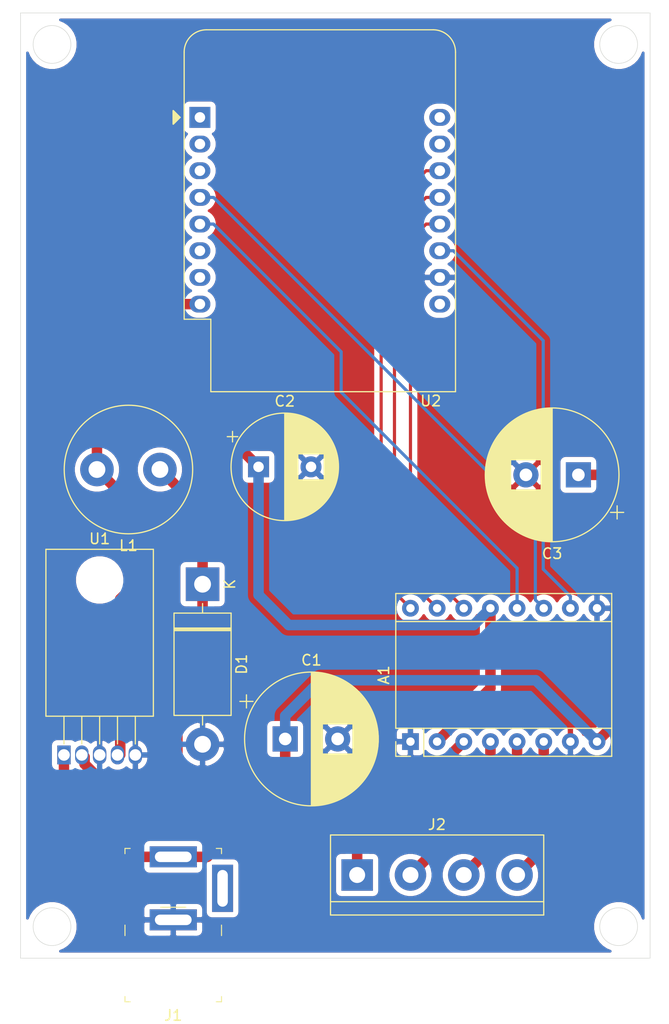
<source format=kicad_pcb>
(kicad_pcb (version 20171130) (host pcbnew "(5.1.5-0-10_14)")

  (general
    (thickness 1.6)
    (drawings 8)
    (tracks 84)
    (zones 0)
    (modules 10)
    (nets 23)
  )

  (page A4)
  (layers
    (0 F.Cu signal)
    (31 B.Cu signal hide)
    (32 B.Adhes user)
    (33 F.Adhes user)
    (34 B.Paste user)
    (35 F.Paste user)
    (36 B.SilkS user)
    (37 F.SilkS user)
    (38 B.Mask user)
    (39 F.Mask user)
    (40 Dwgs.User user)
    (41 Cmts.User user)
    (42 Eco1.User user)
    (43 Eco2.User user)
    (44 Edge.Cuts user)
    (45 Margin user)
    (46 B.CrtYd user)
    (47 F.CrtYd user)
    (48 B.Fab user)
    (49 F.Fab user)
  )

  (setup
    (last_trace_width 1)
    (user_trace_width 0.3)
    (user_trace_width 0.8)
    (user_trace_width 1)
    (user_trace_width 2)
    (trace_clearance 0.3)
    (zone_clearance 0.508)
    (zone_45_only no)
    (trace_min 0.2)
    (via_size 0.8)
    (via_drill 0.4)
    (via_min_size 0.4)
    (via_min_drill 0.3)
    (uvia_size 0.3)
    (uvia_drill 0.1)
    (uvias_allowed no)
    (uvia_min_size 0.2)
    (uvia_min_drill 0.1)
    (edge_width 0.05)
    (segment_width 0.2)
    (pcb_text_width 0.3)
    (pcb_text_size 1.5 1.5)
    (mod_edge_width 0.12)
    (mod_text_size 1 1)
    (mod_text_width 0.15)
    (pad_size 1.524 1.524)
    (pad_drill 0.762)
    (pad_to_mask_clearance 0.051)
    (solder_mask_min_width 0.25)
    (pad_to_paste_clearance_ratio -0.05)
    (aux_axis_origin 0 0)
    (visible_elements FFFFFF7F)
    (pcbplotparams
      (layerselection 0x010fc_ffffffff)
      (usegerberextensions false)
      (usegerberattributes false)
      (usegerberadvancedattributes false)
      (creategerberjobfile false)
      (excludeedgelayer true)
      (linewidth 0.100000)
      (plotframeref false)
      (viasonmask false)
      (mode 1)
      (useauxorigin false)
      (hpglpennumber 1)
      (hpglpenspeed 20)
      (hpglpendiameter 15.000000)
      (psnegative false)
      (psa4output false)
      (plotreference true)
      (plotvalue true)
      (plotinvisibletext false)
      (padsonsilk false)
      (subtractmaskfromsilk false)
      (outputformat 1)
      (mirror false)
      (drillshape 1)
      (scaleselection 1)
      (outputdirectory ""))
  )

  (net 0 "")
  (net 1 "Net-(A1-Pad16)")
  (net 2 +12V)
  (net 3 "Net-(A1-Pad15)")
  (net 4 GND)
  (net 5 "Net-(A1-Pad14)")
  (net 6 "Net-(A1-Pad6)")
  (net 7 +3V3)
  (net 8 "Net-(A1-Pad5)")
  (net 9 "Net-(A1-Pad12)")
  (net 10 "Net-(A1-Pad4)")
  (net 11 "Net-(A1-Pad11)")
  (net 12 "Net-(A1-Pad3)")
  (net 13 "Net-(A1-Pad10)")
  (net 14 "Net-(D1-Pad1)")
  (net 15 "Net-(U2-Pad16)")
  (net 16 "Net-(U2-Pad15)")
  (net 17 "Net-(U2-Pad9)")
  (net 18 "Net-(U2-Pad7)")
  (net 19 "Net-(U2-Pad6)")
  (net 20 "Net-(U2-Pad3)")
  (net 21 "Net-(U2-Pad1)")
  (net 22 "Net-(U2-Pad2)")

  (net_class Default "This is the default net class."
    (clearance 0.3)
    (trace_width 0.3)
    (via_dia 0.8)
    (via_drill 0.4)
    (uvia_dia 0.3)
    (uvia_drill 0.1)
    (add_net +12V)
    (add_net +3V3)
    (add_net GND)
    (add_net "Net-(A1-Pad10)")
    (add_net "Net-(A1-Pad11)")
    (add_net "Net-(A1-Pad12)")
    (add_net "Net-(A1-Pad14)")
    (add_net "Net-(A1-Pad15)")
    (add_net "Net-(A1-Pad16)")
    (add_net "Net-(A1-Pad3)")
    (add_net "Net-(A1-Pad4)")
    (add_net "Net-(A1-Pad5)")
    (add_net "Net-(A1-Pad6)")
    (add_net "Net-(D1-Pad1)")
    (add_net "Net-(U2-Pad1)")
    (add_net "Net-(U2-Pad15)")
    (add_net "Net-(U2-Pad16)")
    (add_net "Net-(U2-Pad2)")
    (add_net "Net-(U2-Pad3)")
    (add_net "Net-(U2-Pad6)")
    (add_net "Net-(U2-Pad7)")
    (add_net "Net-(U2-Pad9)")
  )

  (module Module:WEMOS_D1_mini_light (layer F.Cu) (tedit 5BBFB1CE) (tstamp 5E32F7A6)
    (at 117.094 59.944)
    (descr "16-pin module, column spacing 22.86 mm (900 mils), https://wiki.wemos.cc/products:d1:d1_mini, https://c1.staticflickr.com/1/734/31400410271_f278b087db_z.jpg")
    (tags "ESP8266 WiFi microcontroller")
    (path /5E37CBEC)
    (fp_text reference U2 (at 22 27) (layer F.SilkS)
      (effects (font (size 1 1) (thickness 0.15)))
    )
    (fp_text value WeMos_D1_mini (at 11.7 0) (layer F.Fab)
      (effects (font (size 1 1) (thickness 0.15)))
    )
    (fp_text user "No copper" (at 11.43 -3.81) (layer Cmts.User)
      (effects (font (size 1 1) (thickness 0.15)))
    )
    (fp_text user "KEEP OUT" (at 11.43 -6.35) (layer Cmts.User)
      (effects (font (size 1 1) (thickness 0.15)))
    )
    (fp_arc (start 22.23 -6.21) (end 24.36 -6.21) (angle -90) (layer F.SilkS) (width 0.12))
    (fp_arc (start 0.63 -6.21) (end 0.63 -8.34) (angle -90) (layer F.SilkS) (width 0.12))
    (fp_line (start 1.04 19.22) (end 1.04 26.12) (layer F.SilkS) (width 0.12))
    (fp_line (start -1.5 19.22) (end 1.04 19.22) (layer F.SilkS) (width 0.12))
    (fp_arc (start 22.23 -6.21) (end 24.23 -6.19) (angle -90) (layer F.Fab) (width 0.1))
    (fp_arc (start 0.63 -6.21) (end 0.63 -8.21) (angle -90) (layer F.Fab) (width 0.1))
    (fp_line (start -0.37 0) (end -1.37 -1) (layer F.Fab) (width 0.1))
    (fp_line (start -1.37 1) (end -0.37 0) (layer F.Fab) (width 0.1))
    (fp_line (start -1.37 -6.21) (end -1.37 -1) (layer F.Fab) (width 0.1))
    (fp_line (start 1.17 19.09) (end 1.17 25.99) (layer F.Fab) (width 0.1))
    (fp_line (start -1.37 19.09) (end 1.17 19.09) (layer F.Fab) (width 0.1))
    (fp_line (start -1.35 -7.4) (end -0.55 -8.2) (layer Dwgs.User) (width 0.1))
    (fp_line (start -1.3 -5.45) (end 1.45 -8.2) (layer Dwgs.User) (width 0.1))
    (fp_line (start -1.35 -3.4) (end 3.45 -8.2) (layer Dwgs.User) (width 0.1))
    (fp_line (start 22.65 -1.4) (end 24.25 -3) (layer Dwgs.User) (width 0.1))
    (fp_line (start 20.65 -1.4) (end 24.25 -5) (layer Dwgs.User) (width 0.1))
    (fp_line (start 18.65 -1.4) (end 24.25 -7) (layer Dwgs.User) (width 0.1))
    (fp_line (start 16.65 -1.4) (end 23.45 -8.2) (layer Dwgs.User) (width 0.1))
    (fp_line (start 14.65 -1.4) (end 21.45 -8.2) (layer Dwgs.User) (width 0.1))
    (fp_line (start 12.65 -1.4) (end 19.45 -8.2) (layer Dwgs.User) (width 0.1))
    (fp_line (start 10.65 -1.4) (end 17.45 -8.2) (layer Dwgs.User) (width 0.1))
    (fp_line (start 8.65 -1.4) (end 15.45 -8.2) (layer Dwgs.User) (width 0.1))
    (fp_line (start 6.65 -1.4) (end 13.45 -8.2) (layer Dwgs.User) (width 0.1))
    (fp_line (start 4.65 -1.4) (end 11.45 -8.2) (layer Dwgs.User) (width 0.1))
    (fp_line (start 2.65 -1.4) (end 9.45 -8.2) (layer Dwgs.User) (width 0.1))
    (fp_line (start 0.65 -1.4) (end 7.45 -8.2) (layer Dwgs.User) (width 0.1))
    (fp_line (start -1.35 -1.4) (end 5.45 -8.2) (layer Dwgs.User) (width 0.1))
    (fp_line (start -1.35 -8.2) (end -1.35 -1.4) (layer Dwgs.User) (width 0.1))
    (fp_line (start 24.25 -8.2) (end -1.35 -8.2) (layer Dwgs.User) (width 0.1))
    (fp_line (start 24.25 -1.4) (end 24.25 -8.2) (layer Dwgs.User) (width 0.1))
    (fp_line (start -1.35 -1.4) (end 24.25 -1.4) (layer Dwgs.User) (width 0.1))
    (fp_poly (pts (xy -2.54 -0.635) (xy -2.54 0.635) (xy -1.905 0)) (layer F.SilkS) (width 0.15))
    (fp_line (start -1.62 26.24) (end -1.62 -8.46) (layer F.CrtYd) (width 0.05))
    (fp_line (start 24.48 26.24) (end -1.62 26.24) (layer F.CrtYd) (width 0.05))
    (fp_line (start 24.48 -8.41) (end 24.48 26.24) (layer F.CrtYd) (width 0.05))
    (fp_line (start -1.62 -8.46) (end 24.48 -8.46) (layer F.CrtYd) (width 0.05))
    (fp_text user %R (at 11.43 10) (layer F.Fab)
      (effects (font (size 1 1) (thickness 0.15)))
    )
    (fp_line (start -1.37 1) (end -1.37 19.09) (layer F.Fab) (width 0.1))
    (fp_line (start 22.23 -8.21) (end 0.63 -8.21) (layer F.Fab) (width 0.1))
    (fp_line (start 24.23 25.99) (end 24.23 -6.21) (layer F.Fab) (width 0.1))
    (fp_line (start 1.17 25.99) (end 24.23 25.99) (layer F.Fab) (width 0.1))
    (fp_line (start 22.24 -8.34) (end 0.63 -8.34) (layer F.SilkS) (width 0.12))
    (fp_line (start 24.36 26.12) (end 24.36 -6.21) (layer F.SilkS) (width 0.12))
    (fp_line (start -1.5 19.22) (end -1.5 -6.21) (layer F.SilkS) (width 0.12))
    (fp_line (start 1.04 26.12) (end 24.36 26.12) (layer F.SilkS) (width 0.12))
    (pad 16 thru_hole oval (at 22.86 0) (size 2 1.6) (drill 1) (layers *.Cu *.Mask)
      (net 15 "Net-(U2-Pad16)"))
    (pad 15 thru_hole oval (at 22.86 2.54) (size 2 1.6) (drill 1) (layers *.Cu *.Mask)
      (net 16 "Net-(U2-Pad15)"))
    (pad 14 thru_hole oval (at 22.86 5.08) (size 2 1.6) (drill 1) (layers *.Cu *.Mask)
      (net 1 "Net-(A1-Pad16)"))
    (pad 13 thru_hole oval (at 22.86 7.62) (size 2 1.6) (drill 1) (layers *.Cu *.Mask)
      (net 3 "Net-(A1-Pad15)"))
    (pad 12 thru_hole oval (at 22.86 10.16) (size 2 1.6) (drill 1) (layers *.Cu *.Mask)
      (net 5 "Net-(A1-Pad14)"))
    (pad 11 thru_hole oval (at 22.86 12.7) (size 2 1.6) (drill 1) (layers *.Cu *.Mask)
      (net 13 "Net-(A1-Pad10)"))
    (pad 10 thru_hole oval (at 22.86 15.24) (size 2 1.6) (drill 1) (layers *.Cu *.Mask)
      (net 4 GND))
    (pad 9 thru_hole oval (at 22.86 17.78) (size 2 1.6) (drill 1) (layers *.Cu *.Mask)
      (net 17 "Net-(U2-Pad9)"))
    (pad 8 thru_hole oval (at 0 17.78) (size 2 1.6) (drill 1) (layers *.Cu *.Mask)
      (net 7 +3V3))
    (pad 7 thru_hole oval (at 0 15.24) (size 2 1.6) (drill 1) (layers *.Cu *.Mask)
      (net 18 "Net-(U2-Pad7)"))
    (pad 6 thru_hole oval (at 0 12.7) (size 2 1.6) (drill 1) (layers *.Cu *.Mask)
      (net 19 "Net-(U2-Pad6)"))
    (pad 5 thru_hole oval (at 0 10.16) (size 2 1.6) (drill 1) (layers *.Cu *.Mask)
      (net 9 "Net-(A1-Pad12)"))
    (pad 4 thru_hole oval (at 0 7.62) (size 2 1.6) (drill 1) (layers *.Cu *.Mask)
      (net 11 "Net-(A1-Pad11)"))
    (pad 3 thru_hole oval (at 0 5.08) (size 2 1.6) (drill 1) (layers *.Cu *.Mask)
      (net 20 "Net-(U2-Pad3)"))
    (pad 1 thru_hole rect (at 0 0) (size 2 2) (drill 1) (layers *.Cu *.Mask)
      (net 21 "Net-(U2-Pad1)"))
    (pad 2 thru_hole oval (at 0 2.54) (size 2 1.6) (drill 1) (layers *.Cu *.Mask)
      (net 22 "Net-(U2-Pad2)"))
    (model ${KISYS3DMOD}/Module.3dshapes/WEMOS_D1_mini_light.wrl
      (at (xyz 0 0 0))
      (scale (xyz 1 1 1))
      (rotate (xyz 0 0 0))
    )
    (model ${KISYS3DMOD}/Connector_PinHeader_2.54mm.3dshapes/PinHeader_1x08_P2.54mm_Vertical.wrl
      (offset (xyz 0 0 9.5))
      (scale (xyz 1 1 1))
      (rotate (xyz 0 -180 0))
    )
    (model ${KISYS3DMOD}/Connector_PinHeader_2.54mm.3dshapes/PinHeader_1x08_P2.54mm_Vertical.wrl
      (offset (xyz 22.86 0 9.5))
      (scale (xyz 1 1 1))
      (rotate (xyz 0 -180 0))
    )
    (model ${KISYS3DMOD}/Connector_PinSocket_2.54mm.3dshapes/PinSocket_1x08_P2.54mm_Vertical.wrl
      (at (xyz 0 0 0))
      (scale (xyz 1 1 1))
      (rotate (xyz 0 0 0))
    )
    (model ${KISYS3DMOD}/Connector_PinSocket_2.54mm.3dshapes/PinSocket_1x08_P2.54mm_Vertical.wrl
      (offset (xyz 22.86 0 0))
      (scale (xyz 1 1 1))
      (rotate (xyz 0 0 0))
    )
  )

  (module Package_TO_SOT_THT:TO-220-5_Horizontal_TabDown (layer F.Cu) (tedit 5AD11EBF) (tstamp 5E32F763)
    (at 104.14 120.65)
    (descr "TO-220-5, Horizontal, RM 1.7mm, Pentawatt, Multiwatt-5, see http://www.analog.com/media/en/package-pcb-resources/package/pkg_pdf/ltc-legacy-to-220/to-220_5_05-08-1421_straight_lead.pdf")
    (tags "TO-220-5 Horizontal RM 1.7mm Pentawatt Multiwatt-5")
    (path /5E3C8421)
    (fp_text reference U1 (at 3.4 -20.58) (layer F.SilkS)
      (effects (font (size 1 1) (thickness 0.15)))
    )
    (fp_text value LM2596T-3.3 (at 3.4 1.9) (layer F.Fab)
      (effects (font (size 1 1) (thickness 0.15)))
    )
    (fp_text user %R (at 3.4 -20.58) (layer F.Fab)
      (effects (font (size 1 1) (thickness 0.15)))
    )
    (fp_line (start 8.65 -19.71) (end -1.85 -19.71) (layer F.CrtYd) (width 0.05))
    (fp_line (start 8.65 1.15) (end 8.65 -19.71) (layer F.CrtYd) (width 0.05))
    (fp_line (start -1.85 1.15) (end 8.65 1.15) (layer F.CrtYd) (width 0.05))
    (fp_line (start -1.85 -19.71) (end -1.85 1.15) (layer F.CrtYd) (width 0.05))
    (fp_line (start 6.8 -3.69) (end 6.8 -1.05) (layer F.SilkS) (width 0.12))
    (fp_line (start 5.1 -3.69) (end 5.1 -1.05) (layer F.SilkS) (width 0.12))
    (fp_line (start 3.4 -3.69) (end 3.4 -1.05) (layer F.SilkS) (width 0.12))
    (fp_line (start 1.7 -3.69) (end 1.7 -1.05) (layer F.SilkS) (width 0.12))
    (fp_line (start 0 -3.69) (end 0 -1.05) (layer F.SilkS) (width 0.12))
    (fp_line (start 8.52 -19.58) (end 8.52 -3.69) (layer F.SilkS) (width 0.12))
    (fp_line (start -1.721 -19.58) (end -1.721 -3.69) (layer F.SilkS) (width 0.12))
    (fp_line (start -1.721 -19.58) (end 8.52 -19.58) (layer F.SilkS) (width 0.12))
    (fp_line (start -1.721 -3.69) (end 8.52 -3.69) (layer F.SilkS) (width 0.12))
    (fp_line (start 6.8 -3.81) (end 6.8 0) (layer F.Fab) (width 0.1))
    (fp_line (start 5.1 -3.81) (end 5.1 0) (layer F.Fab) (width 0.1))
    (fp_line (start 3.4 -3.81) (end 3.4 0) (layer F.Fab) (width 0.1))
    (fp_line (start 1.7 -3.81) (end 1.7 0) (layer F.Fab) (width 0.1))
    (fp_line (start 0 -3.81) (end 0 0) (layer F.Fab) (width 0.1))
    (fp_line (start 8.4 -3.81) (end -1.6 -3.81) (layer F.Fab) (width 0.1))
    (fp_line (start 8.4 -13.06) (end 8.4 -3.81) (layer F.Fab) (width 0.1))
    (fp_line (start -1.6 -13.06) (end 8.4 -13.06) (layer F.Fab) (width 0.1))
    (fp_line (start -1.6 -3.81) (end -1.6 -13.06) (layer F.Fab) (width 0.1))
    (fp_line (start 8.4 -13.06) (end -1.6 -13.06) (layer F.Fab) (width 0.1))
    (fp_line (start 8.4 -19.46) (end 8.4 -13.06) (layer F.Fab) (width 0.1))
    (fp_line (start -1.6 -19.46) (end 8.4 -19.46) (layer F.Fab) (width 0.1))
    (fp_line (start -1.6 -13.06) (end -1.6 -19.46) (layer F.Fab) (width 0.1))
    (fp_circle (center 3.4 -16.66) (end 5.25 -16.66) (layer F.Fab) (width 0.1))
    (pad 5 thru_hole oval (at 6.8 0) (size 1.275 1.8) (drill 1.1) (layers *.Cu *.Mask)
      (net 4 GND))
    (pad 4 thru_hole oval (at 5.1 0) (size 1.275 1.8) (drill 1.1) (layers *.Cu *.Mask)
      (net 7 +3V3))
    (pad 3 thru_hole oval (at 3.4 0) (size 1.275 1.8) (drill 1.1) (layers *.Cu *.Mask)
      (net 4 GND))
    (pad 2 thru_hole oval (at 1.7 0) (size 1.275 1.8) (drill 1.1) (layers *.Cu *.Mask)
      (net 14 "Net-(D1-Pad1)"))
    (pad 1 thru_hole rect (at 0 0) (size 1.275 1.8) (drill 1.1) (layers *.Cu *.Mask)
      (net 2 +12V))
    (pad "" np_thru_hole oval (at 3.4 -16.66) (size 3.5 3.5) (drill 3.5) (layers *.Cu *.Mask))
    (model ${KISYS3DMOD}/Package_TO_SOT_THT.3dshapes/TO-220-5_Horizontal_TabDown.wrl
      (at (xyz 0 0 0))
      (scale (xyz 1 1 1))
      (rotate (xyz 0 0 0))
    )
  )

  (module Inductor_THT:L_Radial_D12.0mm_P6.00mm_MuRATA_1900R (layer F.Cu) (tedit 5AE59B06) (tstamp 5E32F73D)
    (at 113.284 93.472 180)
    (descr "Inductor, Radial series, Radial, pin pitch=6.00mm, , diameter=12.0mm, MuRATA, 1900R, http://www.murata-ps.com/data/magnetics/kmp_1900r.pdf")
    (tags "Inductor Radial series Radial pin pitch 6.00mm  diameter 12.0mm MuRATA 1900R")
    (path /5E3D9006)
    (fp_text reference L1 (at 3 -7.25) (layer F.SilkS)
      (effects (font (size 1 1) (thickness 0.15)))
    )
    (fp_text value 33µH (at 3 7.25) (layer F.Fab)
      (effects (font (size 1 1) (thickness 0.15)))
    )
    (fp_text user %R (at 3 0) (layer F.Fab)
      (effects (font (size 1 1) (thickness 0.15)))
    )
    (fp_circle (center 3 0) (end 9.25 0) (layer F.CrtYd) (width 0.05))
    (fp_circle (center 3 0) (end 9.12 0) (layer F.SilkS) (width 0.12))
    (fp_circle (center 3 0) (end 9 0) (layer F.Fab) (width 0.1))
    (pad 2 thru_hole circle (at 6 0 180) (size 3.2 3.2) (drill 1.6) (layers *.Cu *.Mask)
      (net 7 +3V3))
    (pad 1 thru_hole circle (at 0 0 180) (size 3.2 3.2) (drill 1.6) (layers *.Cu *.Mask)
      (net 14 "Net-(D1-Pad1)"))
    (model ${KISYS3DMOD}/Inductor_THT.3dshapes/L_Radial_D12.0mm_P6.00mm_MuRATA_1900R.wrl
      (at (xyz 0 0 0))
      (scale (xyz 1 1 1))
      (rotate (xyz 0 0 0))
    )
  )

  (module TerminalBlock:TerminalBlock_bornier-4_P5.08mm (layer F.Cu) (tedit 59FF03D1) (tstamp 5E32F733)
    (at 132.08 132.08)
    (descr "simple 4-pin terminal block, pitch 5.08mm, revamped version of bornier4")
    (tags "terminal block bornier4")
    (path /5E3717EF)
    (fp_text reference J2 (at 7.6 -4.8) (layer F.SilkS)
      (effects (font (size 1 1) (thickness 0.15)))
    )
    (fp_text value Screw_Terminal_01x04 (at 7.6 4.75) (layer F.Fab)
      (effects (font (size 1 1) (thickness 0.15)))
    )
    (fp_line (start 17.97 4) (end -2.73 4) (layer F.CrtYd) (width 0.05))
    (fp_line (start 17.97 4) (end 17.97 -4) (layer F.CrtYd) (width 0.05))
    (fp_line (start -2.73 -4) (end -2.73 4) (layer F.CrtYd) (width 0.05))
    (fp_line (start -2.73 -4) (end 17.97 -4) (layer F.CrtYd) (width 0.05))
    (fp_line (start -2.54 3.81) (end 17.78 3.81) (layer F.SilkS) (width 0.12))
    (fp_line (start -2.54 -3.81) (end 17.78 -3.81) (layer F.SilkS) (width 0.12))
    (fp_line (start 17.78 2.54) (end -2.54 2.54) (layer F.SilkS) (width 0.12))
    (fp_line (start 17.78 3.81) (end 17.78 -3.81) (layer F.SilkS) (width 0.12))
    (fp_line (start -2.54 -3.81) (end -2.54 3.81) (layer F.SilkS) (width 0.12))
    (fp_line (start 17.72 3.75) (end -2.43 3.75) (layer F.Fab) (width 0.1))
    (fp_line (start 17.72 -3.75) (end 17.72 3.75) (layer F.Fab) (width 0.1))
    (fp_line (start -2.48 -3.75) (end 17.72 -3.75) (layer F.Fab) (width 0.1))
    (fp_line (start -2.48 3.75) (end -2.48 -3.75) (layer F.Fab) (width 0.1))
    (fp_line (start -2.43 3.75) (end -2.48 3.75) (layer F.Fab) (width 0.1))
    (fp_line (start -2.48 2.55) (end 17.72 2.55) (layer F.Fab) (width 0.1))
    (fp_text user %R (at 7.62 0) (layer F.Fab)
      (effects (font (size 1 1) (thickness 0.15)))
    )
    (pad 4 thru_hole circle (at 15.24 0) (size 3 3) (drill 1.52) (layers *.Cu *.Mask)
      (net 6 "Net-(A1-Pad6)"))
    (pad 1 thru_hole rect (at 0 0) (size 3 3) (drill 1.52) (layers *.Cu *.Mask)
      (net 12 "Net-(A1-Pad3)"))
    (pad 3 thru_hole circle (at 10.16 0) (size 3 3) (drill 1.52) (layers *.Cu *.Mask)
      (net 8 "Net-(A1-Pad5)"))
    (pad 2 thru_hole circle (at 5.08 0) (size 3 3) (drill 1.52) (layers *.Cu *.Mask)
      (net 10 "Net-(A1-Pad4)"))
    (model ${KISYS3DMOD}/TerminalBlock.3dshapes/TerminalBlock_bornier-4_P5.08mm.wrl
      (offset (xyz 7.619999885559082 0 0))
      (scale (xyz 1 1 1))
      (rotate (xyz 0 0 0))
    )
  )

  (module digikey-footprints:Barrel_Jack_5.5mmODx2.1mmID_PJ-202A (layer F.Cu) (tedit 5CAD1432) (tstamp 5E32F71B)
    (at 114.554 133.35 180)
    (path /5E367D1B)
    (fp_text reference J1 (at 0 -12.1) (layer F.SilkS)
      (effects (font (size 1 1) (thickness 0.15)))
    )
    (fp_text value Barrel_Jack (at 0 5.8) (layer F.Fab)
      (effects (font (size 1 1) (thickness 0.15)))
    )
    (fp_line (start -4.5 3.7) (end 4.5 3.7) (layer F.Fab) (width 0.1))
    (fp_line (start -4.5 3.7) (end -4.5 -10.7) (layer F.Fab) (width 0.1))
    (fp_line (start 4.5 3.7) (end 4.5 -10.7) (layer F.Fab) (width 0.1))
    (fp_line (start -4.5 -10.7) (end 4.5 -10.7) (layer F.Fab) (width 0.1))
    (fp_line (start 4.6 3.8) (end 4.1 3.8) (layer F.SilkS) (width 0.1))
    (fp_line (start 4.6 3.8) (end 4.6 3.3) (layer F.SilkS) (width 0.1))
    (fp_line (start -4.6 3.8) (end -4.1 3.8) (layer F.SilkS) (width 0.1))
    (fp_line (start -4.6 3.8) (end -4.6 3.3) (layer F.SilkS) (width 0.1))
    (fp_line (start -1.2 -1.8) (end 1.2 -1.8) (layer F.SilkS) (width 0.1))
    (fp_line (start -4.6 -10.8) (end -4.6 -10.3) (layer F.SilkS) (width 0.1))
    (fp_line (start -4.6 -10.8) (end -4.1 -10.8) (layer F.SilkS) (width 0.1))
    (fp_line (start 4.6 -10.8) (end 4.1 -10.8) (layer F.SilkS) (width 0.1))
    (fp_line (start 4.6 -10.8) (end 4.6 -10.3) (layer F.SilkS) (width 0.1))
    (fp_line (start -4.6 -3.5) (end -4.6 -4.5) (layer F.SilkS) (width 0.1))
    (fp_line (start 4.6 -3.5) (end 4.6 -4.5) (layer F.SilkS) (width 0.1))
    (fp_line (start -5.9 -11) (end 4.8 -11) (layer F.CrtYd) (width 0.05))
    (fp_line (start -5.9 -11) (end -5.9 4.2) (layer F.CrtYd) (width 0.05))
    (fp_line (start 4.8 -11) (end 4.8 4.2) (layer F.CrtYd) (width 0.05))
    (fp_line (start -5.9 4.2) (end 4.8 4.2) (layer F.CrtYd) (width 0.05))
    (pad 2 thru_hole rect (at 0 -3 180) (size 4.5 2) (drill oval 3.5 1) (layers *.Cu *.Mask)
      (net 4 GND))
    (pad 1 thru_hole rect (at 0 3 180) (size 4.5 2) (drill oval 3.5 1) (layers *.Cu *.Mask)
      (net 2 +12V))
    (pad 3 thru_hole rect (at -4.7 0 180) (size 2 4.5) (drill oval 1 3.5) (layers *.Cu *.Mask))
  )

  (module Diode_THT:D_DO-201AD_P15.24mm_Horizontal (layer F.Cu) (tedit 5AE50CD5) (tstamp 5E32F701)
    (at 117.348 104.394 270)
    (descr "Diode, DO-201AD series, Axial, Horizontal, pin pitch=15.24mm, , length*diameter=9.5*5.2mm^2, , http://www.diodes.com/_files/packages/DO-201AD.pdf")
    (tags "Diode DO-201AD series Axial Horizontal pin pitch 15.24mm  length 9.5mm diameter 5.2mm")
    (path /5E3DBAA1)
    (fp_text reference D1 (at 7.62 -3.72 90) (layer F.SilkS)
      (effects (font (size 1 1) (thickness 0.15)))
    )
    (fp_text value 1N5820 (at 7.62 3.72 90) (layer F.Fab)
      (effects (font (size 1 1) (thickness 0.15)))
    )
    (fp_text user K (at 0 -2.6 90) (layer F.SilkS)
      (effects (font (size 1 1) (thickness 0.15)))
    )
    (fp_text user K (at 0 -2.6 90) (layer F.Fab)
      (effects (font (size 1 1) (thickness 0.15)))
    )
    (fp_text user %R (at 8.3325 0 90) (layer F.Fab)
      (effects (font (size 1 1) (thickness 0.15)))
    )
    (fp_line (start 17.09 -2.85) (end -1.85 -2.85) (layer F.CrtYd) (width 0.05))
    (fp_line (start 17.09 2.85) (end 17.09 -2.85) (layer F.CrtYd) (width 0.05))
    (fp_line (start -1.85 2.85) (end 17.09 2.85) (layer F.CrtYd) (width 0.05))
    (fp_line (start -1.85 -2.85) (end -1.85 2.85) (layer F.CrtYd) (width 0.05))
    (fp_line (start 4.175 -2.72) (end 4.175 2.72) (layer F.SilkS) (width 0.12))
    (fp_line (start 4.415 -2.72) (end 4.415 2.72) (layer F.SilkS) (width 0.12))
    (fp_line (start 4.295 -2.72) (end 4.295 2.72) (layer F.SilkS) (width 0.12))
    (fp_line (start 13.4 0) (end 12.49 0) (layer F.SilkS) (width 0.12))
    (fp_line (start 1.84 0) (end 2.75 0) (layer F.SilkS) (width 0.12))
    (fp_line (start 12.49 -2.72) (end 2.75 -2.72) (layer F.SilkS) (width 0.12))
    (fp_line (start 12.49 2.72) (end 12.49 -2.72) (layer F.SilkS) (width 0.12))
    (fp_line (start 2.75 2.72) (end 12.49 2.72) (layer F.SilkS) (width 0.12))
    (fp_line (start 2.75 -2.72) (end 2.75 2.72) (layer F.SilkS) (width 0.12))
    (fp_line (start 4.195 -2.6) (end 4.195 2.6) (layer F.Fab) (width 0.1))
    (fp_line (start 4.395 -2.6) (end 4.395 2.6) (layer F.Fab) (width 0.1))
    (fp_line (start 4.295 -2.6) (end 4.295 2.6) (layer F.Fab) (width 0.1))
    (fp_line (start 15.24 0) (end 12.37 0) (layer F.Fab) (width 0.1))
    (fp_line (start 0 0) (end 2.87 0) (layer F.Fab) (width 0.1))
    (fp_line (start 12.37 -2.6) (end 2.87 -2.6) (layer F.Fab) (width 0.1))
    (fp_line (start 12.37 2.6) (end 12.37 -2.6) (layer F.Fab) (width 0.1))
    (fp_line (start 2.87 2.6) (end 12.37 2.6) (layer F.Fab) (width 0.1))
    (fp_line (start 2.87 -2.6) (end 2.87 2.6) (layer F.Fab) (width 0.1))
    (pad 2 thru_hole oval (at 15.24 0 270) (size 3.2 3.2) (drill 1.6) (layers *.Cu *.Mask)
      (net 4 GND))
    (pad 1 thru_hole rect (at 0 0 270) (size 3.2 3.2) (drill 1.6) (layers *.Cu *.Mask)
      (net 14 "Net-(D1-Pad1)"))
    (model ${KISYS3DMOD}/Diode_THT.3dshapes/D_DO-201AD_P15.24mm_Horizontal.wrl
      (at (xyz 0 0 0))
      (scale (xyz 1 1 1))
      (rotate (xyz 0 0 0))
    )
  )

  (module Capacitor_THT:CP_Radial_D12.5mm_P5.00mm (layer F.Cu) (tedit 5AE50EF1) (tstamp 5E32F6E2)
    (at 153.162 93.98 180)
    (descr "CP, Radial series, Radial, pin pitch=5.00mm, , diameter=12.5mm, Electrolytic Capacitor")
    (tags "CP Radial series Radial pin pitch 5.00mm  diameter 12.5mm Electrolytic Capacitor")
    (path /5E3961C4)
    (fp_text reference C3 (at 2.5 -7.5) (layer F.SilkS)
      (effects (font (size 1 1) (thickness 0.15)))
    )
    (fp_text value 1000µF (at 2.5 7.5) (layer F.Fab)
      (effects (font (size 1 1) (thickness 0.15)))
    )
    (fp_text user %R (at 2.5 0) (layer F.Fab)
      (effects (font (size 1 1) (thickness 0.15)))
    )
    (fp_line (start -3.692082 -4.2) (end -3.692082 -2.95) (layer F.SilkS) (width 0.12))
    (fp_line (start -4.317082 -3.575) (end -3.067082 -3.575) (layer F.SilkS) (width 0.12))
    (fp_line (start 8.861 -0.317) (end 8.861 0.317) (layer F.SilkS) (width 0.12))
    (fp_line (start 8.821 -0.757) (end 8.821 0.757) (layer F.SilkS) (width 0.12))
    (fp_line (start 8.781 -1.028) (end 8.781 1.028) (layer F.SilkS) (width 0.12))
    (fp_line (start 8.741 -1.241) (end 8.741 1.241) (layer F.SilkS) (width 0.12))
    (fp_line (start 8.701 -1.422) (end 8.701 1.422) (layer F.SilkS) (width 0.12))
    (fp_line (start 8.661 -1.583) (end 8.661 1.583) (layer F.SilkS) (width 0.12))
    (fp_line (start 8.621 -1.728) (end 8.621 1.728) (layer F.SilkS) (width 0.12))
    (fp_line (start 8.581 -1.861) (end 8.581 1.861) (layer F.SilkS) (width 0.12))
    (fp_line (start 8.541 -1.984) (end 8.541 1.984) (layer F.SilkS) (width 0.12))
    (fp_line (start 8.501 -2.1) (end 8.501 2.1) (layer F.SilkS) (width 0.12))
    (fp_line (start 8.461 -2.209) (end 8.461 2.209) (layer F.SilkS) (width 0.12))
    (fp_line (start 8.421 -2.312) (end 8.421 2.312) (layer F.SilkS) (width 0.12))
    (fp_line (start 8.381 -2.41) (end 8.381 2.41) (layer F.SilkS) (width 0.12))
    (fp_line (start 8.341 -2.504) (end 8.341 2.504) (layer F.SilkS) (width 0.12))
    (fp_line (start 8.301 -2.594) (end 8.301 2.594) (layer F.SilkS) (width 0.12))
    (fp_line (start 8.261 -2.681) (end 8.261 2.681) (layer F.SilkS) (width 0.12))
    (fp_line (start 8.221 -2.764) (end 8.221 2.764) (layer F.SilkS) (width 0.12))
    (fp_line (start 8.181 -2.844) (end 8.181 2.844) (layer F.SilkS) (width 0.12))
    (fp_line (start 8.141 -2.921) (end 8.141 2.921) (layer F.SilkS) (width 0.12))
    (fp_line (start 8.101 -2.996) (end 8.101 2.996) (layer F.SilkS) (width 0.12))
    (fp_line (start 8.061 -3.069) (end 8.061 3.069) (layer F.SilkS) (width 0.12))
    (fp_line (start 8.021 -3.14) (end 8.021 3.14) (layer F.SilkS) (width 0.12))
    (fp_line (start 7.981 -3.208) (end 7.981 3.208) (layer F.SilkS) (width 0.12))
    (fp_line (start 7.941 -3.275) (end 7.941 3.275) (layer F.SilkS) (width 0.12))
    (fp_line (start 7.901 -3.339) (end 7.901 3.339) (layer F.SilkS) (width 0.12))
    (fp_line (start 7.861 -3.402) (end 7.861 3.402) (layer F.SilkS) (width 0.12))
    (fp_line (start 7.821 -3.464) (end 7.821 3.464) (layer F.SilkS) (width 0.12))
    (fp_line (start 7.781 -3.524) (end 7.781 3.524) (layer F.SilkS) (width 0.12))
    (fp_line (start 7.741 -3.583) (end 7.741 3.583) (layer F.SilkS) (width 0.12))
    (fp_line (start 7.701 -3.64) (end 7.701 3.64) (layer F.SilkS) (width 0.12))
    (fp_line (start 7.661 -3.696) (end 7.661 3.696) (layer F.SilkS) (width 0.12))
    (fp_line (start 7.621 -3.75) (end 7.621 3.75) (layer F.SilkS) (width 0.12))
    (fp_line (start 7.581 -3.804) (end 7.581 3.804) (layer F.SilkS) (width 0.12))
    (fp_line (start 7.541 -3.856) (end 7.541 3.856) (layer F.SilkS) (width 0.12))
    (fp_line (start 7.501 -3.907) (end 7.501 3.907) (layer F.SilkS) (width 0.12))
    (fp_line (start 7.461 -3.957) (end 7.461 3.957) (layer F.SilkS) (width 0.12))
    (fp_line (start 7.421 -4.007) (end 7.421 4.007) (layer F.SilkS) (width 0.12))
    (fp_line (start 7.381 -4.055) (end 7.381 4.055) (layer F.SilkS) (width 0.12))
    (fp_line (start 7.341 -4.102) (end 7.341 4.102) (layer F.SilkS) (width 0.12))
    (fp_line (start 7.301 -4.148) (end 7.301 4.148) (layer F.SilkS) (width 0.12))
    (fp_line (start 7.261 -4.194) (end 7.261 4.194) (layer F.SilkS) (width 0.12))
    (fp_line (start 7.221 -4.238) (end 7.221 4.238) (layer F.SilkS) (width 0.12))
    (fp_line (start 7.181 -4.282) (end 7.181 4.282) (layer F.SilkS) (width 0.12))
    (fp_line (start 7.141 -4.325) (end 7.141 4.325) (layer F.SilkS) (width 0.12))
    (fp_line (start 7.101 -4.367) (end 7.101 4.367) (layer F.SilkS) (width 0.12))
    (fp_line (start 7.061 -4.408) (end 7.061 4.408) (layer F.SilkS) (width 0.12))
    (fp_line (start 7.021 -4.449) (end 7.021 4.449) (layer F.SilkS) (width 0.12))
    (fp_line (start 6.981 -4.489) (end 6.981 4.489) (layer F.SilkS) (width 0.12))
    (fp_line (start 6.941 -4.528) (end 6.941 4.528) (layer F.SilkS) (width 0.12))
    (fp_line (start 6.901 -4.567) (end 6.901 4.567) (layer F.SilkS) (width 0.12))
    (fp_line (start 6.861 -4.605) (end 6.861 4.605) (layer F.SilkS) (width 0.12))
    (fp_line (start 6.821 -4.642) (end 6.821 4.642) (layer F.SilkS) (width 0.12))
    (fp_line (start 6.781 -4.678) (end 6.781 4.678) (layer F.SilkS) (width 0.12))
    (fp_line (start 6.741 -4.714) (end 6.741 4.714) (layer F.SilkS) (width 0.12))
    (fp_line (start 6.701 -4.75) (end 6.701 4.75) (layer F.SilkS) (width 0.12))
    (fp_line (start 6.661 -4.785) (end 6.661 4.785) (layer F.SilkS) (width 0.12))
    (fp_line (start 6.621 -4.819) (end 6.621 4.819) (layer F.SilkS) (width 0.12))
    (fp_line (start 6.581 -4.852) (end 6.581 4.852) (layer F.SilkS) (width 0.12))
    (fp_line (start 6.541 -4.885) (end 6.541 4.885) (layer F.SilkS) (width 0.12))
    (fp_line (start 6.501 -4.918) (end 6.501 4.918) (layer F.SilkS) (width 0.12))
    (fp_line (start 6.461 -4.95) (end 6.461 4.95) (layer F.SilkS) (width 0.12))
    (fp_line (start 6.421 1.44) (end 6.421 4.982) (layer F.SilkS) (width 0.12))
    (fp_line (start 6.421 -4.982) (end 6.421 -1.44) (layer F.SilkS) (width 0.12))
    (fp_line (start 6.381 1.44) (end 6.381 5.012) (layer F.SilkS) (width 0.12))
    (fp_line (start 6.381 -5.012) (end 6.381 -1.44) (layer F.SilkS) (width 0.12))
    (fp_line (start 6.341 1.44) (end 6.341 5.043) (layer F.SilkS) (width 0.12))
    (fp_line (start 6.341 -5.043) (end 6.341 -1.44) (layer F.SilkS) (width 0.12))
    (fp_line (start 6.301 1.44) (end 6.301 5.073) (layer F.SilkS) (width 0.12))
    (fp_line (start 6.301 -5.073) (end 6.301 -1.44) (layer F.SilkS) (width 0.12))
    (fp_line (start 6.261 1.44) (end 6.261 5.102) (layer F.SilkS) (width 0.12))
    (fp_line (start 6.261 -5.102) (end 6.261 -1.44) (layer F.SilkS) (width 0.12))
    (fp_line (start 6.221 1.44) (end 6.221 5.131) (layer F.SilkS) (width 0.12))
    (fp_line (start 6.221 -5.131) (end 6.221 -1.44) (layer F.SilkS) (width 0.12))
    (fp_line (start 6.181 1.44) (end 6.181 5.16) (layer F.SilkS) (width 0.12))
    (fp_line (start 6.181 -5.16) (end 6.181 -1.44) (layer F.SilkS) (width 0.12))
    (fp_line (start 6.141 1.44) (end 6.141 5.188) (layer F.SilkS) (width 0.12))
    (fp_line (start 6.141 -5.188) (end 6.141 -1.44) (layer F.SilkS) (width 0.12))
    (fp_line (start 6.101 1.44) (end 6.101 5.216) (layer F.SilkS) (width 0.12))
    (fp_line (start 6.101 -5.216) (end 6.101 -1.44) (layer F.SilkS) (width 0.12))
    (fp_line (start 6.061 1.44) (end 6.061 5.243) (layer F.SilkS) (width 0.12))
    (fp_line (start 6.061 -5.243) (end 6.061 -1.44) (layer F.SilkS) (width 0.12))
    (fp_line (start 6.021 1.44) (end 6.021 5.27) (layer F.SilkS) (width 0.12))
    (fp_line (start 6.021 -5.27) (end 6.021 -1.44) (layer F.SilkS) (width 0.12))
    (fp_line (start 5.981 1.44) (end 5.981 5.296) (layer F.SilkS) (width 0.12))
    (fp_line (start 5.981 -5.296) (end 5.981 -1.44) (layer F.SilkS) (width 0.12))
    (fp_line (start 5.941 1.44) (end 5.941 5.322) (layer F.SilkS) (width 0.12))
    (fp_line (start 5.941 -5.322) (end 5.941 -1.44) (layer F.SilkS) (width 0.12))
    (fp_line (start 5.901 1.44) (end 5.901 5.347) (layer F.SilkS) (width 0.12))
    (fp_line (start 5.901 -5.347) (end 5.901 -1.44) (layer F.SilkS) (width 0.12))
    (fp_line (start 5.861 1.44) (end 5.861 5.372) (layer F.SilkS) (width 0.12))
    (fp_line (start 5.861 -5.372) (end 5.861 -1.44) (layer F.SilkS) (width 0.12))
    (fp_line (start 5.821 1.44) (end 5.821 5.397) (layer F.SilkS) (width 0.12))
    (fp_line (start 5.821 -5.397) (end 5.821 -1.44) (layer F.SilkS) (width 0.12))
    (fp_line (start 5.781 1.44) (end 5.781 5.421) (layer F.SilkS) (width 0.12))
    (fp_line (start 5.781 -5.421) (end 5.781 -1.44) (layer F.SilkS) (width 0.12))
    (fp_line (start 5.741 1.44) (end 5.741 5.445) (layer F.SilkS) (width 0.12))
    (fp_line (start 5.741 -5.445) (end 5.741 -1.44) (layer F.SilkS) (width 0.12))
    (fp_line (start 5.701 1.44) (end 5.701 5.468) (layer F.SilkS) (width 0.12))
    (fp_line (start 5.701 -5.468) (end 5.701 -1.44) (layer F.SilkS) (width 0.12))
    (fp_line (start 5.661 1.44) (end 5.661 5.491) (layer F.SilkS) (width 0.12))
    (fp_line (start 5.661 -5.491) (end 5.661 -1.44) (layer F.SilkS) (width 0.12))
    (fp_line (start 5.621 1.44) (end 5.621 5.514) (layer F.SilkS) (width 0.12))
    (fp_line (start 5.621 -5.514) (end 5.621 -1.44) (layer F.SilkS) (width 0.12))
    (fp_line (start 5.581 1.44) (end 5.581 5.536) (layer F.SilkS) (width 0.12))
    (fp_line (start 5.581 -5.536) (end 5.581 -1.44) (layer F.SilkS) (width 0.12))
    (fp_line (start 5.541 1.44) (end 5.541 5.558) (layer F.SilkS) (width 0.12))
    (fp_line (start 5.541 -5.558) (end 5.541 -1.44) (layer F.SilkS) (width 0.12))
    (fp_line (start 5.501 1.44) (end 5.501 5.58) (layer F.SilkS) (width 0.12))
    (fp_line (start 5.501 -5.58) (end 5.501 -1.44) (layer F.SilkS) (width 0.12))
    (fp_line (start 5.461 1.44) (end 5.461 5.601) (layer F.SilkS) (width 0.12))
    (fp_line (start 5.461 -5.601) (end 5.461 -1.44) (layer F.SilkS) (width 0.12))
    (fp_line (start 5.421 1.44) (end 5.421 5.622) (layer F.SilkS) (width 0.12))
    (fp_line (start 5.421 -5.622) (end 5.421 -1.44) (layer F.SilkS) (width 0.12))
    (fp_line (start 5.381 1.44) (end 5.381 5.642) (layer F.SilkS) (width 0.12))
    (fp_line (start 5.381 -5.642) (end 5.381 -1.44) (layer F.SilkS) (width 0.12))
    (fp_line (start 5.341 1.44) (end 5.341 5.662) (layer F.SilkS) (width 0.12))
    (fp_line (start 5.341 -5.662) (end 5.341 -1.44) (layer F.SilkS) (width 0.12))
    (fp_line (start 5.301 1.44) (end 5.301 5.682) (layer F.SilkS) (width 0.12))
    (fp_line (start 5.301 -5.682) (end 5.301 -1.44) (layer F.SilkS) (width 0.12))
    (fp_line (start 5.261 1.44) (end 5.261 5.702) (layer F.SilkS) (width 0.12))
    (fp_line (start 5.261 -5.702) (end 5.261 -1.44) (layer F.SilkS) (width 0.12))
    (fp_line (start 5.221 1.44) (end 5.221 5.721) (layer F.SilkS) (width 0.12))
    (fp_line (start 5.221 -5.721) (end 5.221 -1.44) (layer F.SilkS) (width 0.12))
    (fp_line (start 5.181 1.44) (end 5.181 5.739) (layer F.SilkS) (width 0.12))
    (fp_line (start 5.181 -5.739) (end 5.181 -1.44) (layer F.SilkS) (width 0.12))
    (fp_line (start 5.141 1.44) (end 5.141 5.758) (layer F.SilkS) (width 0.12))
    (fp_line (start 5.141 -5.758) (end 5.141 -1.44) (layer F.SilkS) (width 0.12))
    (fp_line (start 5.101 1.44) (end 5.101 5.776) (layer F.SilkS) (width 0.12))
    (fp_line (start 5.101 -5.776) (end 5.101 -1.44) (layer F.SilkS) (width 0.12))
    (fp_line (start 5.061 1.44) (end 5.061 5.793) (layer F.SilkS) (width 0.12))
    (fp_line (start 5.061 -5.793) (end 5.061 -1.44) (layer F.SilkS) (width 0.12))
    (fp_line (start 5.021 1.44) (end 5.021 5.811) (layer F.SilkS) (width 0.12))
    (fp_line (start 5.021 -5.811) (end 5.021 -1.44) (layer F.SilkS) (width 0.12))
    (fp_line (start 4.981 1.44) (end 4.981 5.828) (layer F.SilkS) (width 0.12))
    (fp_line (start 4.981 -5.828) (end 4.981 -1.44) (layer F.SilkS) (width 0.12))
    (fp_line (start 4.941 1.44) (end 4.941 5.845) (layer F.SilkS) (width 0.12))
    (fp_line (start 4.941 -5.845) (end 4.941 -1.44) (layer F.SilkS) (width 0.12))
    (fp_line (start 4.901 1.44) (end 4.901 5.861) (layer F.SilkS) (width 0.12))
    (fp_line (start 4.901 -5.861) (end 4.901 -1.44) (layer F.SilkS) (width 0.12))
    (fp_line (start 4.861 1.44) (end 4.861 5.877) (layer F.SilkS) (width 0.12))
    (fp_line (start 4.861 -5.877) (end 4.861 -1.44) (layer F.SilkS) (width 0.12))
    (fp_line (start 4.821 1.44) (end 4.821 5.893) (layer F.SilkS) (width 0.12))
    (fp_line (start 4.821 -5.893) (end 4.821 -1.44) (layer F.SilkS) (width 0.12))
    (fp_line (start 4.781 1.44) (end 4.781 5.908) (layer F.SilkS) (width 0.12))
    (fp_line (start 4.781 -5.908) (end 4.781 -1.44) (layer F.SilkS) (width 0.12))
    (fp_line (start 4.741 1.44) (end 4.741 5.924) (layer F.SilkS) (width 0.12))
    (fp_line (start 4.741 -5.924) (end 4.741 -1.44) (layer F.SilkS) (width 0.12))
    (fp_line (start 4.701 1.44) (end 4.701 5.939) (layer F.SilkS) (width 0.12))
    (fp_line (start 4.701 -5.939) (end 4.701 -1.44) (layer F.SilkS) (width 0.12))
    (fp_line (start 4.661 1.44) (end 4.661 5.953) (layer F.SilkS) (width 0.12))
    (fp_line (start 4.661 -5.953) (end 4.661 -1.44) (layer F.SilkS) (width 0.12))
    (fp_line (start 4.621 1.44) (end 4.621 5.967) (layer F.SilkS) (width 0.12))
    (fp_line (start 4.621 -5.967) (end 4.621 -1.44) (layer F.SilkS) (width 0.12))
    (fp_line (start 4.581 1.44) (end 4.581 5.981) (layer F.SilkS) (width 0.12))
    (fp_line (start 4.581 -5.981) (end 4.581 -1.44) (layer F.SilkS) (width 0.12))
    (fp_line (start 4.541 1.44) (end 4.541 5.995) (layer F.SilkS) (width 0.12))
    (fp_line (start 4.541 -5.995) (end 4.541 -1.44) (layer F.SilkS) (width 0.12))
    (fp_line (start 4.501 1.44) (end 4.501 6.008) (layer F.SilkS) (width 0.12))
    (fp_line (start 4.501 -6.008) (end 4.501 -1.44) (layer F.SilkS) (width 0.12))
    (fp_line (start 4.461 1.44) (end 4.461 6.021) (layer F.SilkS) (width 0.12))
    (fp_line (start 4.461 -6.021) (end 4.461 -1.44) (layer F.SilkS) (width 0.12))
    (fp_line (start 4.421 1.44) (end 4.421 6.034) (layer F.SilkS) (width 0.12))
    (fp_line (start 4.421 -6.034) (end 4.421 -1.44) (layer F.SilkS) (width 0.12))
    (fp_line (start 4.381 1.44) (end 4.381 6.047) (layer F.SilkS) (width 0.12))
    (fp_line (start 4.381 -6.047) (end 4.381 -1.44) (layer F.SilkS) (width 0.12))
    (fp_line (start 4.341 1.44) (end 4.341 6.059) (layer F.SilkS) (width 0.12))
    (fp_line (start 4.341 -6.059) (end 4.341 -1.44) (layer F.SilkS) (width 0.12))
    (fp_line (start 4.301 1.44) (end 4.301 6.071) (layer F.SilkS) (width 0.12))
    (fp_line (start 4.301 -6.071) (end 4.301 -1.44) (layer F.SilkS) (width 0.12))
    (fp_line (start 4.261 1.44) (end 4.261 6.083) (layer F.SilkS) (width 0.12))
    (fp_line (start 4.261 -6.083) (end 4.261 -1.44) (layer F.SilkS) (width 0.12))
    (fp_line (start 4.221 1.44) (end 4.221 6.094) (layer F.SilkS) (width 0.12))
    (fp_line (start 4.221 -6.094) (end 4.221 -1.44) (layer F.SilkS) (width 0.12))
    (fp_line (start 4.181 1.44) (end 4.181 6.105) (layer F.SilkS) (width 0.12))
    (fp_line (start 4.181 -6.105) (end 4.181 -1.44) (layer F.SilkS) (width 0.12))
    (fp_line (start 4.141 1.44) (end 4.141 6.116) (layer F.SilkS) (width 0.12))
    (fp_line (start 4.141 -6.116) (end 4.141 -1.44) (layer F.SilkS) (width 0.12))
    (fp_line (start 4.101 1.44) (end 4.101 6.126) (layer F.SilkS) (width 0.12))
    (fp_line (start 4.101 -6.126) (end 4.101 -1.44) (layer F.SilkS) (width 0.12))
    (fp_line (start 4.061 1.44) (end 4.061 6.137) (layer F.SilkS) (width 0.12))
    (fp_line (start 4.061 -6.137) (end 4.061 -1.44) (layer F.SilkS) (width 0.12))
    (fp_line (start 4.021 1.44) (end 4.021 6.146) (layer F.SilkS) (width 0.12))
    (fp_line (start 4.021 -6.146) (end 4.021 -1.44) (layer F.SilkS) (width 0.12))
    (fp_line (start 3.981 1.44) (end 3.981 6.156) (layer F.SilkS) (width 0.12))
    (fp_line (start 3.981 -6.156) (end 3.981 -1.44) (layer F.SilkS) (width 0.12))
    (fp_line (start 3.941 1.44) (end 3.941 6.166) (layer F.SilkS) (width 0.12))
    (fp_line (start 3.941 -6.166) (end 3.941 -1.44) (layer F.SilkS) (width 0.12))
    (fp_line (start 3.901 1.44) (end 3.901 6.175) (layer F.SilkS) (width 0.12))
    (fp_line (start 3.901 -6.175) (end 3.901 -1.44) (layer F.SilkS) (width 0.12))
    (fp_line (start 3.861 1.44) (end 3.861 6.184) (layer F.SilkS) (width 0.12))
    (fp_line (start 3.861 -6.184) (end 3.861 -1.44) (layer F.SilkS) (width 0.12))
    (fp_line (start 3.821 1.44) (end 3.821 6.192) (layer F.SilkS) (width 0.12))
    (fp_line (start 3.821 -6.192) (end 3.821 -1.44) (layer F.SilkS) (width 0.12))
    (fp_line (start 3.781 1.44) (end 3.781 6.201) (layer F.SilkS) (width 0.12))
    (fp_line (start 3.781 -6.201) (end 3.781 -1.44) (layer F.SilkS) (width 0.12))
    (fp_line (start 3.741 1.44) (end 3.741 6.209) (layer F.SilkS) (width 0.12))
    (fp_line (start 3.741 -6.209) (end 3.741 -1.44) (layer F.SilkS) (width 0.12))
    (fp_line (start 3.701 1.44) (end 3.701 6.216) (layer F.SilkS) (width 0.12))
    (fp_line (start 3.701 -6.216) (end 3.701 -1.44) (layer F.SilkS) (width 0.12))
    (fp_line (start 3.661 1.44) (end 3.661 6.224) (layer F.SilkS) (width 0.12))
    (fp_line (start 3.661 -6.224) (end 3.661 -1.44) (layer F.SilkS) (width 0.12))
    (fp_line (start 3.621 1.44) (end 3.621 6.231) (layer F.SilkS) (width 0.12))
    (fp_line (start 3.621 -6.231) (end 3.621 -1.44) (layer F.SilkS) (width 0.12))
    (fp_line (start 3.581 1.44) (end 3.581 6.238) (layer F.SilkS) (width 0.12))
    (fp_line (start 3.581 -6.238) (end 3.581 -1.44) (layer F.SilkS) (width 0.12))
    (fp_line (start 3.541 -6.245) (end 3.541 6.245) (layer F.SilkS) (width 0.12))
    (fp_line (start 3.501 -6.252) (end 3.501 6.252) (layer F.SilkS) (width 0.12))
    (fp_line (start 3.461 -6.258) (end 3.461 6.258) (layer F.SilkS) (width 0.12))
    (fp_line (start 3.421 -6.264) (end 3.421 6.264) (layer F.SilkS) (width 0.12))
    (fp_line (start 3.381 -6.269) (end 3.381 6.269) (layer F.SilkS) (width 0.12))
    (fp_line (start 3.341 -6.275) (end 3.341 6.275) (layer F.SilkS) (width 0.12))
    (fp_line (start 3.301 -6.28) (end 3.301 6.28) (layer F.SilkS) (width 0.12))
    (fp_line (start 3.261 -6.285) (end 3.261 6.285) (layer F.SilkS) (width 0.12))
    (fp_line (start 3.221 -6.29) (end 3.221 6.29) (layer F.SilkS) (width 0.12))
    (fp_line (start 3.18 -6.294) (end 3.18 6.294) (layer F.SilkS) (width 0.12))
    (fp_line (start 3.14 -6.298) (end 3.14 6.298) (layer F.SilkS) (width 0.12))
    (fp_line (start 3.1 -6.302) (end 3.1 6.302) (layer F.SilkS) (width 0.12))
    (fp_line (start 3.06 -6.306) (end 3.06 6.306) (layer F.SilkS) (width 0.12))
    (fp_line (start 3.02 -6.309) (end 3.02 6.309) (layer F.SilkS) (width 0.12))
    (fp_line (start 2.98 -6.312) (end 2.98 6.312) (layer F.SilkS) (width 0.12))
    (fp_line (start 2.94 -6.315) (end 2.94 6.315) (layer F.SilkS) (width 0.12))
    (fp_line (start 2.9 -6.318) (end 2.9 6.318) (layer F.SilkS) (width 0.12))
    (fp_line (start 2.86 -6.32) (end 2.86 6.32) (layer F.SilkS) (width 0.12))
    (fp_line (start 2.82 -6.322) (end 2.82 6.322) (layer F.SilkS) (width 0.12))
    (fp_line (start 2.78 -6.324) (end 2.78 6.324) (layer F.SilkS) (width 0.12))
    (fp_line (start 2.74 -6.326) (end 2.74 6.326) (layer F.SilkS) (width 0.12))
    (fp_line (start 2.7 -6.327) (end 2.7 6.327) (layer F.SilkS) (width 0.12))
    (fp_line (start 2.66 -6.328) (end 2.66 6.328) (layer F.SilkS) (width 0.12))
    (fp_line (start 2.62 -6.329) (end 2.62 6.329) (layer F.SilkS) (width 0.12))
    (fp_line (start 2.58 -6.33) (end 2.58 6.33) (layer F.SilkS) (width 0.12))
    (fp_line (start 2.54 -6.33) (end 2.54 6.33) (layer F.SilkS) (width 0.12))
    (fp_line (start 2.5 -6.33) (end 2.5 6.33) (layer F.SilkS) (width 0.12))
    (fp_line (start -2.241489 -3.3625) (end -2.241489 -2.1125) (layer F.Fab) (width 0.1))
    (fp_line (start -2.866489 -2.7375) (end -1.616489 -2.7375) (layer F.Fab) (width 0.1))
    (fp_circle (center 2.5 0) (end 9 0) (layer F.CrtYd) (width 0.05))
    (fp_circle (center 2.5 0) (end 8.87 0) (layer F.SilkS) (width 0.12))
    (fp_circle (center 2.5 0) (end 8.75 0) (layer F.Fab) (width 0.1))
    (pad 2 thru_hole circle (at 5 0 180) (size 2.4 2.4) (drill 1.2) (layers *.Cu *.Mask)
      (net 4 GND))
    (pad 1 thru_hole rect (at 0 0 180) (size 2.4 2.4) (drill 1.2) (layers *.Cu *.Mask)
      (net 2 +12V))
    (model ${KISYS3DMOD}/Capacitor_THT.3dshapes/CP_Radial_D12.5mm_P5.00mm.wrl
      (at (xyz 0 0 0))
      (scale (xyz 1 1 1))
      (rotate (xyz 0 0 0))
    )
  )

  (module Capacitor_THT:CP_Radial_D10.0mm_P5.00mm (layer F.Cu) (tedit 5AE50EF1) (tstamp 5E32F5EC)
    (at 122.682 93.218)
    (descr "CP, Radial series, Radial, pin pitch=5.00mm, , diameter=10mm, Electrolytic Capacitor")
    (tags "CP Radial series Radial pin pitch 5.00mm  diameter 10mm Electrolytic Capacitor")
    (path /5E3DF0D1)
    (fp_text reference C2 (at 2.5 -6.25) (layer F.SilkS)
      (effects (font (size 1 1) (thickness 0.15)))
    )
    (fp_text value 220µF (at 2.5 6.25) (layer F.Fab)
      (effects (font (size 1 1) (thickness 0.15)))
    )
    (fp_text user %R (at 2.5 0) (layer F.Fab)
      (effects (font (size 1 1) (thickness 0.15)))
    )
    (fp_line (start -2.479646 -3.375) (end -2.479646 -2.375) (layer F.SilkS) (width 0.12))
    (fp_line (start -2.979646 -2.875) (end -1.979646 -2.875) (layer F.SilkS) (width 0.12))
    (fp_line (start 7.581 -0.599) (end 7.581 0.599) (layer F.SilkS) (width 0.12))
    (fp_line (start 7.541 -0.862) (end 7.541 0.862) (layer F.SilkS) (width 0.12))
    (fp_line (start 7.501 -1.062) (end 7.501 1.062) (layer F.SilkS) (width 0.12))
    (fp_line (start 7.461 -1.23) (end 7.461 1.23) (layer F.SilkS) (width 0.12))
    (fp_line (start 7.421 -1.378) (end 7.421 1.378) (layer F.SilkS) (width 0.12))
    (fp_line (start 7.381 -1.51) (end 7.381 1.51) (layer F.SilkS) (width 0.12))
    (fp_line (start 7.341 -1.63) (end 7.341 1.63) (layer F.SilkS) (width 0.12))
    (fp_line (start 7.301 -1.742) (end 7.301 1.742) (layer F.SilkS) (width 0.12))
    (fp_line (start 7.261 -1.846) (end 7.261 1.846) (layer F.SilkS) (width 0.12))
    (fp_line (start 7.221 -1.944) (end 7.221 1.944) (layer F.SilkS) (width 0.12))
    (fp_line (start 7.181 -2.037) (end 7.181 2.037) (layer F.SilkS) (width 0.12))
    (fp_line (start 7.141 -2.125) (end 7.141 2.125) (layer F.SilkS) (width 0.12))
    (fp_line (start 7.101 -2.209) (end 7.101 2.209) (layer F.SilkS) (width 0.12))
    (fp_line (start 7.061 -2.289) (end 7.061 2.289) (layer F.SilkS) (width 0.12))
    (fp_line (start 7.021 -2.365) (end 7.021 2.365) (layer F.SilkS) (width 0.12))
    (fp_line (start 6.981 -2.439) (end 6.981 2.439) (layer F.SilkS) (width 0.12))
    (fp_line (start 6.941 -2.51) (end 6.941 2.51) (layer F.SilkS) (width 0.12))
    (fp_line (start 6.901 -2.579) (end 6.901 2.579) (layer F.SilkS) (width 0.12))
    (fp_line (start 6.861 -2.645) (end 6.861 2.645) (layer F.SilkS) (width 0.12))
    (fp_line (start 6.821 -2.709) (end 6.821 2.709) (layer F.SilkS) (width 0.12))
    (fp_line (start 6.781 -2.77) (end 6.781 2.77) (layer F.SilkS) (width 0.12))
    (fp_line (start 6.741 -2.83) (end 6.741 2.83) (layer F.SilkS) (width 0.12))
    (fp_line (start 6.701 -2.889) (end 6.701 2.889) (layer F.SilkS) (width 0.12))
    (fp_line (start 6.661 -2.945) (end 6.661 2.945) (layer F.SilkS) (width 0.12))
    (fp_line (start 6.621 -3) (end 6.621 3) (layer F.SilkS) (width 0.12))
    (fp_line (start 6.581 -3.054) (end 6.581 3.054) (layer F.SilkS) (width 0.12))
    (fp_line (start 6.541 -3.106) (end 6.541 3.106) (layer F.SilkS) (width 0.12))
    (fp_line (start 6.501 -3.156) (end 6.501 3.156) (layer F.SilkS) (width 0.12))
    (fp_line (start 6.461 -3.206) (end 6.461 3.206) (layer F.SilkS) (width 0.12))
    (fp_line (start 6.421 -3.254) (end 6.421 3.254) (layer F.SilkS) (width 0.12))
    (fp_line (start 6.381 -3.301) (end 6.381 3.301) (layer F.SilkS) (width 0.12))
    (fp_line (start 6.341 -3.347) (end 6.341 3.347) (layer F.SilkS) (width 0.12))
    (fp_line (start 6.301 -3.392) (end 6.301 3.392) (layer F.SilkS) (width 0.12))
    (fp_line (start 6.261 -3.436) (end 6.261 3.436) (layer F.SilkS) (width 0.12))
    (fp_line (start 6.221 1.241) (end 6.221 3.478) (layer F.SilkS) (width 0.12))
    (fp_line (start 6.221 -3.478) (end 6.221 -1.241) (layer F.SilkS) (width 0.12))
    (fp_line (start 6.181 1.241) (end 6.181 3.52) (layer F.SilkS) (width 0.12))
    (fp_line (start 6.181 -3.52) (end 6.181 -1.241) (layer F.SilkS) (width 0.12))
    (fp_line (start 6.141 1.241) (end 6.141 3.561) (layer F.SilkS) (width 0.12))
    (fp_line (start 6.141 -3.561) (end 6.141 -1.241) (layer F.SilkS) (width 0.12))
    (fp_line (start 6.101 1.241) (end 6.101 3.601) (layer F.SilkS) (width 0.12))
    (fp_line (start 6.101 -3.601) (end 6.101 -1.241) (layer F.SilkS) (width 0.12))
    (fp_line (start 6.061 1.241) (end 6.061 3.64) (layer F.SilkS) (width 0.12))
    (fp_line (start 6.061 -3.64) (end 6.061 -1.241) (layer F.SilkS) (width 0.12))
    (fp_line (start 6.021 1.241) (end 6.021 3.679) (layer F.SilkS) (width 0.12))
    (fp_line (start 6.021 -3.679) (end 6.021 -1.241) (layer F.SilkS) (width 0.12))
    (fp_line (start 5.981 1.241) (end 5.981 3.716) (layer F.SilkS) (width 0.12))
    (fp_line (start 5.981 -3.716) (end 5.981 -1.241) (layer F.SilkS) (width 0.12))
    (fp_line (start 5.941 1.241) (end 5.941 3.753) (layer F.SilkS) (width 0.12))
    (fp_line (start 5.941 -3.753) (end 5.941 -1.241) (layer F.SilkS) (width 0.12))
    (fp_line (start 5.901 1.241) (end 5.901 3.789) (layer F.SilkS) (width 0.12))
    (fp_line (start 5.901 -3.789) (end 5.901 -1.241) (layer F.SilkS) (width 0.12))
    (fp_line (start 5.861 1.241) (end 5.861 3.824) (layer F.SilkS) (width 0.12))
    (fp_line (start 5.861 -3.824) (end 5.861 -1.241) (layer F.SilkS) (width 0.12))
    (fp_line (start 5.821 1.241) (end 5.821 3.858) (layer F.SilkS) (width 0.12))
    (fp_line (start 5.821 -3.858) (end 5.821 -1.241) (layer F.SilkS) (width 0.12))
    (fp_line (start 5.781 1.241) (end 5.781 3.892) (layer F.SilkS) (width 0.12))
    (fp_line (start 5.781 -3.892) (end 5.781 -1.241) (layer F.SilkS) (width 0.12))
    (fp_line (start 5.741 1.241) (end 5.741 3.925) (layer F.SilkS) (width 0.12))
    (fp_line (start 5.741 -3.925) (end 5.741 -1.241) (layer F.SilkS) (width 0.12))
    (fp_line (start 5.701 1.241) (end 5.701 3.957) (layer F.SilkS) (width 0.12))
    (fp_line (start 5.701 -3.957) (end 5.701 -1.241) (layer F.SilkS) (width 0.12))
    (fp_line (start 5.661 1.241) (end 5.661 3.989) (layer F.SilkS) (width 0.12))
    (fp_line (start 5.661 -3.989) (end 5.661 -1.241) (layer F.SilkS) (width 0.12))
    (fp_line (start 5.621 1.241) (end 5.621 4.02) (layer F.SilkS) (width 0.12))
    (fp_line (start 5.621 -4.02) (end 5.621 -1.241) (layer F.SilkS) (width 0.12))
    (fp_line (start 5.581 1.241) (end 5.581 4.05) (layer F.SilkS) (width 0.12))
    (fp_line (start 5.581 -4.05) (end 5.581 -1.241) (layer F.SilkS) (width 0.12))
    (fp_line (start 5.541 1.241) (end 5.541 4.08) (layer F.SilkS) (width 0.12))
    (fp_line (start 5.541 -4.08) (end 5.541 -1.241) (layer F.SilkS) (width 0.12))
    (fp_line (start 5.501 1.241) (end 5.501 4.11) (layer F.SilkS) (width 0.12))
    (fp_line (start 5.501 -4.11) (end 5.501 -1.241) (layer F.SilkS) (width 0.12))
    (fp_line (start 5.461 1.241) (end 5.461 4.138) (layer F.SilkS) (width 0.12))
    (fp_line (start 5.461 -4.138) (end 5.461 -1.241) (layer F.SilkS) (width 0.12))
    (fp_line (start 5.421 1.241) (end 5.421 4.166) (layer F.SilkS) (width 0.12))
    (fp_line (start 5.421 -4.166) (end 5.421 -1.241) (layer F.SilkS) (width 0.12))
    (fp_line (start 5.381 1.241) (end 5.381 4.194) (layer F.SilkS) (width 0.12))
    (fp_line (start 5.381 -4.194) (end 5.381 -1.241) (layer F.SilkS) (width 0.12))
    (fp_line (start 5.341 1.241) (end 5.341 4.221) (layer F.SilkS) (width 0.12))
    (fp_line (start 5.341 -4.221) (end 5.341 -1.241) (layer F.SilkS) (width 0.12))
    (fp_line (start 5.301 1.241) (end 5.301 4.247) (layer F.SilkS) (width 0.12))
    (fp_line (start 5.301 -4.247) (end 5.301 -1.241) (layer F.SilkS) (width 0.12))
    (fp_line (start 5.261 1.241) (end 5.261 4.273) (layer F.SilkS) (width 0.12))
    (fp_line (start 5.261 -4.273) (end 5.261 -1.241) (layer F.SilkS) (width 0.12))
    (fp_line (start 5.221 1.241) (end 5.221 4.298) (layer F.SilkS) (width 0.12))
    (fp_line (start 5.221 -4.298) (end 5.221 -1.241) (layer F.SilkS) (width 0.12))
    (fp_line (start 5.181 1.241) (end 5.181 4.323) (layer F.SilkS) (width 0.12))
    (fp_line (start 5.181 -4.323) (end 5.181 -1.241) (layer F.SilkS) (width 0.12))
    (fp_line (start 5.141 1.241) (end 5.141 4.347) (layer F.SilkS) (width 0.12))
    (fp_line (start 5.141 -4.347) (end 5.141 -1.241) (layer F.SilkS) (width 0.12))
    (fp_line (start 5.101 1.241) (end 5.101 4.371) (layer F.SilkS) (width 0.12))
    (fp_line (start 5.101 -4.371) (end 5.101 -1.241) (layer F.SilkS) (width 0.12))
    (fp_line (start 5.061 1.241) (end 5.061 4.395) (layer F.SilkS) (width 0.12))
    (fp_line (start 5.061 -4.395) (end 5.061 -1.241) (layer F.SilkS) (width 0.12))
    (fp_line (start 5.021 1.241) (end 5.021 4.417) (layer F.SilkS) (width 0.12))
    (fp_line (start 5.021 -4.417) (end 5.021 -1.241) (layer F.SilkS) (width 0.12))
    (fp_line (start 4.981 1.241) (end 4.981 4.44) (layer F.SilkS) (width 0.12))
    (fp_line (start 4.981 -4.44) (end 4.981 -1.241) (layer F.SilkS) (width 0.12))
    (fp_line (start 4.941 1.241) (end 4.941 4.462) (layer F.SilkS) (width 0.12))
    (fp_line (start 4.941 -4.462) (end 4.941 -1.241) (layer F.SilkS) (width 0.12))
    (fp_line (start 4.901 1.241) (end 4.901 4.483) (layer F.SilkS) (width 0.12))
    (fp_line (start 4.901 -4.483) (end 4.901 -1.241) (layer F.SilkS) (width 0.12))
    (fp_line (start 4.861 1.241) (end 4.861 4.504) (layer F.SilkS) (width 0.12))
    (fp_line (start 4.861 -4.504) (end 4.861 -1.241) (layer F.SilkS) (width 0.12))
    (fp_line (start 4.821 1.241) (end 4.821 4.525) (layer F.SilkS) (width 0.12))
    (fp_line (start 4.821 -4.525) (end 4.821 -1.241) (layer F.SilkS) (width 0.12))
    (fp_line (start 4.781 1.241) (end 4.781 4.545) (layer F.SilkS) (width 0.12))
    (fp_line (start 4.781 -4.545) (end 4.781 -1.241) (layer F.SilkS) (width 0.12))
    (fp_line (start 4.741 1.241) (end 4.741 4.564) (layer F.SilkS) (width 0.12))
    (fp_line (start 4.741 -4.564) (end 4.741 -1.241) (layer F.SilkS) (width 0.12))
    (fp_line (start 4.701 1.241) (end 4.701 4.584) (layer F.SilkS) (width 0.12))
    (fp_line (start 4.701 -4.584) (end 4.701 -1.241) (layer F.SilkS) (width 0.12))
    (fp_line (start 4.661 1.241) (end 4.661 4.603) (layer F.SilkS) (width 0.12))
    (fp_line (start 4.661 -4.603) (end 4.661 -1.241) (layer F.SilkS) (width 0.12))
    (fp_line (start 4.621 1.241) (end 4.621 4.621) (layer F.SilkS) (width 0.12))
    (fp_line (start 4.621 -4.621) (end 4.621 -1.241) (layer F.SilkS) (width 0.12))
    (fp_line (start 4.581 1.241) (end 4.581 4.639) (layer F.SilkS) (width 0.12))
    (fp_line (start 4.581 -4.639) (end 4.581 -1.241) (layer F.SilkS) (width 0.12))
    (fp_line (start 4.541 1.241) (end 4.541 4.657) (layer F.SilkS) (width 0.12))
    (fp_line (start 4.541 -4.657) (end 4.541 -1.241) (layer F.SilkS) (width 0.12))
    (fp_line (start 4.501 1.241) (end 4.501 4.674) (layer F.SilkS) (width 0.12))
    (fp_line (start 4.501 -4.674) (end 4.501 -1.241) (layer F.SilkS) (width 0.12))
    (fp_line (start 4.461 1.241) (end 4.461 4.69) (layer F.SilkS) (width 0.12))
    (fp_line (start 4.461 -4.69) (end 4.461 -1.241) (layer F.SilkS) (width 0.12))
    (fp_line (start 4.421 1.241) (end 4.421 4.707) (layer F.SilkS) (width 0.12))
    (fp_line (start 4.421 -4.707) (end 4.421 -1.241) (layer F.SilkS) (width 0.12))
    (fp_line (start 4.381 1.241) (end 4.381 4.723) (layer F.SilkS) (width 0.12))
    (fp_line (start 4.381 -4.723) (end 4.381 -1.241) (layer F.SilkS) (width 0.12))
    (fp_line (start 4.341 1.241) (end 4.341 4.738) (layer F.SilkS) (width 0.12))
    (fp_line (start 4.341 -4.738) (end 4.341 -1.241) (layer F.SilkS) (width 0.12))
    (fp_line (start 4.301 1.241) (end 4.301 4.754) (layer F.SilkS) (width 0.12))
    (fp_line (start 4.301 -4.754) (end 4.301 -1.241) (layer F.SilkS) (width 0.12))
    (fp_line (start 4.261 1.241) (end 4.261 4.768) (layer F.SilkS) (width 0.12))
    (fp_line (start 4.261 -4.768) (end 4.261 -1.241) (layer F.SilkS) (width 0.12))
    (fp_line (start 4.221 1.241) (end 4.221 4.783) (layer F.SilkS) (width 0.12))
    (fp_line (start 4.221 -4.783) (end 4.221 -1.241) (layer F.SilkS) (width 0.12))
    (fp_line (start 4.181 1.241) (end 4.181 4.797) (layer F.SilkS) (width 0.12))
    (fp_line (start 4.181 -4.797) (end 4.181 -1.241) (layer F.SilkS) (width 0.12))
    (fp_line (start 4.141 1.241) (end 4.141 4.811) (layer F.SilkS) (width 0.12))
    (fp_line (start 4.141 -4.811) (end 4.141 -1.241) (layer F.SilkS) (width 0.12))
    (fp_line (start 4.101 1.241) (end 4.101 4.824) (layer F.SilkS) (width 0.12))
    (fp_line (start 4.101 -4.824) (end 4.101 -1.241) (layer F.SilkS) (width 0.12))
    (fp_line (start 4.061 1.241) (end 4.061 4.837) (layer F.SilkS) (width 0.12))
    (fp_line (start 4.061 -4.837) (end 4.061 -1.241) (layer F.SilkS) (width 0.12))
    (fp_line (start 4.021 1.241) (end 4.021 4.85) (layer F.SilkS) (width 0.12))
    (fp_line (start 4.021 -4.85) (end 4.021 -1.241) (layer F.SilkS) (width 0.12))
    (fp_line (start 3.981 1.241) (end 3.981 4.862) (layer F.SilkS) (width 0.12))
    (fp_line (start 3.981 -4.862) (end 3.981 -1.241) (layer F.SilkS) (width 0.12))
    (fp_line (start 3.941 1.241) (end 3.941 4.874) (layer F.SilkS) (width 0.12))
    (fp_line (start 3.941 -4.874) (end 3.941 -1.241) (layer F.SilkS) (width 0.12))
    (fp_line (start 3.901 1.241) (end 3.901 4.885) (layer F.SilkS) (width 0.12))
    (fp_line (start 3.901 -4.885) (end 3.901 -1.241) (layer F.SilkS) (width 0.12))
    (fp_line (start 3.861 1.241) (end 3.861 4.897) (layer F.SilkS) (width 0.12))
    (fp_line (start 3.861 -4.897) (end 3.861 -1.241) (layer F.SilkS) (width 0.12))
    (fp_line (start 3.821 1.241) (end 3.821 4.907) (layer F.SilkS) (width 0.12))
    (fp_line (start 3.821 -4.907) (end 3.821 -1.241) (layer F.SilkS) (width 0.12))
    (fp_line (start 3.781 1.241) (end 3.781 4.918) (layer F.SilkS) (width 0.12))
    (fp_line (start 3.781 -4.918) (end 3.781 -1.241) (layer F.SilkS) (width 0.12))
    (fp_line (start 3.741 -4.928) (end 3.741 4.928) (layer F.SilkS) (width 0.12))
    (fp_line (start 3.701 -4.938) (end 3.701 4.938) (layer F.SilkS) (width 0.12))
    (fp_line (start 3.661 -4.947) (end 3.661 4.947) (layer F.SilkS) (width 0.12))
    (fp_line (start 3.621 -4.956) (end 3.621 4.956) (layer F.SilkS) (width 0.12))
    (fp_line (start 3.581 -4.965) (end 3.581 4.965) (layer F.SilkS) (width 0.12))
    (fp_line (start 3.541 -4.974) (end 3.541 4.974) (layer F.SilkS) (width 0.12))
    (fp_line (start 3.501 -4.982) (end 3.501 4.982) (layer F.SilkS) (width 0.12))
    (fp_line (start 3.461 -4.99) (end 3.461 4.99) (layer F.SilkS) (width 0.12))
    (fp_line (start 3.421 -4.997) (end 3.421 4.997) (layer F.SilkS) (width 0.12))
    (fp_line (start 3.381 -5.004) (end 3.381 5.004) (layer F.SilkS) (width 0.12))
    (fp_line (start 3.341 -5.011) (end 3.341 5.011) (layer F.SilkS) (width 0.12))
    (fp_line (start 3.301 -5.018) (end 3.301 5.018) (layer F.SilkS) (width 0.12))
    (fp_line (start 3.261 -5.024) (end 3.261 5.024) (layer F.SilkS) (width 0.12))
    (fp_line (start 3.221 -5.03) (end 3.221 5.03) (layer F.SilkS) (width 0.12))
    (fp_line (start 3.18 -5.035) (end 3.18 5.035) (layer F.SilkS) (width 0.12))
    (fp_line (start 3.14 -5.04) (end 3.14 5.04) (layer F.SilkS) (width 0.12))
    (fp_line (start 3.1 -5.045) (end 3.1 5.045) (layer F.SilkS) (width 0.12))
    (fp_line (start 3.06 -5.05) (end 3.06 5.05) (layer F.SilkS) (width 0.12))
    (fp_line (start 3.02 -5.054) (end 3.02 5.054) (layer F.SilkS) (width 0.12))
    (fp_line (start 2.98 -5.058) (end 2.98 5.058) (layer F.SilkS) (width 0.12))
    (fp_line (start 2.94 -5.062) (end 2.94 5.062) (layer F.SilkS) (width 0.12))
    (fp_line (start 2.9 -5.065) (end 2.9 5.065) (layer F.SilkS) (width 0.12))
    (fp_line (start 2.86 -5.068) (end 2.86 5.068) (layer F.SilkS) (width 0.12))
    (fp_line (start 2.82 -5.07) (end 2.82 5.07) (layer F.SilkS) (width 0.12))
    (fp_line (start 2.78 -5.073) (end 2.78 5.073) (layer F.SilkS) (width 0.12))
    (fp_line (start 2.74 -5.075) (end 2.74 5.075) (layer F.SilkS) (width 0.12))
    (fp_line (start 2.7 -5.077) (end 2.7 5.077) (layer F.SilkS) (width 0.12))
    (fp_line (start 2.66 -5.078) (end 2.66 5.078) (layer F.SilkS) (width 0.12))
    (fp_line (start 2.62 -5.079) (end 2.62 5.079) (layer F.SilkS) (width 0.12))
    (fp_line (start 2.58 -5.08) (end 2.58 5.08) (layer F.SilkS) (width 0.12))
    (fp_line (start 2.54 -5.08) (end 2.54 5.08) (layer F.SilkS) (width 0.12))
    (fp_line (start 2.5 -5.08) (end 2.5 5.08) (layer F.SilkS) (width 0.12))
    (fp_line (start -1.288861 -2.6875) (end -1.288861 -1.6875) (layer F.Fab) (width 0.1))
    (fp_line (start -1.788861 -2.1875) (end -0.788861 -2.1875) (layer F.Fab) (width 0.1))
    (fp_circle (center 2.5 0) (end 7.75 0) (layer F.CrtYd) (width 0.05))
    (fp_circle (center 2.5 0) (end 7.62 0) (layer F.SilkS) (width 0.12))
    (fp_circle (center 2.5 0) (end 7.5 0) (layer F.Fab) (width 0.1))
    (pad 2 thru_hole circle (at 5 0) (size 2 2) (drill 1) (layers *.Cu *.Mask)
      (net 4 GND))
    (pad 1 thru_hole rect (at 0 0) (size 2 2) (drill 1) (layers *.Cu *.Mask)
      (net 7 +3V3))
    (model ${KISYS3DMOD}/Capacitor_THT.3dshapes/CP_Radial_D10.0mm_P5.00mm.wrl
      (at (xyz 0 0 0))
      (scale (xyz 1 1 1))
      (rotate (xyz 0 0 0))
    )
  )

  (module Capacitor_THT:CP_Radial_D12.5mm_P5.00mm (layer F.Cu) (tedit 5AE50EF1) (tstamp 5E32F520)
    (at 125.222 119.126)
    (descr "CP, Radial series, Radial, pin pitch=5.00mm, , diameter=12.5mm, Electrolytic Capacitor")
    (tags "CP Radial series Radial pin pitch 5.00mm  diameter 12.5mm Electrolytic Capacitor")
    (path /5E3C90C9)
    (fp_text reference C1 (at 2.5 -7.5) (layer F.SilkS)
      (effects (font (size 1 1) (thickness 0.15)))
    )
    (fp_text value 680µF (at 2.5 7.5) (layer F.Fab)
      (effects (font (size 1 1) (thickness 0.15)))
    )
    (fp_text user %R (at 2.5 0) (layer F.Fab)
      (effects (font (size 1 1) (thickness 0.15)))
    )
    (fp_line (start -3.692082 -4.2) (end -3.692082 -2.95) (layer F.SilkS) (width 0.12))
    (fp_line (start -4.317082 -3.575) (end -3.067082 -3.575) (layer F.SilkS) (width 0.12))
    (fp_line (start 8.861 -0.317) (end 8.861 0.317) (layer F.SilkS) (width 0.12))
    (fp_line (start 8.821 -0.757) (end 8.821 0.757) (layer F.SilkS) (width 0.12))
    (fp_line (start 8.781 -1.028) (end 8.781 1.028) (layer F.SilkS) (width 0.12))
    (fp_line (start 8.741 -1.241) (end 8.741 1.241) (layer F.SilkS) (width 0.12))
    (fp_line (start 8.701 -1.422) (end 8.701 1.422) (layer F.SilkS) (width 0.12))
    (fp_line (start 8.661 -1.583) (end 8.661 1.583) (layer F.SilkS) (width 0.12))
    (fp_line (start 8.621 -1.728) (end 8.621 1.728) (layer F.SilkS) (width 0.12))
    (fp_line (start 8.581 -1.861) (end 8.581 1.861) (layer F.SilkS) (width 0.12))
    (fp_line (start 8.541 -1.984) (end 8.541 1.984) (layer F.SilkS) (width 0.12))
    (fp_line (start 8.501 -2.1) (end 8.501 2.1) (layer F.SilkS) (width 0.12))
    (fp_line (start 8.461 -2.209) (end 8.461 2.209) (layer F.SilkS) (width 0.12))
    (fp_line (start 8.421 -2.312) (end 8.421 2.312) (layer F.SilkS) (width 0.12))
    (fp_line (start 8.381 -2.41) (end 8.381 2.41) (layer F.SilkS) (width 0.12))
    (fp_line (start 8.341 -2.504) (end 8.341 2.504) (layer F.SilkS) (width 0.12))
    (fp_line (start 8.301 -2.594) (end 8.301 2.594) (layer F.SilkS) (width 0.12))
    (fp_line (start 8.261 -2.681) (end 8.261 2.681) (layer F.SilkS) (width 0.12))
    (fp_line (start 8.221 -2.764) (end 8.221 2.764) (layer F.SilkS) (width 0.12))
    (fp_line (start 8.181 -2.844) (end 8.181 2.844) (layer F.SilkS) (width 0.12))
    (fp_line (start 8.141 -2.921) (end 8.141 2.921) (layer F.SilkS) (width 0.12))
    (fp_line (start 8.101 -2.996) (end 8.101 2.996) (layer F.SilkS) (width 0.12))
    (fp_line (start 8.061 -3.069) (end 8.061 3.069) (layer F.SilkS) (width 0.12))
    (fp_line (start 8.021 -3.14) (end 8.021 3.14) (layer F.SilkS) (width 0.12))
    (fp_line (start 7.981 -3.208) (end 7.981 3.208) (layer F.SilkS) (width 0.12))
    (fp_line (start 7.941 -3.275) (end 7.941 3.275) (layer F.SilkS) (width 0.12))
    (fp_line (start 7.901 -3.339) (end 7.901 3.339) (layer F.SilkS) (width 0.12))
    (fp_line (start 7.861 -3.402) (end 7.861 3.402) (layer F.SilkS) (width 0.12))
    (fp_line (start 7.821 -3.464) (end 7.821 3.464) (layer F.SilkS) (width 0.12))
    (fp_line (start 7.781 -3.524) (end 7.781 3.524) (layer F.SilkS) (width 0.12))
    (fp_line (start 7.741 -3.583) (end 7.741 3.583) (layer F.SilkS) (width 0.12))
    (fp_line (start 7.701 -3.64) (end 7.701 3.64) (layer F.SilkS) (width 0.12))
    (fp_line (start 7.661 -3.696) (end 7.661 3.696) (layer F.SilkS) (width 0.12))
    (fp_line (start 7.621 -3.75) (end 7.621 3.75) (layer F.SilkS) (width 0.12))
    (fp_line (start 7.581 -3.804) (end 7.581 3.804) (layer F.SilkS) (width 0.12))
    (fp_line (start 7.541 -3.856) (end 7.541 3.856) (layer F.SilkS) (width 0.12))
    (fp_line (start 7.501 -3.907) (end 7.501 3.907) (layer F.SilkS) (width 0.12))
    (fp_line (start 7.461 -3.957) (end 7.461 3.957) (layer F.SilkS) (width 0.12))
    (fp_line (start 7.421 -4.007) (end 7.421 4.007) (layer F.SilkS) (width 0.12))
    (fp_line (start 7.381 -4.055) (end 7.381 4.055) (layer F.SilkS) (width 0.12))
    (fp_line (start 7.341 -4.102) (end 7.341 4.102) (layer F.SilkS) (width 0.12))
    (fp_line (start 7.301 -4.148) (end 7.301 4.148) (layer F.SilkS) (width 0.12))
    (fp_line (start 7.261 -4.194) (end 7.261 4.194) (layer F.SilkS) (width 0.12))
    (fp_line (start 7.221 -4.238) (end 7.221 4.238) (layer F.SilkS) (width 0.12))
    (fp_line (start 7.181 -4.282) (end 7.181 4.282) (layer F.SilkS) (width 0.12))
    (fp_line (start 7.141 -4.325) (end 7.141 4.325) (layer F.SilkS) (width 0.12))
    (fp_line (start 7.101 -4.367) (end 7.101 4.367) (layer F.SilkS) (width 0.12))
    (fp_line (start 7.061 -4.408) (end 7.061 4.408) (layer F.SilkS) (width 0.12))
    (fp_line (start 7.021 -4.449) (end 7.021 4.449) (layer F.SilkS) (width 0.12))
    (fp_line (start 6.981 -4.489) (end 6.981 4.489) (layer F.SilkS) (width 0.12))
    (fp_line (start 6.941 -4.528) (end 6.941 4.528) (layer F.SilkS) (width 0.12))
    (fp_line (start 6.901 -4.567) (end 6.901 4.567) (layer F.SilkS) (width 0.12))
    (fp_line (start 6.861 -4.605) (end 6.861 4.605) (layer F.SilkS) (width 0.12))
    (fp_line (start 6.821 -4.642) (end 6.821 4.642) (layer F.SilkS) (width 0.12))
    (fp_line (start 6.781 -4.678) (end 6.781 4.678) (layer F.SilkS) (width 0.12))
    (fp_line (start 6.741 -4.714) (end 6.741 4.714) (layer F.SilkS) (width 0.12))
    (fp_line (start 6.701 -4.75) (end 6.701 4.75) (layer F.SilkS) (width 0.12))
    (fp_line (start 6.661 -4.785) (end 6.661 4.785) (layer F.SilkS) (width 0.12))
    (fp_line (start 6.621 -4.819) (end 6.621 4.819) (layer F.SilkS) (width 0.12))
    (fp_line (start 6.581 -4.852) (end 6.581 4.852) (layer F.SilkS) (width 0.12))
    (fp_line (start 6.541 -4.885) (end 6.541 4.885) (layer F.SilkS) (width 0.12))
    (fp_line (start 6.501 -4.918) (end 6.501 4.918) (layer F.SilkS) (width 0.12))
    (fp_line (start 6.461 -4.95) (end 6.461 4.95) (layer F.SilkS) (width 0.12))
    (fp_line (start 6.421 1.44) (end 6.421 4.982) (layer F.SilkS) (width 0.12))
    (fp_line (start 6.421 -4.982) (end 6.421 -1.44) (layer F.SilkS) (width 0.12))
    (fp_line (start 6.381 1.44) (end 6.381 5.012) (layer F.SilkS) (width 0.12))
    (fp_line (start 6.381 -5.012) (end 6.381 -1.44) (layer F.SilkS) (width 0.12))
    (fp_line (start 6.341 1.44) (end 6.341 5.043) (layer F.SilkS) (width 0.12))
    (fp_line (start 6.341 -5.043) (end 6.341 -1.44) (layer F.SilkS) (width 0.12))
    (fp_line (start 6.301 1.44) (end 6.301 5.073) (layer F.SilkS) (width 0.12))
    (fp_line (start 6.301 -5.073) (end 6.301 -1.44) (layer F.SilkS) (width 0.12))
    (fp_line (start 6.261 1.44) (end 6.261 5.102) (layer F.SilkS) (width 0.12))
    (fp_line (start 6.261 -5.102) (end 6.261 -1.44) (layer F.SilkS) (width 0.12))
    (fp_line (start 6.221 1.44) (end 6.221 5.131) (layer F.SilkS) (width 0.12))
    (fp_line (start 6.221 -5.131) (end 6.221 -1.44) (layer F.SilkS) (width 0.12))
    (fp_line (start 6.181 1.44) (end 6.181 5.16) (layer F.SilkS) (width 0.12))
    (fp_line (start 6.181 -5.16) (end 6.181 -1.44) (layer F.SilkS) (width 0.12))
    (fp_line (start 6.141 1.44) (end 6.141 5.188) (layer F.SilkS) (width 0.12))
    (fp_line (start 6.141 -5.188) (end 6.141 -1.44) (layer F.SilkS) (width 0.12))
    (fp_line (start 6.101 1.44) (end 6.101 5.216) (layer F.SilkS) (width 0.12))
    (fp_line (start 6.101 -5.216) (end 6.101 -1.44) (layer F.SilkS) (width 0.12))
    (fp_line (start 6.061 1.44) (end 6.061 5.243) (layer F.SilkS) (width 0.12))
    (fp_line (start 6.061 -5.243) (end 6.061 -1.44) (layer F.SilkS) (width 0.12))
    (fp_line (start 6.021 1.44) (end 6.021 5.27) (layer F.SilkS) (width 0.12))
    (fp_line (start 6.021 -5.27) (end 6.021 -1.44) (layer F.SilkS) (width 0.12))
    (fp_line (start 5.981 1.44) (end 5.981 5.296) (layer F.SilkS) (width 0.12))
    (fp_line (start 5.981 -5.296) (end 5.981 -1.44) (layer F.SilkS) (width 0.12))
    (fp_line (start 5.941 1.44) (end 5.941 5.322) (layer F.SilkS) (width 0.12))
    (fp_line (start 5.941 -5.322) (end 5.941 -1.44) (layer F.SilkS) (width 0.12))
    (fp_line (start 5.901 1.44) (end 5.901 5.347) (layer F.SilkS) (width 0.12))
    (fp_line (start 5.901 -5.347) (end 5.901 -1.44) (layer F.SilkS) (width 0.12))
    (fp_line (start 5.861 1.44) (end 5.861 5.372) (layer F.SilkS) (width 0.12))
    (fp_line (start 5.861 -5.372) (end 5.861 -1.44) (layer F.SilkS) (width 0.12))
    (fp_line (start 5.821 1.44) (end 5.821 5.397) (layer F.SilkS) (width 0.12))
    (fp_line (start 5.821 -5.397) (end 5.821 -1.44) (layer F.SilkS) (width 0.12))
    (fp_line (start 5.781 1.44) (end 5.781 5.421) (layer F.SilkS) (width 0.12))
    (fp_line (start 5.781 -5.421) (end 5.781 -1.44) (layer F.SilkS) (width 0.12))
    (fp_line (start 5.741 1.44) (end 5.741 5.445) (layer F.SilkS) (width 0.12))
    (fp_line (start 5.741 -5.445) (end 5.741 -1.44) (layer F.SilkS) (width 0.12))
    (fp_line (start 5.701 1.44) (end 5.701 5.468) (layer F.SilkS) (width 0.12))
    (fp_line (start 5.701 -5.468) (end 5.701 -1.44) (layer F.SilkS) (width 0.12))
    (fp_line (start 5.661 1.44) (end 5.661 5.491) (layer F.SilkS) (width 0.12))
    (fp_line (start 5.661 -5.491) (end 5.661 -1.44) (layer F.SilkS) (width 0.12))
    (fp_line (start 5.621 1.44) (end 5.621 5.514) (layer F.SilkS) (width 0.12))
    (fp_line (start 5.621 -5.514) (end 5.621 -1.44) (layer F.SilkS) (width 0.12))
    (fp_line (start 5.581 1.44) (end 5.581 5.536) (layer F.SilkS) (width 0.12))
    (fp_line (start 5.581 -5.536) (end 5.581 -1.44) (layer F.SilkS) (width 0.12))
    (fp_line (start 5.541 1.44) (end 5.541 5.558) (layer F.SilkS) (width 0.12))
    (fp_line (start 5.541 -5.558) (end 5.541 -1.44) (layer F.SilkS) (width 0.12))
    (fp_line (start 5.501 1.44) (end 5.501 5.58) (layer F.SilkS) (width 0.12))
    (fp_line (start 5.501 -5.58) (end 5.501 -1.44) (layer F.SilkS) (width 0.12))
    (fp_line (start 5.461 1.44) (end 5.461 5.601) (layer F.SilkS) (width 0.12))
    (fp_line (start 5.461 -5.601) (end 5.461 -1.44) (layer F.SilkS) (width 0.12))
    (fp_line (start 5.421 1.44) (end 5.421 5.622) (layer F.SilkS) (width 0.12))
    (fp_line (start 5.421 -5.622) (end 5.421 -1.44) (layer F.SilkS) (width 0.12))
    (fp_line (start 5.381 1.44) (end 5.381 5.642) (layer F.SilkS) (width 0.12))
    (fp_line (start 5.381 -5.642) (end 5.381 -1.44) (layer F.SilkS) (width 0.12))
    (fp_line (start 5.341 1.44) (end 5.341 5.662) (layer F.SilkS) (width 0.12))
    (fp_line (start 5.341 -5.662) (end 5.341 -1.44) (layer F.SilkS) (width 0.12))
    (fp_line (start 5.301 1.44) (end 5.301 5.682) (layer F.SilkS) (width 0.12))
    (fp_line (start 5.301 -5.682) (end 5.301 -1.44) (layer F.SilkS) (width 0.12))
    (fp_line (start 5.261 1.44) (end 5.261 5.702) (layer F.SilkS) (width 0.12))
    (fp_line (start 5.261 -5.702) (end 5.261 -1.44) (layer F.SilkS) (width 0.12))
    (fp_line (start 5.221 1.44) (end 5.221 5.721) (layer F.SilkS) (width 0.12))
    (fp_line (start 5.221 -5.721) (end 5.221 -1.44) (layer F.SilkS) (width 0.12))
    (fp_line (start 5.181 1.44) (end 5.181 5.739) (layer F.SilkS) (width 0.12))
    (fp_line (start 5.181 -5.739) (end 5.181 -1.44) (layer F.SilkS) (width 0.12))
    (fp_line (start 5.141 1.44) (end 5.141 5.758) (layer F.SilkS) (width 0.12))
    (fp_line (start 5.141 -5.758) (end 5.141 -1.44) (layer F.SilkS) (width 0.12))
    (fp_line (start 5.101 1.44) (end 5.101 5.776) (layer F.SilkS) (width 0.12))
    (fp_line (start 5.101 -5.776) (end 5.101 -1.44) (layer F.SilkS) (width 0.12))
    (fp_line (start 5.061 1.44) (end 5.061 5.793) (layer F.SilkS) (width 0.12))
    (fp_line (start 5.061 -5.793) (end 5.061 -1.44) (layer F.SilkS) (width 0.12))
    (fp_line (start 5.021 1.44) (end 5.021 5.811) (layer F.SilkS) (width 0.12))
    (fp_line (start 5.021 -5.811) (end 5.021 -1.44) (layer F.SilkS) (width 0.12))
    (fp_line (start 4.981 1.44) (end 4.981 5.828) (layer F.SilkS) (width 0.12))
    (fp_line (start 4.981 -5.828) (end 4.981 -1.44) (layer F.SilkS) (width 0.12))
    (fp_line (start 4.941 1.44) (end 4.941 5.845) (layer F.SilkS) (width 0.12))
    (fp_line (start 4.941 -5.845) (end 4.941 -1.44) (layer F.SilkS) (width 0.12))
    (fp_line (start 4.901 1.44) (end 4.901 5.861) (layer F.SilkS) (width 0.12))
    (fp_line (start 4.901 -5.861) (end 4.901 -1.44) (layer F.SilkS) (width 0.12))
    (fp_line (start 4.861 1.44) (end 4.861 5.877) (layer F.SilkS) (width 0.12))
    (fp_line (start 4.861 -5.877) (end 4.861 -1.44) (layer F.SilkS) (width 0.12))
    (fp_line (start 4.821 1.44) (end 4.821 5.893) (layer F.SilkS) (width 0.12))
    (fp_line (start 4.821 -5.893) (end 4.821 -1.44) (layer F.SilkS) (width 0.12))
    (fp_line (start 4.781 1.44) (end 4.781 5.908) (layer F.SilkS) (width 0.12))
    (fp_line (start 4.781 -5.908) (end 4.781 -1.44) (layer F.SilkS) (width 0.12))
    (fp_line (start 4.741 1.44) (end 4.741 5.924) (layer F.SilkS) (width 0.12))
    (fp_line (start 4.741 -5.924) (end 4.741 -1.44) (layer F.SilkS) (width 0.12))
    (fp_line (start 4.701 1.44) (end 4.701 5.939) (layer F.SilkS) (width 0.12))
    (fp_line (start 4.701 -5.939) (end 4.701 -1.44) (layer F.SilkS) (width 0.12))
    (fp_line (start 4.661 1.44) (end 4.661 5.953) (layer F.SilkS) (width 0.12))
    (fp_line (start 4.661 -5.953) (end 4.661 -1.44) (layer F.SilkS) (width 0.12))
    (fp_line (start 4.621 1.44) (end 4.621 5.967) (layer F.SilkS) (width 0.12))
    (fp_line (start 4.621 -5.967) (end 4.621 -1.44) (layer F.SilkS) (width 0.12))
    (fp_line (start 4.581 1.44) (end 4.581 5.981) (layer F.SilkS) (width 0.12))
    (fp_line (start 4.581 -5.981) (end 4.581 -1.44) (layer F.SilkS) (width 0.12))
    (fp_line (start 4.541 1.44) (end 4.541 5.995) (layer F.SilkS) (width 0.12))
    (fp_line (start 4.541 -5.995) (end 4.541 -1.44) (layer F.SilkS) (width 0.12))
    (fp_line (start 4.501 1.44) (end 4.501 6.008) (layer F.SilkS) (width 0.12))
    (fp_line (start 4.501 -6.008) (end 4.501 -1.44) (layer F.SilkS) (width 0.12))
    (fp_line (start 4.461 1.44) (end 4.461 6.021) (layer F.SilkS) (width 0.12))
    (fp_line (start 4.461 -6.021) (end 4.461 -1.44) (layer F.SilkS) (width 0.12))
    (fp_line (start 4.421 1.44) (end 4.421 6.034) (layer F.SilkS) (width 0.12))
    (fp_line (start 4.421 -6.034) (end 4.421 -1.44) (layer F.SilkS) (width 0.12))
    (fp_line (start 4.381 1.44) (end 4.381 6.047) (layer F.SilkS) (width 0.12))
    (fp_line (start 4.381 -6.047) (end 4.381 -1.44) (layer F.SilkS) (width 0.12))
    (fp_line (start 4.341 1.44) (end 4.341 6.059) (layer F.SilkS) (width 0.12))
    (fp_line (start 4.341 -6.059) (end 4.341 -1.44) (layer F.SilkS) (width 0.12))
    (fp_line (start 4.301 1.44) (end 4.301 6.071) (layer F.SilkS) (width 0.12))
    (fp_line (start 4.301 -6.071) (end 4.301 -1.44) (layer F.SilkS) (width 0.12))
    (fp_line (start 4.261 1.44) (end 4.261 6.083) (layer F.SilkS) (width 0.12))
    (fp_line (start 4.261 -6.083) (end 4.261 -1.44) (layer F.SilkS) (width 0.12))
    (fp_line (start 4.221 1.44) (end 4.221 6.094) (layer F.SilkS) (width 0.12))
    (fp_line (start 4.221 -6.094) (end 4.221 -1.44) (layer F.SilkS) (width 0.12))
    (fp_line (start 4.181 1.44) (end 4.181 6.105) (layer F.SilkS) (width 0.12))
    (fp_line (start 4.181 -6.105) (end 4.181 -1.44) (layer F.SilkS) (width 0.12))
    (fp_line (start 4.141 1.44) (end 4.141 6.116) (layer F.SilkS) (width 0.12))
    (fp_line (start 4.141 -6.116) (end 4.141 -1.44) (layer F.SilkS) (width 0.12))
    (fp_line (start 4.101 1.44) (end 4.101 6.126) (layer F.SilkS) (width 0.12))
    (fp_line (start 4.101 -6.126) (end 4.101 -1.44) (layer F.SilkS) (width 0.12))
    (fp_line (start 4.061 1.44) (end 4.061 6.137) (layer F.SilkS) (width 0.12))
    (fp_line (start 4.061 -6.137) (end 4.061 -1.44) (layer F.SilkS) (width 0.12))
    (fp_line (start 4.021 1.44) (end 4.021 6.146) (layer F.SilkS) (width 0.12))
    (fp_line (start 4.021 -6.146) (end 4.021 -1.44) (layer F.SilkS) (width 0.12))
    (fp_line (start 3.981 1.44) (end 3.981 6.156) (layer F.SilkS) (width 0.12))
    (fp_line (start 3.981 -6.156) (end 3.981 -1.44) (layer F.SilkS) (width 0.12))
    (fp_line (start 3.941 1.44) (end 3.941 6.166) (layer F.SilkS) (width 0.12))
    (fp_line (start 3.941 -6.166) (end 3.941 -1.44) (layer F.SilkS) (width 0.12))
    (fp_line (start 3.901 1.44) (end 3.901 6.175) (layer F.SilkS) (width 0.12))
    (fp_line (start 3.901 -6.175) (end 3.901 -1.44) (layer F.SilkS) (width 0.12))
    (fp_line (start 3.861 1.44) (end 3.861 6.184) (layer F.SilkS) (width 0.12))
    (fp_line (start 3.861 -6.184) (end 3.861 -1.44) (layer F.SilkS) (width 0.12))
    (fp_line (start 3.821 1.44) (end 3.821 6.192) (layer F.SilkS) (width 0.12))
    (fp_line (start 3.821 -6.192) (end 3.821 -1.44) (layer F.SilkS) (width 0.12))
    (fp_line (start 3.781 1.44) (end 3.781 6.201) (layer F.SilkS) (width 0.12))
    (fp_line (start 3.781 -6.201) (end 3.781 -1.44) (layer F.SilkS) (width 0.12))
    (fp_line (start 3.741 1.44) (end 3.741 6.209) (layer F.SilkS) (width 0.12))
    (fp_line (start 3.741 -6.209) (end 3.741 -1.44) (layer F.SilkS) (width 0.12))
    (fp_line (start 3.701 1.44) (end 3.701 6.216) (layer F.SilkS) (width 0.12))
    (fp_line (start 3.701 -6.216) (end 3.701 -1.44) (layer F.SilkS) (width 0.12))
    (fp_line (start 3.661 1.44) (end 3.661 6.224) (layer F.SilkS) (width 0.12))
    (fp_line (start 3.661 -6.224) (end 3.661 -1.44) (layer F.SilkS) (width 0.12))
    (fp_line (start 3.621 1.44) (end 3.621 6.231) (layer F.SilkS) (width 0.12))
    (fp_line (start 3.621 -6.231) (end 3.621 -1.44) (layer F.SilkS) (width 0.12))
    (fp_line (start 3.581 1.44) (end 3.581 6.238) (layer F.SilkS) (width 0.12))
    (fp_line (start 3.581 -6.238) (end 3.581 -1.44) (layer F.SilkS) (width 0.12))
    (fp_line (start 3.541 -6.245) (end 3.541 6.245) (layer F.SilkS) (width 0.12))
    (fp_line (start 3.501 -6.252) (end 3.501 6.252) (layer F.SilkS) (width 0.12))
    (fp_line (start 3.461 -6.258) (end 3.461 6.258) (layer F.SilkS) (width 0.12))
    (fp_line (start 3.421 -6.264) (end 3.421 6.264) (layer F.SilkS) (width 0.12))
    (fp_line (start 3.381 -6.269) (end 3.381 6.269) (layer F.SilkS) (width 0.12))
    (fp_line (start 3.341 -6.275) (end 3.341 6.275) (layer F.SilkS) (width 0.12))
    (fp_line (start 3.301 -6.28) (end 3.301 6.28) (layer F.SilkS) (width 0.12))
    (fp_line (start 3.261 -6.285) (end 3.261 6.285) (layer F.SilkS) (width 0.12))
    (fp_line (start 3.221 -6.29) (end 3.221 6.29) (layer F.SilkS) (width 0.12))
    (fp_line (start 3.18 -6.294) (end 3.18 6.294) (layer F.SilkS) (width 0.12))
    (fp_line (start 3.14 -6.298) (end 3.14 6.298) (layer F.SilkS) (width 0.12))
    (fp_line (start 3.1 -6.302) (end 3.1 6.302) (layer F.SilkS) (width 0.12))
    (fp_line (start 3.06 -6.306) (end 3.06 6.306) (layer F.SilkS) (width 0.12))
    (fp_line (start 3.02 -6.309) (end 3.02 6.309) (layer F.SilkS) (width 0.12))
    (fp_line (start 2.98 -6.312) (end 2.98 6.312) (layer F.SilkS) (width 0.12))
    (fp_line (start 2.94 -6.315) (end 2.94 6.315) (layer F.SilkS) (width 0.12))
    (fp_line (start 2.9 -6.318) (end 2.9 6.318) (layer F.SilkS) (width 0.12))
    (fp_line (start 2.86 -6.32) (end 2.86 6.32) (layer F.SilkS) (width 0.12))
    (fp_line (start 2.82 -6.322) (end 2.82 6.322) (layer F.SilkS) (width 0.12))
    (fp_line (start 2.78 -6.324) (end 2.78 6.324) (layer F.SilkS) (width 0.12))
    (fp_line (start 2.74 -6.326) (end 2.74 6.326) (layer F.SilkS) (width 0.12))
    (fp_line (start 2.7 -6.327) (end 2.7 6.327) (layer F.SilkS) (width 0.12))
    (fp_line (start 2.66 -6.328) (end 2.66 6.328) (layer F.SilkS) (width 0.12))
    (fp_line (start 2.62 -6.329) (end 2.62 6.329) (layer F.SilkS) (width 0.12))
    (fp_line (start 2.58 -6.33) (end 2.58 6.33) (layer F.SilkS) (width 0.12))
    (fp_line (start 2.54 -6.33) (end 2.54 6.33) (layer F.SilkS) (width 0.12))
    (fp_line (start 2.5 -6.33) (end 2.5 6.33) (layer F.SilkS) (width 0.12))
    (fp_line (start -2.241489 -3.3625) (end -2.241489 -2.1125) (layer F.Fab) (width 0.1))
    (fp_line (start -2.866489 -2.7375) (end -1.616489 -2.7375) (layer F.Fab) (width 0.1))
    (fp_circle (center 2.5 0) (end 9 0) (layer F.CrtYd) (width 0.05))
    (fp_circle (center 2.5 0) (end 8.87 0) (layer F.SilkS) (width 0.12))
    (fp_circle (center 2.5 0) (end 8.75 0) (layer F.Fab) (width 0.1))
    (pad 2 thru_hole circle (at 5 0) (size 2.4 2.4) (drill 1.2) (layers *.Cu *.Mask)
      (net 4 GND))
    (pad 1 thru_hole rect (at 0 0) (size 2.4 2.4) (drill 1.2) (layers *.Cu *.Mask)
      (net 2 +12V))
    (model ${KISYS3DMOD}/Capacitor_THT.3dshapes/CP_Radial_D12.5mm_P5.00mm.wrl
      (at (xyz 0 0 0))
      (scale (xyz 1 1 1))
      (rotate (xyz 0 0 0))
    )
  )

  (module Module:Pololu_Breakout-16_15.2x20.3mm (layer F.Cu) (tedit 58AB602C) (tstamp 5E32F42A)
    (at 137.16 119.38 90)
    (descr "Pololu Breakout 16-pin 15.2x20.3mm 0.6x0.8\\")
    (tags "Pololu Breakout")
    (path /5E36F925)
    (fp_text reference A1 (at 6.35 -2.54 90) (layer F.SilkS)
      (effects (font (size 1 1) (thickness 0.15)))
    )
    (fp_text value Pololu_Breakout_A4988 (at 6.35 20.17 90) (layer F.Fab)
      (effects (font (size 1 1) (thickness 0.15)))
    )
    (fp_line (start 14.21 19.3) (end -1.53 19.3) (layer F.CrtYd) (width 0.05))
    (fp_line (start 14.21 19.3) (end 14.21 -1.52) (layer F.CrtYd) (width 0.05))
    (fp_line (start -1.53 -1.52) (end -1.53 19.3) (layer F.CrtYd) (width 0.05))
    (fp_line (start -1.53 -1.52) (end 14.21 -1.52) (layer F.CrtYd) (width 0.05))
    (fp_line (start -1.27 19.05) (end -1.27 0) (layer F.Fab) (width 0.1))
    (fp_line (start 13.97 19.05) (end -1.27 19.05) (layer F.Fab) (width 0.1))
    (fp_line (start 13.97 -1.27) (end 13.97 19.05) (layer F.Fab) (width 0.1))
    (fp_line (start 0 -1.27) (end 13.97 -1.27) (layer F.Fab) (width 0.1))
    (fp_line (start -1.27 0) (end 0 -1.27) (layer F.Fab) (width 0.1))
    (fp_line (start 14.1 -1.4) (end 1.27 -1.4) (layer F.SilkS) (width 0.12))
    (fp_line (start 14.1 19.18) (end 14.1 -1.4) (layer F.SilkS) (width 0.12))
    (fp_line (start -1.4 19.18) (end 14.1 19.18) (layer F.SilkS) (width 0.12))
    (fp_line (start -1.4 1.27) (end -1.4 19.18) (layer F.SilkS) (width 0.12))
    (fp_line (start 1.27 1.27) (end -1.4 1.27) (layer F.SilkS) (width 0.12))
    (fp_line (start 1.27 -1.4) (end 1.27 1.27) (layer F.SilkS) (width 0.12))
    (fp_line (start -1.4 -1.4) (end -1.4 0) (layer F.SilkS) (width 0.12))
    (fp_line (start 0 -1.4) (end -1.4 -1.4) (layer F.SilkS) (width 0.12))
    (fp_line (start 1.27 1.27) (end 1.27 19.18) (layer F.SilkS) (width 0.12))
    (fp_line (start 11.43 -1.4) (end 11.43 19.18) (layer F.SilkS) (width 0.12))
    (fp_text user %R (at 6.35 0 90) (layer F.Fab)
      (effects (font (size 1 1) (thickness 0.15)))
    )
    (pad 16 thru_hole oval (at 12.7 0 90) (size 1.6 1.6) (drill 0.8) (layers *.Cu *.Mask)
      (net 1 "Net-(A1-Pad16)"))
    (pad 8 thru_hole oval (at 0 17.78 90) (size 1.6 1.6) (drill 0.8) (layers *.Cu *.Mask)
      (net 2 +12V))
    (pad 15 thru_hole oval (at 12.7 2.54 90) (size 1.6 1.6) (drill 0.8) (layers *.Cu *.Mask)
      (net 3 "Net-(A1-Pad15)"))
    (pad 7 thru_hole oval (at 0 15.24 90) (size 1.6 1.6) (drill 0.8) (layers *.Cu *.Mask)
      (net 4 GND))
    (pad 14 thru_hole oval (at 12.7 5.08 90) (size 1.6 1.6) (drill 0.8) (layers *.Cu *.Mask)
      (net 5 "Net-(A1-Pad14)"))
    (pad 6 thru_hole oval (at 0 12.7 90) (size 1.6 1.6) (drill 0.8) (layers *.Cu *.Mask)
      (net 6 "Net-(A1-Pad6)"))
    (pad 13 thru_hole oval (at 12.7 7.62 90) (size 1.6 1.6) (drill 0.8) (layers *.Cu *.Mask)
      (net 7 +3V3))
    (pad 5 thru_hole oval (at 0 10.16 90) (size 1.6 1.6) (drill 0.8) (layers *.Cu *.Mask)
      (net 8 "Net-(A1-Pad5)"))
    (pad 12 thru_hole oval (at 12.7 10.16 90) (size 1.6 1.6) (drill 0.8) (layers *.Cu *.Mask)
      (net 9 "Net-(A1-Pad12)"))
    (pad 4 thru_hole oval (at 0 7.62 90) (size 1.6 1.6) (drill 0.8) (layers *.Cu *.Mask)
      (net 10 "Net-(A1-Pad4)"))
    (pad 11 thru_hole oval (at 12.7 12.7 90) (size 1.6 1.6) (drill 0.8) (layers *.Cu *.Mask)
      (net 11 "Net-(A1-Pad11)"))
    (pad 3 thru_hole oval (at 0 5.08 90) (size 1.6 1.6) (drill 0.8) (layers *.Cu *.Mask)
      (net 12 "Net-(A1-Pad3)"))
    (pad 10 thru_hole oval (at 12.7 15.24 90) (size 1.6 1.6) (drill 0.8) (layers *.Cu *.Mask)
      (net 13 "Net-(A1-Pad10)"))
    (pad 2 thru_hole oval (at 0 2.54 90) (size 1.6 1.6) (drill 0.8) (layers *.Cu *.Mask)
      (net 7 +3V3))
    (pad 9 thru_hole oval (at 12.7 17.78 90) (size 1.6 1.6) (drill 0.8) (layers *.Cu *.Mask)
      (net 4 GND))
    (pad 1 thru_hole rect (at 0 0 90) (size 1.6 1.6) (drill 0.8) (layers *.Cu *.Mask)
      (net 4 GND))
    (model ${KISYS3DMOD}/Module.3dshapes/Pololu_Breakout-16_15.2x20.3mm.wrl
      (at (xyz 0 0 0))
      (scale (xyz 1 1 1))
      (rotate (xyz 0 0 0))
    )
  )

  (gr_circle (center 157 137) (end 158.8 137) (layer Edge.Cuts) (width 0.05) (tstamp 5E330623))
  (gr_circle (center 103 137) (end 104.8 137) (layer Edge.Cuts) (width 0.05) (tstamp 5E330623))
  (gr_circle (center 157 53) (end 158.8 53) (layer Edge.Cuts) (width 0.05) (tstamp 5E330623))
  (gr_circle (center 103 53) (end 104.8 53) (layer Edge.Cuts) (width 0.05))
  (gr_line (start 160 140) (end 100 140) (layer Edge.Cuts) (width 0.05) (tstamp 5E330615))
  (gr_line (start 160 50) (end 160 140) (layer Edge.Cuts) (width 0.05))
  (gr_line (start 100 50) (end 160 50) (layer Edge.Cuts) (width 0.05))
  (gr_line (start 100 50) (end 100 140) (layer Edge.Cuts) (width 0.05))

  (segment (start 138.654 65.024) (end 139.954 65.024) (width 0.3) (layer F.Cu) (net 1))
  (segment (start 134.366 103.886) (end 134.366 69.312) (width 0.3) (layer F.Cu) (net 1))
  (segment (start 134.366 69.312) (end 137.272 66.406) (width 0.3) (layer F.Cu) (net 1))
  (segment (start 137.16 106.68) (end 134.366 103.886) (width 0.3) (layer F.Cu) (net 1))
  (segment (start 137.272 66.406) (end 138.654 65.024) (width 0.3) (layer F.Cu) (net 1))
  (segment (start 137.16 66.518) (end 137.272 66.406) (width 0.3) (layer F.Cu) (net 1))
  (segment (start 104.14 123.186) (end 104.14 122.55) (width 1) (layer F.Cu) (net 2))
  (segment (start 104.14 122.55) (end 104.14 120.65) (width 1) (layer F.Cu) (net 2))
  (segment (start 111.304 130.35) (end 104.14 123.186) (width 1) (layer F.Cu) (net 2))
  (segment (start 114.554 130.35) (end 111.304 130.35) (width 1) (layer F.Cu) (net 2))
  (segment (start 125.222 121.326) (end 125.222 119.126) (width 1) (layer F.Cu) (net 2))
  (segment (start 125.222 122.932) (end 125.222 121.326) (width 1) (layer F.Cu) (net 2))
  (segment (start 117.804 130.35) (end 125.222 122.932) (width 1) (layer F.Cu) (net 2))
  (segment (start 114.554 130.35) (end 117.804 130.35) (width 1) (layer F.Cu) (net 2))
  (segment (start 155.362 93.98) (end 157.734 96.352) (width 1) (layer F.Cu) (net 2))
  (segment (start 153.162 93.98) (end 155.362 93.98) (width 1) (layer F.Cu) (net 2))
  (segment (start 157.734 116.586) (end 154.94 119.38) (width 1) (layer F.Cu) (net 2))
  (segment (start 157.734 96.352) (end 157.734 116.586) (width 1) (layer F.Cu) (net 2))
  (segment (start 154.94 119.38) (end 149.098 113.538) (width 1) (layer B.Cu) (net 2))
  (segment (start 125.222 116.926) (end 125.222 119.126) (width 1) (layer B.Cu) (net 2))
  (segment (start 128.61 113.538) (end 125.222 116.926) (width 1) (layer B.Cu) (net 2))
  (segment (start 149.098 113.538) (end 128.61 113.538) (width 1) (layer B.Cu) (net 2))
  (segment (start 137.922 104.902) (end 139.7 106.68) (width 0.3) (layer F.Cu) (net 3))
  (segment (start 135.636 70.582) (end 135.636 103.378) (width 0.3) (layer F.Cu) (net 3))
  (segment (start 135.636 103.378) (end 137.16 104.902) (width 0.3) (layer F.Cu) (net 3))
  (segment (start 139.954 67.564) (end 138.654 67.564) (width 0.3) (layer F.Cu) (net 3))
  (segment (start 138.654 67.564) (end 135.636 70.582) (width 0.3) (layer F.Cu) (net 3))
  (segment (start 137.16 104.902) (end 137.922 104.902) (width 0.3) (layer F.Cu) (net 3))
  (segment (start 142.24 106.68) (end 137.16 101.6) (width 0.3) (layer F.Cu) (net 5))
  (segment (start 138.654 70.104) (end 139.954 70.104) (width 0.3) (layer F.Cu) (net 5))
  (segment (start 137.16 71.598) (end 138.654 70.104) (width 0.3) (layer F.Cu) (net 5))
  (segment (start 137.16 101.6) (end 137.16 71.598) (width 0.3) (layer F.Cu) (net 5))
  (segment (start 149.86 129.54) (end 147.32 132.08) (width 1) (layer F.Cu) (net 6))
  (segment (start 149.86 119.38) (end 149.86 129.54) (width 1) (layer F.Cu) (net 6))
  (segment (start 115.094 77.724) (end 117.094 77.724) (width 1) (layer F.Cu) (net 7))
  (segment (start 107.284 93.472) (end 107.284 85.534) (width 1) (layer F.Cu) (net 7))
  (segment (start 111.014 81.804) (end 111.268 81.804) (width 1) (layer F.Cu) (net 7))
  (segment (start 107.284 85.534) (end 111.014 81.804) (width 1) (layer F.Cu) (net 7))
  (segment (start 111.014 81.804) (end 115.094 77.724) (width 1) (layer F.Cu) (net 7))
  (segment (start 111.268 81.804) (end 116.332 86.868) (width 1) (layer F.Cu) (net 7))
  (segment (start 116.332 86.868) (end 122.682 93.218) (width 1) (layer F.Cu) (net 7))
  (segment (start 109.50249 120.62151) (end 109.50249 105.801512) (width 1) (layer F.Cu) (net 7))
  (segment (start 109.474 120.65) (end 109.50249 120.62151) (width 1) (layer F.Cu) (net 7))
  (segment (start 109.50249 105.801512) (end 111.506 103.798002) (width 1) (layer F.Cu) (net 7))
  (segment (start 109.24 120.65) (end 109.474 120.65) (width 1) (layer F.Cu) (net 7))
  (segment (start 111.506 97.694) (end 107.284 93.472) (width 1) (layer F.Cu) (net 7))
  (segment (start 111.506 103.798002) (end 111.506 97.694) (width 1) (layer F.Cu) (net 7))
  (segment (start 144.78 114.3) (end 144.78 106.68) (width 1) (layer F.Cu) (net 7))
  (segment (start 139.7 119.38) (end 144.78 114.3) (width 1) (layer F.Cu) (net 7))
  (segment (start 143.179999 108.280001) (end 125.552001 108.280001) (width 1) (layer B.Cu) (net 7))
  (segment (start 144.78 106.68) (end 143.179999 108.280001) (width 1) (layer B.Cu) (net 7))
  (segment (start 122.682 105.41) (end 122.682 93.218) (width 1) (layer B.Cu) (net 7))
  (segment (start 125.552001 108.280001) (end 122.682 105.41) (width 1) (layer B.Cu) (net 7))
  (segment (start 147.32 127) (end 142.24 132.08) (width 1) (layer F.Cu) (net 8))
  (segment (start 147.32 119.38) (end 147.32 127) (width 1) (layer F.Cu) (net 8))
  (segment (start 147.32 106.68) (end 147.32 102.87) (width 0.3) (layer B.Cu) (net 9))
  (segment (start 147.32 102.87) (end 130.556 86.106) (width 0.3) (layer B.Cu) (net 9))
  (segment (start 118.394 70.104) (end 117.094 70.104) (width 0.3) (layer B.Cu) (net 9))
  (segment (start 130.556 82.266) (end 118.394 70.104) (width 0.3) (layer B.Cu) (net 9))
  (segment (start 130.556 86.106) (end 130.556 82.266) (width 0.3) (layer B.Cu) (net 9))
  (segment (start 144.78 124.46) (end 137.16 132.08) (width 1) (layer F.Cu) (net 10))
  (segment (start 144.78 119.38) (end 144.78 124.46) (width 1) (layer F.Cu) (net 10))
  (segment (start 118.394 67.564) (end 117.094 67.564) (width 0.3) (layer B.Cu) (net 11))
  (segment (start 149.060001 105.880001) (end 149.060001 98.230001) (width 0.3) (layer B.Cu) (net 11))
  (segment (start 149.060001 98.230001) (end 118.394 67.564) (width 0.3) (layer B.Cu) (net 11))
  (segment (start 149.86 106.68) (end 149.060001 105.880001) (width 0.3) (layer B.Cu) (net 11))
  (segment (start 132.08 129.54) (end 132.08 132.08) (width 1) (layer F.Cu) (net 12))
  (segment (start 142.24 119.38) (end 132.08 129.54) (width 1) (layer F.Cu) (net 12))
  (segment (start 141.254 72.644) (end 139.954 72.644) (width 0.3) (layer B.Cu) (net 13))
  (segment (start 149.812001 81.202001) (end 141.254 72.644) (width 0.3) (layer B.Cu) (net 13))
  (segment (start 152.4 105.54863) (end 149.812001 102.960631) (width 0.3) (layer B.Cu) (net 13))
  (segment (start 149.812001 102.960631) (end 149.812001 81.202001) (width 0.3) (layer B.Cu) (net 13))
  (segment (start 152.4 106.68) (end 152.4 105.54863) (width 0.3) (layer B.Cu) (net 13))
  (segment (start 117.348 97.536) (end 113.284 93.472) (width 1) (layer F.Cu) (net 14))
  (segment (start 117.348 104.394) (end 117.348 97.536) (width 1) (layer F.Cu) (net 14))
  (segment (start 117.348 106.994) (end 117.348 104.394) (width 1) (layer F.Cu) (net 14))
  (segment (start 114.947999 109.394001) (end 117.348 106.994) (width 1) (layer F.Cu) (net 14))
  (segment (start 114.947999 121.272001) (end 114.947999 109.394001) (width 1) (layer F.Cu) (net 14))
  (segment (start 112.014 124.206) (end 114.947999 121.272001) (width 1) (layer F.Cu) (net 14))
  (segment (start 108.800554 124.206) (end 112.014 124.206) (width 1) (layer F.Cu) (net 14))
  (segment (start 106.10249 121.507936) (end 108.800554 124.206) (width 1) (layer F.Cu) (net 14))
  (segment (start 106.10249 120.83449) (end 106.10249 121.507936) (width 1) (layer F.Cu) (net 14))
  (segment (start 105.918 120.65) (end 106.10249 120.83449) (width 1) (layer F.Cu) (net 14))
  (segment (start 105.84 120.65) (end 105.918 120.65) (width 1) (layer F.Cu) (net 14))

  (zone (net 4) (net_name GND) (layer B.Cu) (tstamp 5E3323F3) (hatch edge 0.508)
    (connect_pads (clearance 0.508))
    (min_thickness 0.254)
    (fill yes (arc_segments 32) (thermal_gap 0.508) (thermal_bridge_width 0.508))
    (polygon
      (pts
        (xy 165.1 142.494) (xy 98.044 142.494) (xy 98.044 48.006) (xy 98.298 48.26) (xy 165.1 48.006)
      )
    )
    (filled_polygon
      (pts
        (xy 155.830936 50.812835) (xy 155.426705 51.082934) (xy 155.082934 51.426705) (xy 154.812835 51.830936) (xy 154.626788 52.280094)
        (xy 154.531942 52.756917) (xy 154.531942 53.243083) (xy 154.626788 53.719906) (xy 154.812835 54.169064) (xy 155.082934 54.573295)
        (xy 155.426705 54.917066) (xy 155.830936 55.187165) (xy 156.280094 55.373212) (xy 156.756917 55.468058) (xy 157.243083 55.468058)
        (xy 157.719906 55.373212) (xy 158.169064 55.187165) (xy 158.573295 54.917066) (xy 158.917066 54.573295) (xy 159.187165 54.169064)
        (xy 159.34 53.800087) (xy 159.340001 136.199915) (xy 159.187165 135.830936) (xy 158.917066 135.426705) (xy 158.573295 135.082934)
        (xy 158.169064 134.812835) (xy 157.719906 134.626788) (xy 157.243083 134.531942) (xy 156.756917 134.531942) (xy 156.280094 134.626788)
        (xy 155.830936 134.812835) (xy 155.426705 135.082934) (xy 155.082934 135.426705) (xy 154.812835 135.830936) (xy 154.626788 136.280094)
        (xy 154.531942 136.756917) (xy 154.531942 137.243083) (xy 154.626788 137.719906) (xy 154.812835 138.169064) (xy 155.082934 138.573295)
        (xy 155.426705 138.917066) (xy 155.830936 139.187165) (xy 156.199913 139.34) (xy 103.800087 139.34) (xy 104.169064 139.187165)
        (xy 104.573295 138.917066) (xy 104.917066 138.573295) (xy 105.187165 138.169064) (xy 105.373212 137.719906) (xy 105.44679 137.35)
        (xy 111.665928 137.35) (xy 111.678188 137.474482) (xy 111.714498 137.59418) (xy 111.773463 137.704494) (xy 111.852815 137.801185)
        (xy 111.949506 137.880537) (xy 112.05982 137.939502) (xy 112.179518 137.975812) (xy 112.304 137.988072) (xy 114.26825 137.985)
        (xy 114.427 137.82625) (xy 114.427 136.477) (xy 114.681 136.477) (xy 114.681 137.82625) (xy 114.83975 137.985)
        (xy 116.804 137.988072) (xy 116.928482 137.975812) (xy 117.04818 137.939502) (xy 117.158494 137.880537) (xy 117.255185 137.801185)
        (xy 117.334537 137.704494) (xy 117.393502 137.59418) (xy 117.429812 137.474482) (xy 117.442072 137.35) (xy 117.439 136.63575)
        (xy 117.28025 136.477) (xy 114.681 136.477) (xy 114.427 136.477) (xy 111.82775 136.477) (xy 111.669 136.63575)
        (xy 111.665928 137.35) (xy 105.44679 137.35) (xy 105.468058 137.243083) (xy 105.468058 136.756917) (xy 105.373212 136.280094)
        (xy 105.187165 135.830936) (xy 104.917066 135.426705) (xy 104.840361 135.35) (xy 111.665928 135.35) (xy 111.669 136.06425)
        (xy 111.82775 136.223) (xy 114.427 136.223) (xy 114.427 134.87375) (xy 114.681 134.87375) (xy 114.681 136.223)
        (xy 117.28025 136.223) (xy 117.439 136.06425) (xy 117.442072 135.35) (xy 117.429812 135.225518) (xy 117.393502 135.10582)
        (xy 117.334537 134.995506) (xy 117.255185 134.898815) (xy 117.158494 134.819463) (xy 117.04818 134.760498) (xy 116.928482 134.724188)
        (xy 116.804 134.711928) (xy 114.83975 134.715) (xy 114.681 134.87375) (xy 114.427 134.87375) (xy 114.26825 134.715)
        (xy 112.304 134.711928) (xy 112.179518 134.724188) (xy 112.05982 134.760498) (xy 111.949506 134.819463) (xy 111.852815 134.898815)
        (xy 111.773463 134.995506) (xy 111.714498 135.10582) (xy 111.678188 135.225518) (xy 111.665928 135.35) (xy 104.840361 135.35)
        (xy 104.573295 135.082934) (xy 104.169064 134.812835) (xy 103.719906 134.626788) (xy 103.243083 134.531942) (xy 102.756917 134.531942)
        (xy 102.280094 134.626788) (xy 101.830936 134.812835) (xy 101.426705 135.082934) (xy 101.082934 135.426705) (xy 100.812835 135.830936)
        (xy 100.66 136.199913) (xy 100.66 129.35) (xy 111.665928 129.35) (xy 111.665928 131.35) (xy 111.678188 131.474482)
        (xy 111.714498 131.59418) (xy 111.773463 131.704494) (xy 111.852815 131.801185) (xy 111.949506 131.880537) (xy 112.05982 131.939502)
        (xy 112.179518 131.975812) (xy 112.304 131.988072) (xy 116.804 131.988072) (xy 116.928482 131.975812) (xy 117.04818 131.939502)
        (xy 117.158494 131.880537) (xy 117.255185 131.801185) (xy 117.334537 131.704494) (xy 117.393502 131.59418) (xy 117.429812 131.474482)
        (xy 117.442072 131.35) (xy 117.442072 131.1) (xy 117.615928 131.1) (xy 117.615928 135.6) (xy 117.628188 135.724482)
        (xy 117.664498 135.84418) (xy 117.723463 135.954494) (xy 117.802815 136.051185) (xy 117.899506 136.130537) (xy 118.00982 136.189502)
        (xy 118.129518 136.225812) (xy 118.254 136.238072) (xy 120.254 136.238072) (xy 120.378482 136.225812) (xy 120.49818 136.189502)
        (xy 120.608494 136.130537) (xy 120.705185 136.051185) (xy 120.784537 135.954494) (xy 120.843502 135.84418) (xy 120.879812 135.724482)
        (xy 120.892072 135.6) (xy 120.892072 131.1) (xy 120.879812 130.975518) (xy 120.843502 130.85582) (xy 120.784537 130.745506)
        (xy 120.705185 130.648815) (xy 120.621334 130.58) (xy 129.941928 130.58) (xy 129.941928 133.58) (xy 129.954188 133.704482)
        (xy 129.990498 133.82418) (xy 130.049463 133.934494) (xy 130.128815 134.031185) (xy 130.225506 134.110537) (xy 130.33582 134.169502)
        (xy 130.455518 134.205812) (xy 130.58 134.218072) (xy 133.58 134.218072) (xy 133.704482 134.205812) (xy 133.82418 134.169502)
        (xy 133.934494 134.110537) (xy 134.031185 134.031185) (xy 134.110537 133.934494) (xy 134.169502 133.82418) (xy 134.205812 133.704482)
        (xy 134.218072 133.58) (xy 134.218072 131.869721) (xy 135.025 131.869721) (xy 135.025 132.290279) (xy 135.107047 132.702756)
        (xy 135.267988 133.091302) (xy 135.501637 133.440983) (xy 135.799017 133.738363) (xy 136.148698 133.972012) (xy 136.537244 134.132953)
        (xy 136.949721 134.215) (xy 137.370279 134.215) (xy 137.782756 134.132953) (xy 138.171302 133.972012) (xy 138.520983 133.738363)
        (xy 138.818363 133.440983) (xy 139.052012 133.091302) (xy 139.212953 132.702756) (xy 139.295 132.290279) (xy 139.295 131.869721)
        (xy 140.105 131.869721) (xy 140.105 132.290279) (xy 140.187047 132.702756) (xy 140.347988 133.091302) (xy 140.581637 133.440983)
        (xy 140.879017 133.738363) (xy 141.228698 133.972012) (xy 141.617244 134.132953) (xy 142.029721 134.215) (xy 142.450279 134.215)
        (xy 142.862756 134.132953) (xy 143.251302 133.972012) (xy 143.600983 133.738363) (xy 143.898363 133.440983) (xy 144.132012 133.091302)
        (xy 144.292953 132.702756) (xy 144.375 132.290279) (xy 144.375 131.869721) (xy 145.185 131.869721) (xy 145.185 132.290279)
        (xy 145.267047 132.702756) (xy 145.427988 133.091302) (xy 145.661637 133.440983) (xy 145.959017 133.738363) (xy 146.308698 133.972012)
        (xy 146.697244 134.132953) (xy 147.109721 134.215) (xy 147.530279 134.215) (xy 147.942756 134.132953) (xy 148.331302 133.972012)
        (xy 148.680983 133.738363) (xy 148.978363 133.440983) (xy 149.212012 133.091302) (xy 149.372953 132.702756) (xy 149.455 132.290279)
        (xy 149.455 131.869721) (xy 149.372953 131.457244) (xy 149.212012 131.068698) (xy 148.978363 130.719017) (xy 148.680983 130.421637)
        (xy 148.331302 130.187988) (xy 147.942756 130.027047) (xy 147.530279 129.945) (xy 147.109721 129.945) (xy 146.697244 130.027047)
        (xy 146.308698 130.187988) (xy 145.959017 130.421637) (xy 145.661637 130.719017) (xy 145.427988 131.068698) (xy 145.267047 131.457244)
        (xy 145.185 131.869721) (xy 144.375 131.869721) (xy 144.292953 131.457244) (xy 144.132012 131.068698) (xy 143.898363 130.719017)
        (xy 143.600983 130.421637) (xy 143.251302 130.187988) (xy 142.862756 130.027047) (xy 142.450279 129.945) (xy 142.029721 129.945)
        (xy 141.617244 130.027047) (xy 141.228698 130.187988) (xy 140.879017 130.421637) (xy 140.581637 130.719017) (xy 140.347988 131.068698)
        (xy 140.187047 131.457244) (xy 140.105 131.869721) (xy 139.295 131.869721) (xy 139.212953 131.457244) (xy 139.052012 131.068698)
        (xy 138.818363 130.719017) (xy 138.520983 130.421637) (xy 138.171302 130.187988) (xy 137.782756 130.027047) (xy 137.370279 129.945)
        (xy 136.949721 129.945) (xy 136.537244 130.027047) (xy 136.148698 130.187988) (xy 135.799017 130.421637) (xy 135.501637 130.719017)
        (xy 135.267988 131.068698) (xy 135.107047 131.457244) (xy 135.025 131.869721) (xy 134.218072 131.869721) (xy 134.218072 130.58)
        (xy 134.205812 130.455518) (xy 134.169502 130.33582) (xy 134.110537 130.225506) (xy 134.031185 130.128815) (xy 133.934494 130.049463)
        (xy 133.82418 129.990498) (xy 133.704482 129.954188) (xy 133.58 129.941928) (xy 130.58 129.941928) (xy 130.455518 129.954188)
        (xy 130.33582 129.990498) (xy 130.225506 130.049463) (xy 130.128815 130.128815) (xy 130.049463 130.225506) (xy 129.990498 130.33582)
        (xy 129.954188 130.455518) (xy 129.941928 130.58) (xy 120.621334 130.58) (xy 120.608494 130.569463) (xy 120.49818 130.510498)
        (xy 120.378482 130.474188) (xy 120.254 130.461928) (xy 118.254 130.461928) (xy 118.129518 130.474188) (xy 118.00982 130.510498)
        (xy 117.899506 130.569463) (xy 117.802815 130.648815) (xy 117.723463 130.745506) (xy 117.664498 130.85582) (xy 117.628188 130.975518)
        (xy 117.615928 131.1) (xy 117.442072 131.1) (xy 117.442072 129.35) (xy 117.429812 129.225518) (xy 117.393502 129.10582)
        (xy 117.334537 128.995506) (xy 117.255185 128.898815) (xy 117.158494 128.819463) (xy 117.04818 128.760498) (xy 116.928482 128.724188)
        (xy 116.804 128.711928) (xy 112.304 128.711928) (xy 112.179518 128.724188) (xy 112.05982 128.760498) (xy 111.949506 128.819463)
        (xy 111.852815 128.898815) (xy 111.773463 128.995506) (xy 111.714498 129.10582) (xy 111.678188 129.225518) (xy 111.665928 129.35)
        (xy 100.66 129.35) (xy 100.66 119.75) (xy 102.864428 119.75) (xy 102.864428 121.55) (xy 102.876688 121.674482)
        (xy 102.912998 121.79418) (xy 102.971963 121.904494) (xy 103.051315 122.001185) (xy 103.148006 122.080537) (xy 103.25832 122.139502)
        (xy 103.378018 122.175812) (xy 103.5025 122.188072) (xy 104.7775 122.188072) (xy 104.901982 122.175812) (xy 105.02168 122.139502)
        (xy 105.131994 122.080537) (xy 105.208443 122.017797) (xy 105.35068 122.093825) (xy 105.590547 122.166588) (xy 105.84 122.191157)
        (xy 106.089454 122.166588) (xy 106.329321 122.093825) (xy 106.550384 121.975664) (xy 106.689392 121.861583) (xy 106.730009 121.902095)
        (xy 106.938633 122.041102) (xy 107.170367 122.136737) (xy 107.216495 122.143191) (xy 107.413 122.018985) (xy 107.413 120.777)
        (xy 107.393 120.777) (xy 107.393 120.523) (xy 107.413 120.523) (xy 107.413 119.281015) (xy 107.667 119.281015)
        (xy 107.667 120.523) (xy 107.687 120.523) (xy 107.687 120.777) (xy 107.667 120.777) (xy 107.667 122.018985)
        (xy 107.863505 122.143191) (xy 107.909633 122.136737) (xy 108.141367 122.041102) (xy 108.349991 121.902095) (xy 108.390609 121.861583)
        (xy 108.529617 121.975664) (xy 108.75068 122.093825) (xy 108.990547 122.166588) (xy 109.24 122.191157) (xy 109.489454 122.166588)
        (xy 109.729321 122.093825) (xy 109.950384 121.975664) (xy 110.089392 121.861583) (xy 110.130009 121.902095) (xy 110.338633 122.041102)
        (xy 110.570367 122.136737) (xy 110.616495 122.143191) (xy 110.813 122.018985) (xy 110.813 120.777) (xy 111.067 120.777)
        (xy 111.067 122.018985) (xy 111.263505 122.143191) (xy 111.309633 122.136737) (xy 111.541367 122.041102) (xy 111.749991 121.902095)
        (xy 111.927488 121.725059) (xy 112.067036 121.516797) (xy 112.163273 121.285312) (xy 112.2125 121.0395) (xy 112.2125 120.777)
        (xy 111.067 120.777) (xy 110.813 120.777) (xy 110.793 120.777) (xy 110.793 120.523) (xy 110.813 120.523)
        (xy 110.813 119.281015) (xy 111.067 119.281015) (xy 111.067 120.523) (xy 112.2125 120.523) (xy 112.2125 120.2605)
        (xy 112.182061 120.108503) (xy 115.163947 120.108503) (xy 115.298484 120.525473) (xy 115.511783 120.908184) (xy 115.795646 121.241929)
        (xy 116.139165 121.513882) (xy 116.529139 121.713593) (xy 116.873497 121.81805) (xy 117.221 121.706362) (xy 117.221 119.761)
        (xy 117.475 119.761) (xy 117.475 121.706362) (xy 117.822503 121.81805) (xy 118.166861 121.713593) (xy 118.556835 121.513882)
        (xy 118.900354 121.241929) (xy 119.184217 120.908184) (xy 119.397516 120.525473) (xy 119.532053 120.108503) (xy 119.420642 119.761)
        (xy 117.475 119.761) (xy 117.221 119.761) (xy 115.275358 119.761) (xy 115.163947 120.108503) (xy 112.182061 120.108503)
        (xy 112.163273 120.014688) (xy 112.067036 119.783203) (xy 111.927488 119.574941) (xy 111.749991 119.397905) (xy 111.541367 119.258898)
        (xy 111.309633 119.163263) (xy 111.282717 119.159497) (xy 115.163947 119.159497) (xy 115.275358 119.507) (xy 117.221 119.507)
        (xy 117.221 117.561638) (xy 117.475 117.561638) (xy 117.475 119.507) (xy 119.420642 119.507) (xy 119.532053 119.159497)
        (xy 119.397516 118.742527) (xy 119.184217 118.359816) (xy 118.900354 118.026071) (xy 118.773949 117.926) (xy 123.383928 117.926)
        (xy 123.383928 120.326) (xy 123.396188 120.450482) (xy 123.432498 120.57018) (xy 123.491463 120.680494) (xy 123.570815 120.777185)
        (xy 123.667506 120.856537) (xy 123.77782 120.915502) (xy 123.897518 120.951812) (xy 124.022 120.964072) (xy 126.422 120.964072)
        (xy 126.546482 120.951812) (xy 126.66618 120.915502) (xy 126.776494 120.856537) (xy 126.873185 120.777185) (xy 126.952537 120.680494)
        (xy 127.011502 120.57018) (xy 127.047812 120.450482) (xy 127.052391 120.40398) (xy 129.123626 120.40398) (xy 129.243514 120.688836)
        (xy 129.56721 120.849699) (xy 129.916069 120.944322) (xy 130.276684 120.969067) (xy 130.635198 120.922985) (xy 130.977833 120.807846)
        (xy 131.200486 120.688836) (xy 131.320374 120.40398) (xy 130.222 119.305605) (xy 129.123626 120.40398) (xy 127.052391 120.40398)
        (xy 127.060072 120.326) (xy 127.060072 119.180684) (xy 128.378933 119.180684) (xy 128.425015 119.539198) (xy 128.540154 119.881833)
        (xy 128.659164 120.104486) (xy 128.94402 120.224374) (xy 130.042395 119.126) (xy 130.401605 119.126) (xy 131.49998 120.224374)
        (xy 131.605413 120.18) (xy 135.721928 120.18) (xy 135.734188 120.304482) (xy 135.770498 120.42418) (xy 135.829463 120.534494)
        (xy 135.908815 120.631185) (xy 136.005506 120.710537) (xy 136.11582 120.769502) (xy 136.235518 120.805812) (xy 136.36 120.818072)
        (xy 136.87425 120.815) (xy 137.033 120.65625) (xy 137.033 119.507) (xy 135.88375 119.507) (xy 135.725 119.66575)
        (xy 135.721928 120.18) (xy 131.605413 120.18) (xy 131.784836 120.104486) (xy 131.945699 119.78079) (xy 132.040322 119.431931)
        (xy 132.065067 119.071316) (xy 132.018985 118.712802) (xy 131.974359 118.58) (xy 135.721928 118.58) (xy 135.725 119.09425)
        (xy 135.88375 119.253) (xy 137.033 119.253) (xy 137.033 118.10375) (xy 136.87425 117.945) (xy 136.36 117.941928)
        (xy 136.235518 117.954188) (xy 136.11582 117.990498) (xy 136.005506 118.049463) (xy 135.908815 118.128815) (xy 135.829463 118.225506)
        (xy 135.770498 118.33582) (xy 135.734188 118.455518) (xy 135.721928 118.58) (xy 131.974359 118.58) (xy 131.903846 118.370167)
        (xy 131.784836 118.147514) (xy 131.49998 118.027626) (xy 130.401605 119.126) (xy 130.042395 119.126) (xy 128.94402 118.027626)
        (xy 128.659164 118.147514) (xy 128.498301 118.47121) (xy 128.403678 118.820069) (xy 128.378933 119.180684) (xy 127.060072 119.180684)
        (xy 127.060072 117.926) (xy 127.052392 117.84802) (xy 129.123626 117.84802) (xy 130.222 118.946395) (xy 131.320374 117.84802)
        (xy 131.200486 117.563164) (xy 130.87679 117.402301) (xy 130.527931 117.307678) (xy 130.167316 117.282933) (xy 129.808802 117.329015)
        (xy 129.466167 117.444154) (xy 129.243514 117.563164) (xy 129.123626 117.84802) (xy 127.052392 117.84802) (xy 127.047812 117.801518)
        (xy 127.011502 117.68182) (xy 126.952537 117.571506) (xy 126.873185 117.474815) (xy 126.776494 117.395463) (xy 126.66618 117.336498)
        (xy 126.546482 117.300188) (xy 126.46133 117.291802) (xy 129.080133 114.673) (xy 148.627869 114.673) (xy 151.968097 118.013229)
        (xy 151.916913 118.028754) (xy 151.66258 118.148963) (xy 151.436586 118.316481) (xy 151.247615 118.524869) (xy 151.136067 118.710865)
        (xy 151.13168 118.700273) (xy 150.974637 118.465241) (xy 150.774759 118.265363) (xy 150.539727 118.10832) (xy 150.278574 118.000147)
        (xy 150.001335 117.945) (xy 149.718665 117.945) (xy 149.441426 118.000147) (xy 149.180273 118.10832) (xy 148.945241 118.265363)
        (xy 148.745363 118.465241) (xy 148.59 118.697759) (xy 148.434637 118.465241) (xy 148.234759 118.265363) (xy 147.999727 118.10832)
        (xy 147.738574 118.000147) (xy 147.461335 117.945) (xy 147.178665 117.945) (xy 146.901426 118.000147) (xy 146.640273 118.10832)
        (xy 146.405241 118.265363) (xy 146.205363 118.465241) (xy 146.05 118.697759) (xy 145.894637 118.465241) (xy 145.694759 118.265363)
        (xy 145.459727 118.10832) (xy 145.198574 118.000147) (xy 144.921335 117.945) (xy 144.638665 117.945) (xy 144.361426 118.000147)
        (xy 144.100273 118.10832) (xy 143.865241 118.265363) (xy 143.665363 118.465241) (xy 143.51 118.697759) (xy 143.354637 118.465241)
        (xy 143.154759 118.265363) (xy 142.919727 118.10832) (xy 142.658574 118.000147) (xy 142.381335 117.945) (xy 142.098665 117.945)
        (xy 141.821426 118.000147) (xy 141.560273 118.10832) (xy 141.325241 118.265363) (xy 141.125363 118.465241) (xy 140.97 118.697759)
        (xy 140.814637 118.465241) (xy 140.614759 118.265363) (xy 140.379727 118.10832) (xy 140.118574 118.000147) (xy 139.841335 117.945)
        (xy 139.558665 117.945) (xy 139.281426 118.000147) (xy 139.020273 118.10832) (xy 138.785241 118.265363) (xy 138.586643 118.463961)
        (xy 138.585812 118.455518) (xy 138.549502 118.33582) (xy 138.490537 118.225506) (xy 138.411185 118.128815) (xy 138.314494 118.049463)
        (xy 138.20418 117.990498) (xy 138.084482 117.954188) (xy 137.96 117.941928) (xy 137.44575 117.945) (xy 137.287 118.10375)
        (xy 137.287 119.253) (xy 137.307 119.253) (xy 137.307 119.507) (xy 137.287 119.507) (xy 137.287 120.65625)
        (xy 137.44575 120.815) (xy 137.96 120.818072) (xy 138.084482 120.805812) (xy 138.20418 120.769502) (xy 138.314494 120.710537)
        (xy 138.411185 120.631185) (xy 138.490537 120.534494) (xy 138.549502 120.42418) (xy 138.585812 120.304482) (xy 138.586643 120.296039)
        (xy 138.785241 120.494637) (xy 139.020273 120.65168) (xy 139.281426 120.759853) (xy 139.558665 120.815) (xy 139.841335 120.815)
        (xy 140.118574 120.759853) (xy 140.379727 120.65168) (xy 140.614759 120.494637) (xy 140.814637 120.294759) (xy 140.97 120.062241)
        (xy 141.125363 120.294759) (xy 141.325241 120.494637) (xy 141.560273 120.65168) (xy 141.821426 120.759853) (xy 142.098665 120.815)
        (xy 142.381335 120.815) (xy 142.658574 120.759853) (xy 142.919727 120.65168) (xy 143.154759 120.494637) (xy 143.354637 120.294759)
        (xy 143.51 120.062241) (xy 143.665363 120.294759) (xy 143.865241 120.494637) (xy 144.100273 120.65168) (xy 144.361426 120.759853)
        (xy 144.638665 120.815) (xy 144.921335 120.815) (xy 145.198574 120.759853) (xy 145.459727 120.65168) (xy 145.694759 120.494637)
        (xy 145.894637 120.294759) (xy 146.05 120.062241) (xy 146.205363 120.294759) (xy 146.405241 120.494637) (xy 146.640273 120.65168)
        (xy 146.901426 120.759853) (xy 147.178665 120.815) (xy 147.461335 120.815) (xy 147.738574 120.759853) (xy 147.999727 120.65168)
        (xy 148.234759 120.494637) (xy 148.434637 120.294759) (xy 148.59 120.062241) (xy 148.745363 120.294759) (xy 148.945241 120.494637)
        (xy 149.180273 120.65168) (xy 149.441426 120.759853) (xy 149.718665 120.815) (xy 150.001335 120.815) (xy 150.278574 120.759853)
        (xy 150.539727 120.65168) (xy 150.774759 120.494637) (xy 150.974637 120.294759) (xy 151.13168 120.059727) (xy 151.136067 120.049135)
        (xy 151.247615 120.235131) (xy 151.436586 120.443519) (xy 151.66258 120.611037) (xy 151.916913 120.731246) (xy 152.050961 120.771904)
        (xy 152.273 120.649915) (xy 152.273 119.507) (xy 152.253 119.507) (xy 152.253 119.253) (xy 152.273 119.253)
        (xy 152.273 119.233) (xy 152.527 119.233) (xy 152.527 119.253) (xy 152.547 119.253) (xy 152.547 119.507)
        (xy 152.527 119.507) (xy 152.527 120.649915) (xy 152.749039 120.771904) (xy 152.883087 120.731246) (xy 153.13742 120.611037)
        (xy 153.363414 120.443519) (xy 153.552385 120.235131) (xy 153.663933 120.049135) (xy 153.66832 120.059727) (xy 153.825363 120.294759)
        (xy 154.025241 120.494637) (xy 154.260273 120.65168) (xy 154.521426 120.759853) (xy 154.798665 120.815) (xy 155.081335 120.815)
        (xy 155.358574 120.759853) (xy 155.619727 120.65168) (xy 155.854759 120.494637) (xy 156.054637 120.294759) (xy 156.21168 120.059727)
        (xy 156.319853 119.798574) (xy 156.375 119.521335) (xy 156.375 119.238665) (xy 156.319853 118.961426) (xy 156.21168 118.700273)
        (xy 156.054637 118.465241) (xy 155.854759 118.265363) (xy 155.619727 118.10832) (xy 155.358574 118.000147) (xy 155.117283 117.952151)
        (xy 149.939996 112.774865) (xy 149.904449 112.731551) (xy 149.731623 112.589716) (xy 149.534447 112.484324) (xy 149.320499 112.419423)
        (xy 149.153752 112.403) (xy 149.153751 112.403) (xy 149.098 112.397509) (xy 149.042249 112.403) (xy 128.665752 112.403)
        (xy 128.61 112.397509) (xy 128.387501 112.419423) (xy 128.173553 112.484324) (xy 127.976377 112.589716) (xy 127.846856 112.696011)
        (xy 127.846855 112.696012) (xy 127.803551 112.731551) (xy 127.768013 112.774854) (xy 124.458865 116.084004) (xy 124.415551 116.119551)
        (xy 124.273716 116.292377) (xy 124.168325 116.489553) (xy 124.168324 116.489554) (xy 124.103423 116.703502) (xy 124.081509 116.926)
        (xy 124.087 116.981752) (xy 124.087 117.287928) (xy 124.022 117.287928) (xy 123.897518 117.300188) (xy 123.77782 117.336498)
        (xy 123.667506 117.395463) (xy 123.570815 117.474815) (xy 123.491463 117.571506) (xy 123.432498 117.68182) (xy 123.396188 117.801518)
        (xy 123.383928 117.926) (xy 118.773949 117.926) (xy 118.556835 117.754118) (xy 118.166861 117.554407) (xy 117.822503 117.44995)
        (xy 117.475 117.561638) (xy 117.221 117.561638) (xy 116.873497 117.44995) (xy 116.529139 117.554407) (xy 116.139165 117.754118)
        (xy 115.795646 118.026071) (xy 115.511783 118.359816) (xy 115.298484 118.742527) (xy 115.163947 119.159497) (xy 111.282717 119.159497)
        (xy 111.263505 119.156809) (xy 111.067 119.281015) (xy 110.813 119.281015) (xy 110.616495 119.156809) (xy 110.570367 119.163263)
        (xy 110.338633 119.258898) (xy 110.130009 119.397905) (xy 110.089392 119.438417) (xy 109.950383 119.324336) (xy 109.72932 119.206175)
        (xy 109.489453 119.133412) (xy 109.24 119.108843) (xy 108.990546 119.133412) (xy 108.750679 119.206175) (xy 108.529616 119.324336)
        (xy 108.390608 119.438417) (xy 108.349991 119.397905) (xy 108.141367 119.258898) (xy 107.909633 119.163263) (xy 107.863505 119.156809)
        (xy 107.667 119.281015) (xy 107.413 119.281015) (xy 107.216495 119.156809) (xy 107.170367 119.163263) (xy 106.938633 119.258898)
        (xy 106.730009 119.397905) (xy 106.689392 119.438417) (xy 106.550383 119.324336) (xy 106.32932 119.206175) (xy 106.089453 119.133412)
        (xy 105.84 119.108843) (xy 105.590546 119.133412) (xy 105.350679 119.206175) (xy 105.208442 119.282202) (xy 105.131994 119.219463)
        (xy 105.02168 119.160498) (xy 104.901982 119.124188) (xy 104.7775 119.111928) (xy 103.5025 119.111928) (xy 103.378018 119.124188)
        (xy 103.25832 119.160498) (xy 103.148006 119.219463) (xy 103.051315 119.298815) (xy 102.971963 119.395506) (xy 102.912998 119.50582)
        (xy 102.876688 119.625518) (xy 102.864428 119.75) (xy 100.66 119.75) (xy 100.66 103.755098) (xy 105.155 103.755098)
        (xy 105.155 104.224902) (xy 105.246654 104.685679) (xy 105.42644 105.119721) (xy 105.68745 105.510349) (xy 106.019651 105.84255)
        (xy 106.410279 106.10356) (xy 106.844321 106.283346) (xy 107.305098 106.375) (xy 107.774902 106.375) (xy 108.235679 106.283346)
        (xy 108.669721 106.10356) (xy 109.060349 105.84255) (xy 109.39255 105.510349) (xy 109.65356 105.119721) (xy 109.833346 104.685679)
        (xy 109.925 104.224902) (xy 109.925 103.755098) (xy 109.833346 103.294321) (xy 109.65356 102.860279) (xy 109.609274 102.794)
        (xy 115.109928 102.794) (xy 115.109928 105.994) (xy 115.122188 106.118482) (xy 115.158498 106.23818) (xy 115.217463 106.348494)
        (xy 115.296815 106.445185) (xy 115.393506 106.524537) (xy 115.50382 106.583502) (xy 115.623518 106.619812) (xy 115.748 106.632072)
        (xy 118.948 106.632072) (xy 119.072482 106.619812) (xy 119.19218 106.583502) (xy 119.302494 106.524537) (xy 119.399185 106.445185)
        (xy 119.478537 106.348494) (xy 119.537502 106.23818) (xy 119.573812 106.118482) (xy 119.586072 105.994) (xy 119.586072 102.794)
        (xy 119.573812 102.669518) (xy 119.537502 102.54982) (xy 119.478537 102.439506) (xy 119.399185 102.342815) (xy 119.302494 102.263463)
        (xy 119.19218 102.204498) (xy 119.072482 102.168188) (xy 118.948 102.155928) (xy 115.748 102.155928) (xy 115.623518 102.168188)
        (xy 115.50382 102.204498) (xy 115.393506 102.263463) (xy 115.296815 102.342815) (xy 115.217463 102.439506) (xy 115.158498 102.54982)
        (xy 115.122188 102.669518) (xy 115.109928 102.794) (xy 109.609274 102.794) (xy 109.39255 102.469651) (xy 109.060349 102.13745)
        (xy 108.669721 101.87644) (xy 108.235679 101.696654) (xy 107.774902 101.605) (xy 107.305098 101.605) (xy 106.844321 101.696654)
        (xy 106.410279 101.87644) (xy 106.019651 102.13745) (xy 105.68745 102.469651) (xy 105.42644 102.860279) (xy 105.246654 103.294321)
        (xy 105.155 103.755098) (xy 100.66 103.755098) (xy 100.66 93.251872) (xy 105.049 93.251872) (xy 105.049 93.692128)
        (xy 105.13489 94.123925) (xy 105.303369 94.530669) (xy 105.547962 94.896729) (xy 105.859271 95.208038) (xy 106.225331 95.452631)
        (xy 106.632075 95.62111) (xy 107.063872 95.707) (xy 107.504128 95.707) (xy 107.935925 95.62111) (xy 108.342669 95.452631)
        (xy 108.708729 95.208038) (xy 109.020038 94.896729) (xy 109.264631 94.530669) (xy 109.43311 94.123925) (xy 109.519 93.692128)
        (xy 109.519 93.251872) (xy 111.049 93.251872) (xy 111.049 93.692128) (xy 111.13489 94.123925) (xy 111.303369 94.530669)
        (xy 111.547962 94.896729) (xy 111.859271 95.208038) (xy 112.225331 95.452631) (xy 112.632075 95.62111) (xy 113.063872 95.707)
        (xy 113.504128 95.707) (xy 113.935925 95.62111) (xy 114.342669 95.452631) (xy 114.708729 95.208038) (xy 115.020038 94.896729)
        (xy 115.264631 94.530669) (xy 115.43311 94.123925) (xy 115.519 93.692128) (xy 115.519 93.251872) (xy 115.43311 92.820075)
        (xy 115.264631 92.413331) (xy 115.020038 92.047271) (xy 114.708729 91.735962) (xy 114.342669 91.491369) (xy 113.935925 91.32289)
        (xy 113.504128 91.237) (xy 113.063872 91.237) (xy 112.632075 91.32289) (xy 112.225331 91.491369) (xy 111.859271 91.735962)
        (xy 111.547962 92.047271) (xy 111.303369 92.413331) (xy 111.13489 92.820075) (xy 111.049 93.251872) (xy 109.519 93.251872)
        (xy 109.43311 92.820075) (xy 109.264631 92.413331) (xy 109.020038 92.047271) (xy 108.708729 91.735962) (xy 108.342669 91.491369)
        (xy 107.935925 91.32289) (xy 107.504128 91.237) (xy 107.063872 91.237) (xy 106.632075 91.32289) (xy 106.225331 91.491369)
        (xy 105.859271 91.735962) (xy 105.547962 92.047271) (xy 105.303369 92.413331) (xy 105.13489 92.820075) (xy 105.049 93.251872)
        (xy 100.66 93.251872) (xy 100.66 62.484) (xy 115.452057 62.484) (xy 115.479764 62.765309) (xy 115.561818 63.035808)
        (xy 115.695068 63.285101) (xy 115.874392 63.503608) (xy 116.092899 63.682932) (xy 116.225858 63.754) (xy 116.092899 63.825068)
        (xy 115.874392 64.004392) (xy 115.695068 64.222899) (xy 115.561818 64.472192) (xy 115.479764 64.742691) (xy 115.452057 65.024)
        (xy 115.479764 65.305309) (xy 115.561818 65.575808) (xy 115.695068 65.825101) (xy 115.874392 66.043608) (xy 116.092899 66.222932)
        (xy 116.225858 66.294) (xy 116.092899 66.365068) (xy 115.874392 66.544392) (xy 115.695068 66.762899) (xy 115.561818 67.012192)
        (xy 115.479764 67.282691) (xy 115.452057 67.564) (xy 115.479764 67.845309) (xy 115.561818 68.115808) (xy 115.695068 68.365101)
        (xy 115.874392 68.583608) (xy 116.092899 68.762932) (xy 116.225858 68.834) (xy 116.092899 68.905068) (xy 115.874392 69.084392)
        (xy 115.695068 69.302899) (xy 115.561818 69.552192) (xy 115.479764 69.822691) (xy 115.452057 70.104) (xy 115.479764 70.385309)
        (xy 115.561818 70.655808) (xy 115.695068 70.905101) (xy 115.874392 71.123608) (xy 116.092899 71.302932) (xy 116.225858 71.374)
        (xy 116.092899 71.445068) (xy 115.874392 71.624392) (xy 115.695068 71.842899) (xy 115.561818 72.092192) (xy 115.479764 72.362691)
        (xy 115.452057 72.644) (xy 115.479764 72.925309) (xy 115.561818 73.195808) (xy 115.695068 73.445101) (xy 115.874392 73.663608)
        (xy 116.092899 73.842932) (xy 116.225858 73.914) (xy 116.092899 73.985068) (xy 115.874392 74.164392) (xy 115.695068 74.382899)
        (xy 115.561818 74.632192) (xy 115.479764 74.902691) (xy 115.452057 75.184) (xy 115.479764 75.465309) (xy 115.561818 75.735808)
        (xy 115.695068 75.985101) (xy 115.874392 76.203608) (xy 116.092899 76.382932) (xy 116.225858 76.454) (xy 116.092899 76.525068)
        (xy 115.874392 76.704392) (xy 115.695068 76.922899) (xy 115.561818 77.172192) (xy 115.479764 77.442691) (xy 115.452057 77.724)
        (xy 115.479764 78.005309) (xy 115.561818 78.275808) (xy 115.695068 78.525101) (xy 115.874392 78.743608) (xy 116.092899 78.922932)
        (xy 116.342192 79.056182) (xy 116.612691 79.138236) (xy 116.823508 79.159) (xy 117.364492 79.159) (xy 117.575309 79.138236)
        (xy 117.845808 79.056182) (xy 118.095101 78.922932) (xy 118.313608 78.743608) (xy 118.492932 78.525101) (xy 118.626182 78.275808)
        (xy 118.708236 78.005309) (xy 118.735943 77.724) (xy 118.708236 77.442691) (xy 118.626182 77.172192) (xy 118.492932 76.922899)
        (xy 118.313608 76.704392) (xy 118.095101 76.525068) (xy 117.962142 76.454) (xy 118.095101 76.382932) (xy 118.313608 76.203608)
        (xy 118.492932 75.985101) (xy 118.626182 75.735808) (xy 118.708236 75.465309) (xy 118.735943 75.184) (xy 118.708236 74.902691)
        (xy 118.626182 74.632192) (xy 118.492932 74.382899) (xy 118.313608 74.164392) (xy 118.095101 73.985068) (xy 117.962142 73.914)
        (xy 118.095101 73.842932) (xy 118.313608 73.663608) (xy 118.492932 73.445101) (xy 118.626182 73.195808) (xy 118.708236 72.925309)
        (xy 118.735943 72.644) (xy 118.708236 72.362691) (xy 118.626182 72.092192) (xy 118.492932 71.842899) (xy 118.313608 71.624392)
        (xy 118.095101 71.445068) (xy 117.962142 71.374) (xy 118.095101 71.302932) (xy 118.308029 71.128186) (xy 129.771001 82.591159)
        (xy 129.771 86.067447) (xy 129.767203 86.106) (xy 129.771 86.144553) (xy 129.771 86.14456) (xy 129.782359 86.259886)
        (xy 129.827246 86.407859) (xy 129.900138 86.544232) (xy 129.998236 86.663764) (xy 130.02819 86.688347) (xy 146.535001 103.195159)
        (xy 146.535 105.478661) (xy 146.405241 105.565363) (xy 146.205363 105.765241) (xy 146.05 105.997759) (xy 145.894637 105.765241)
        (xy 145.694759 105.565363) (xy 145.459727 105.40832) (xy 145.198574 105.300147) (xy 144.921335 105.245) (xy 144.638665 105.245)
        (xy 144.361426 105.300147) (xy 144.100273 105.40832) (xy 143.865241 105.565363) (xy 143.665363 105.765241) (xy 143.51 105.997759)
        (xy 143.354637 105.765241) (xy 143.154759 105.565363) (xy 142.919727 105.40832) (xy 142.658574 105.300147) (xy 142.381335 105.245)
        (xy 142.098665 105.245) (xy 141.821426 105.300147) (xy 141.560273 105.40832) (xy 141.325241 105.565363) (xy 141.125363 105.765241)
        (xy 140.97 105.997759) (xy 140.814637 105.765241) (xy 140.614759 105.565363) (xy 140.379727 105.40832) (xy 140.118574 105.300147)
        (xy 139.841335 105.245) (xy 139.558665 105.245) (xy 139.281426 105.300147) (xy 139.020273 105.40832) (xy 138.785241 105.565363)
        (xy 138.585363 105.765241) (xy 138.43 105.997759) (xy 138.274637 105.765241) (xy 138.074759 105.565363) (xy 137.839727 105.40832)
        (xy 137.578574 105.300147) (xy 137.301335 105.245) (xy 137.018665 105.245) (xy 136.741426 105.300147) (xy 136.480273 105.40832)
        (xy 136.245241 105.565363) (xy 136.045363 105.765241) (xy 135.88832 106.000273) (xy 135.780147 106.261426) (xy 135.725 106.538665)
        (xy 135.725 106.821335) (xy 135.780147 107.098574) (xy 135.799378 107.145001) (xy 126.022133 107.145001) (xy 123.817 104.939869)
        (xy 123.817 94.840621) (xy 123.92618 94.807502) (xy 124.036494 94.748537) (xy 124.133185 94.669185) (xy 124.212537 94.572494)
        (xy 124.271502 94.46218) (xy 124.304496 94.353413) (xy 126.726192 94.353413) (xy 126.821956 94.617814) (xy 127.111571 94.758704)
        (xy 127.423108 94.840384) (xy 127.744595 94.859718) (xy 128.063675 94.815961) (xy 128.368088 94.710795) (xy 128.542044 94.617814)
        (xy 128.637808 94.353413) (xy 127.682 93.397605) (xy 126.726192 94.353413) (xy 124.304496 94.353413) (xy 124.307812 94.342482)
        (xy 124.320072 94.218) (xy 124.320072 93.280595) (xy 126.040282 93.280595) (xy 126.084039 93.599675) (xy 126.189205 93.904088)
        (xy 126.282186 94.078044) (xy 126.546587 94.173808) (xy 127.502395 93.218) (xy 127.861605 93.218) (xy 128.817413 94.173808)
        (xy 129.081814 94.078044) (xy 129.222704 93.788429) (xy 129.304384 93.476892) (xy 129.323718 93.155405) (xy 129.279961 92.836325)
        (xy 129.174795 92.531912) (xy 129.081814 92.357956) (xy 128.817413 92.262192) (xy 127.861605 93.218) (xy 127.502395 93.218)
        (xy 126.546587 92.262192) (xy 126.282186 92.357956) (xy 126.141296 92.647571) (xy 126.059616 92.959108) (xy 126.040282 93.280595)
        (xy 124.320072 93.280595) (xy 124.320072 92.218) (xy 124.307812 92.093518) (xy 124.304497 92.082587) (xy 126.726192 92.082587)
        (xy 127.682 93.038395) (xy 128.637808 92.082587) (xy 128.542044 91.818186) (xy 128.252429 91.677296) (xy 127.940892 91.595616)
        (xy 127.619405 91.576282) (xy 127.300325 91.620039) (xy 126.995912 91.725205) (xy 126.821956 91.818186) (xy 126.726192 92.082587)
        (xy 124.304497 92.082587) (xy 124.271502 91.97382) (xy 124.212537 91.863506) (xy 124.133185 91.766815) (xy 124.036494 91.687463)
        (xy 123.92618 91.628498) (xy 123.806482 91.592188) (xy 123.682 91.579928) (xy 121.682 91.579928) (xy 121.557518 91.592188)
        (xy 121.43782 91.628498) (xy 121.327506 91.687463) (xy 121.230815 91.766815) (xy 121.151463 91.863506) (xy 121.092498 91.97382)
        (xy 121.056188 92.093518) (xy 121.043928 92.218) (xy 121.043928 94.218) (xy 121.056188 94.342482) (xy 121.092498 94.46218)
        (xy 121.151463 94.572494) (xy 121.230815 94.669185) (xy 121.327506 94.748537) (xy 121.43782 94.807502) (xy 121.547001 94.840622)
        (xy 121.547 105.354248) (xy 121.541509 105.41) (xy 121.547 105.465751) (xy 121.563423 105.632498) (xy 121.628324 105.846446)
        (xy 121.733716 106.043623) (xy 121.875551 106.216449) (xy 121.918865 106.251996) (xy 124.71001 109.043142) (xy 124.745552 109.08645)
        (xy 124.918378 109.228285) (xy 125.115554 109.333677) (xy 125.329502 109.398578) (xy 125.496249 109.415001) (xy 125.496258 109.415001)
        (xy 125.552 109.420491) (xy 125.607742 109.415001) (xy 143.124248 109.415001) (xy 143.179999 109.420492) (xy 143.23575 109.415001)
        (xy 143.235751 109.415001) (xy 143.402498 109.398578) (xy 143.616446 109.333677) (xy 143.813622 109.228285) (xy 143.986448 109.08645)
        (xy 144.021995 109.043136) (xy 144.957282 108.10785) (xy 145.198574 108.059853) (xy 145.459727 107.95168) (xy 145.694759 107.794637)
        (xy 145.894637 107.594759) (xy 146.05 107.362241) (xy 146.205363 107.594759) (xy 146.405241 107.794637) (xy 146.640273 107.95168)
        (xy 146.901426 108.059853) (xy 147.178665 108.115) (xy 147.461335 108.115) (xy 147.738574 108.059853) (xy 147.999727 107.95168)
        (xy 148.234759 107.794637) (xy 148.434637 107.594759) (xy 148.59 107.362241) (xy 148.745363 107.594759) (xy 148.945241 107.794637)
        (xy 149.180273 107.95168) (xy 149.441426 108.059853) (xy 149.718665 108.115) (xy 150.001335 108.115) (xy 150.278574 108.059853)
        (xy 150.539727 107.95168) (xy 150.774759 107.794637) (xy 150.974637 107.594759) (xy 151.13 107.362241) (xy 151.285363 107.594759)
        (xy 151.485241 107.794637) (xy 151.720273 107.95168) (xy 151.981426 108.059853) (xy 152.258665 108.115) (xy 152.541335 108.115)
        (xy 152.818574 108.059853) (xy 153.079727 107.95168) (xy 153.314759 107.794637) (xy 153.514637 107.594759) (xy 153.67168 107.359727)
        (xy 153.676067 107.349135) (xy 153.787615 107.535131) (xy 153.976586 107.743519) (xy 154.20258 107.911037) (xy 154.456913 108.031246)
        (xy 154.590961 108.071904) (xy 154.813 107.949915) (xy 154.813 106.807) (xy 155.067 106.807) (xy 155.067 107.949915)
        (xy 155.289039 108.071904) (xy 155.423087 108.031246) (xy 155.67742 107.911037) (xy 155.903414 107.743519) (xy 156.092385 107.535131)
        (xy 156.23707 107.293881) (xy 156.331909 107.02904) (xy 156.210624 106.807) (xy 155.067 106.807) (xy 154.813 106.807)
        (xy 154.793 106.807) (xy 154.793 106.553) (xy 154.813 106.553) (xy 154.813 105.410085) (xy 155.067 105.410085)
        (xy 155.067 106.553) (xy 156.210624 106.553) (xy 156.331909 106.33096) (xy 156.23707 106.066119) (xy 156.092385 105.824869)
        (xy 155.903414 105.616481) (xy 155.67742 105.448963) (xy 155.423087 105.328754) (xy 155.289039 105.288096) (xy 155.067 105.410085)
        (xy 154.813 105.410085) (xy 154.590961 105.288096) (xy 154.456913 105.328754) (xy 154.20258 105.448963) (xy 153.976586 105.616481)
        (xy 153.787615 105.824869) (xy 153.676067 106.010865) (xy 153.67168 106.000273) (xy 153.514637 105.765241) (xy 153.314759 105.565363)
        (xy 153.181689 105.476448) (xy 153.173641 105.394743) (xy 153.128754 105.24677) (xy 153.055862 105.110397) (xy 152.957764 104.990866)
        (xy 152.927816 104.966288) (xy 150.597001 102.635474) (xy 150.597001 92.78) (xy 151.323928 92.78) (xy 151.323928 95.18)
        (xy 151.336188 95.304482) (xy 151.372498 95.42418) (xy 151.431463 95.534494) (xy 151.510815 95.631185) (xy 151.607506 95.710537)
        (xy 151.71782 95.769502) (xy 151.837518 95.805812) (xy 151.962 95.818072) (xy 154.362 95.818072) (xy 154.486482 95.805812)
        (xy 154.60618 95.769502) (xy 154.716494 95.710537) (xy 154.813185 95.631185) (xy 154.892537 95.534494) (xy 154.951502 95.42418)
        (xy 154.987812 95.304482) (xy 155.000072 95.18) (xy 155.000072 92.78) (xy 154.987812 92.655518) (xy 154.951502 92.53582)
        (xy 154.892537 92.425506) (xy 154.813185 92.328815) (xy 154.716494 92.249463) (xy 154.60618 92.190498) (xy 154.486482 92.154188)
        (xy 154.362 92.141928) (xy 151.962 92.141928) (xy 151.837518 92.154188) (xy 151.71782 92.190498) (xy 151.607506 92.249463)
        (xy 151.510815 92.328815) (xy 151.431463 92.425506) (xy 151.372498 92.53582) (xy 151.336188 92.655518) (xy 151.323928 92.78)
        (xy 150.597001 92.78) (xy 150.597001 81.240553) (xy 150.600798 81.202) (xy 150.597001 81.163447) (xy 150.597001 81.16344)
        (xy 150.585642 81.048114) (xy 150.540755 80.900141) (xy 150.467863 80.763768) (xy 150.369765 80.644237) (xy 150.339817 80.619659)
        (xy 141.836347 72.11619) (xy 141.811764 72.086236) (xy 141.692233 71.988138) (xy 141.55586 71.915246) (xy 141.407887 71.870359)
        (xy 141.365371 71.866171) (xy 141.352932 71.842899) (xy 141.173608 71.624392) (xy 140.955101 71.445068) (xy 140.822142 71.374)
        (xy 140.955101 71.302932) (xy 141.173608 71.123608) (xy 141.352932 70.905101) (xy 141.486182 70.655808) (xy 141.568236 70.385309)
        (xy 141.595943 70.104) (xy 141.568236 69.822691) (xy 141.486182 69.552192) (xy 141.352932 69.302899) (xy 141.173608 69.084392)
        (xy 140.955101 68.905068) (xy 140.822142 68.834) (xy 140.955101 68.762932) (xy 141.173608 68.583608) (xy 141.352932 68.365101)
        (xy 141.486182 68.115808) (xy 141.568236 67.845309) (xy 141.595943 67.564) (xy 141.568236 67.282691) (xy 141.486182 67.012192)
        (xy 141.352932 66.762899) (xy 141.173608 66.544392) (xy 140.955101 66.365068) (xy 140.822142 66.294) (xy 140.955101 66.222932)
        (xy 141.173608 66.043608) (xy 141.352932 65.825101) (xy 141.486182 65.575808) (xy 141.568236 65.305309) (xy 141.595943 65.024)
        (xy 141.568236 64.742691) (xy 141.486182 64.472192) (xy 141.352932 64.222899) (xy 141.173608 64.004392) (xy 140.955101 63.825068)
        (xy 140.822142 63.754) (xy 140.955101 63.682932) (xy 141.173608 63.503608) (xy 141.352932 63.285101) (xy 141.486182 63.035808)
        (xy 141.568236 62.765309) (xy 141.595943 62.484) (xy 141.568236 62.202691) (xy 141.486182 61.932192) (xy 141.352932 61.682899)
        (xy 141.173608 61.464392) (xy 140.955101 61.285068) (xy 140.822142 61.214) (xy 140.955101 61.142932) (xy 141.173608 60.963608)
        (xy 141.352932 60.745101) (xy 141.486182 60.495808) (xy 141.568236 60.225309) (xy 141.595943 59.944) (xy 141.568236 59.662691)
        (xy 141.486182 59.392192) (xy 141.352932 59.142899) (xy 141.173608 58.924392) (xy 140.955101 58.745068) (xy 140.705808 58.611818)
        (xy 140.435309 58.529764) (xy 140.224492 58.509) (xy 139.683508 58.509) (xy 139.472691 58.529764) (xy 139.202192 58.611818)
        (xy 138.952899 58.745068) (xy 138.734392 58.924392) (xy 138.555068 59.142899) (xy 138.421818 59.392192) (xy 138.339764 59.662691)
        (xy 138.312057 59.944) (xy 138.339764 60.225309) (xy 138.421818 60.495808) (xy 138.555068 60.745101) (xy 138.734392 60.963608)
        (xy 138.952899 61.142932) (xy 139.085858 61.214) (xy 138.952899 61.285068) (xy 138.734392 61.464392) (xy 138.555068 61.682899)
        (xy 138.421818 61.932192) (xy 138.339764 62.202691) (xy 138.312057 62.484) (xy 138.339764 62.765309) (xy 138.421818 63.035808)
        (xy 138.555068 63.285101) (xy 138.734392 63.503608) (xy 138.952899 63.682932) (xy 139.085858 63.754) (xy 138.952899 63.825068)
        (xy 138.734392 64.004392) (xy 138.555068 64.222899) (xy 138.421818 64.472192) (xy 138.339764 64.742691) (xy 138.312057 65.024)
        (xy 138.339764 65.305309) (xy 138.421818 65.575808) (xy 138.555068 65.825101) (xy 138.734392 66.043608) (xy 138.952899 66.222932)
        (xy 139.085858 66.294) (xy 138.952899 66.365068) (xy 138.734392 66.544392) (xy 138.555068 66.762899) (xy 138.421818 67.012192)
        (xy 138.339764 67.282691) (xy 138.312057 67.564) (xy 138.339764 67.845309) (xy 138.421818 68.115808) (xy 138.555068 68.365101)
        (xy 138.734392 68.583608) (xy 138.952899 68.762932) (xy 139.085858 68.834) (xy 138.952899 68.905068) (xy 138.734392 69.084392)
        (xy 138.555068 69.302899) (xy 138.421818 69.552192) (xy 138.339764 69.822691) (xy 138.312057 70.104) (xy 138.339764 70.385309)
        (xy 138.421818 70.655808) (xy 138.555068 70.905101) (xy 138.734392 71.123608) (xy 138.952899 71.302932) (xy 139.085858 71.374)
        (xy 138.952899 71.445068) (xy 138.734392 71.624392) (xy 138.555068 71.842899) (xy 138.421818 72.092192) (xy 138.339764 72.362691)
        (xy 138.312057 72.644) (xy 138.339764 72.925309) (xy 138.421818 73.195808) (xy 138.555068 73.445101) (xy 138.734392 73.663608)
        (xy 138.952899 73.842932) (xy 139.082345 73.912122) (xy 139.064773 73.91957) (xy 138.831338 74.078327) (xy 138.633361 74.279575)
        (xy 138.478449 74.515579) (xy 138.372556 74.77727) (xy 138.362096 74.834961) (xy 138.484085 75.057) (xy 139.827 75.057)
        (xy 139.827 75.037) (xy 140.081 75.037) (xy 140.081 75.057) (xy 141.423915 75.057) (xy 141.545904 74.834961)
        (xy 141.535444 74.77727) (xy 141.429551 74.515579) (xy 141.274639 74.279575) (xy 141.076662 74.078327) (xy 140.843227 73.91957)
        (xy 140.825655 73.912122) (xy 140.955101 73.842932) (xy 141.168029 73.668186) (xy 149.027002 81.52716) (xy 149.027001 92.360767)
        (xy 148.81679 92.256301) (xy 148.467931 92.161678) (xy 148.107316 92.136933) (xy 147.748802 92.183015) (xy 147.406167 92.298154)
        (xy 147.183514 92.417164) (xy 147.063626 92.70202) (xy 148.162 93.800395) (xy 148.176142 93.786252) (xy 148.355748 93.965858)
        (xy 148.341605 93.98) (xy 148.355748 93.994143) (xy 148.176142 94.173748) (xy 148.162 94.159605) (xy 148.147858 94.173748)
        (xy 147.968253 93.994143) (xy 147.982395 93.98) (xy 146.88402 92.881626) (xy 146.599164 93.001514) (xy 146.438301 93.32521)
        (xy 146.343678 93.674069) (xy 146.318933 94.034684) (xy 146.365015 94.393198) (xy 146.381039 94.440882) (xy 129.664157 77.724)
        (xy 138.312057 77.724) (xy 138.339764 78.005309) (xy 138.421818 78.275808) (xy 138.555068 78.525101) (xy 138.734392 78.743608)
        (xy 138.952899 78.922932) (xy 139.202192 79.056182) (xy 139.472691 79.138236) (xy 139.683508 79.159) (xy 140.224492 79.159)
        (xy 140.435309 79.138236) (xy 140.705808 79.056182) (xy 140.955101 78.922932) (xy 141.173608 78.743608) (xy 141.352932 78.525101)
        (xy 141.486182 78.275808) (xy 141.568236 78.005309) (xy 141.595943 77.724) (xy 141.568236 77.442691) (xy 141.486182 77.172192)
        (xy 141.352932 76.922899) (xy 141.173608 76.704392) (xy 140.955101 76.525068) (xy 140.825655 76.455878) (xy 140.843227 76.44843)
        (xy 141.076662 76.289673) (xy 141.274639 76.088425) (xy 141.429551 75.852421) (xy 141.535444 75.59073) (xy 141.545904 75.533039)
        (xy 141.423915 75.311) (xy 140.081 75.311) (xy 140.081 75.331) (xy 139.827 75.331) (xy 139.827 75.311)
        (xy 138.484085 75.311) (xy 138.362096 75.533039) (xy 138.372556 75.59073) (xy 138.478449 75.852421) (xy 138.633361 76.088425)
        (xy 138.831338 76.289673) (xy 139.064773 76.44843) (xy 139.082345 76.455878) (xy 138.952899 76.525068) (xy 138.734392 76.704392)
        (xy 138.555068 76.922899) (xy 138.421818 77.172192) (xy 138.339764 77.442691) (xy 138.312057 77.724) (xy 129.664157 77.724)
        (xy 118.976347 67.03619) (xy 118.951764 67.006236) (xy 118.832233 66.908138) (xy 118.69586 66.835246) (xy 118.547887 66.790359)
        (xy 118.505371 66.786171) (xy 118.492932 66.762899) (xy 118.313608 66.544392) (xy 118.095101 66.365068) (xy 117.962142 66.294)
        (xy 118.095101 66.222932) (xy 118.313608 66.043608) (xy 118.492932 65.825101) (xy 118.626182 65.575808) (xy 118.708236 65.305309)
        (xy 118.735943 65.024) (xy 118.708236 64.742691) (xy 118.626182 64.472192) (xy 118.492932 64.222899) (xy 118.313608 64.004392)
        (xy 118.095101 63.825068) (xy 117.962142 63.754) (xy 118.095101 63.682932) (xy 118.313608 63.503608) (xy 118.492932 63.285101)
        (xy 118.626182 63.035808) (xy 118.708236 62.765309) (xy 118.735943 62.484) (xy 118.708236 62.202691) (xy 118.626182 61.932192)
        (xy 118.492932 61.682899) (xy 118.360524 61.521559) (xy 118.448494 61.474537) (xy 118.545185 61.395185) (xy 118.624537 61.298494)
        (xy 118.683502 61.18818) (xy 118.719812 61.068482) (xy 118.732072 60.944) (xy 118.732072 58.944) (xy 118.719812 58.819518)
        (xy 118.683502 58.69982) (xy 118.624537 58.589506) (xy 118.545185 58.492815) (xy 118.448494 58.413463) (xy 118.33818 58.354498)
        (xy 118.218482 58.318188) (xy 118.094 58.305928) (xy 116.094 58.305928) (xy 115.969518 58.318188) (xy 115.84982 58.354498)
        (xy 115.739506 58.413463) (xy 115.642815 58.492815) (xy 115.563463 58.589506) (xy 115.504498 58.69982) (xy 115.468188 58.819518)
        (xy 115.455928 58.944) (xy 115.455928 60.944) (xy 115.468188 61.068482) (xy 115.504498 61.18818) (xy 115.563463 61.298494)
        (xy 115.642815 61.395185) (xy 115.739506 61.474537) (xy 115.827476 61.521559) (xy 115.695068 61.682899) (xy 115.561818 61.932192)
        (xy 115.479764 62.202691) (xy 115.452057 62.484) (xy 100.66 62.484) (xy 100.66 53.800087) (xy 100.812835 54.169064)
        (xy 101.082934 54.573295) (xy 101.426705 54.917066) (xy 101.830936 55.187165) (xy 102.280094 55.373212) (xy 102.756917 55.468058)
        (xy 103.243083 55.468058) (xy 103.719906 55.373212) (xy 104.169064 55.187165) (xy 104.573295 54.917066) (xy 104.917066 54.573295)
        (xy 105.187165 54.169064) (xy 105.373212 53.719906) (xy 105.468058 53.243083) (xy 105.468058 52.756917) (xy 105.373212 52.280094)
        (xy 105.187165 51.830936) (xy 104.917066 51.426705) (xy 104.573295 51.082934) (xy 104.169064 50.812835) (xy 103.800087 50.66)
        (xy 156.199913 50.66)
      )
    )
  )
  (zone (net 4) (net_name GND) (layer F.Cu) (tstamp 0) (hatch edge 0.508)
    (connect_pads (clearance 0.508))
    (min_thickness 0.254)
    (fill yes (arc_segments 32) (thermal_gap 0.508) (thermal_bridge_width 0.508))
    (polygon
      (pts
        (xy 161.798 141.478) (xy 98.044 141.478) (xy 98.298 48.768) (xy 98.298 49.276) (xy 161.798 48.768)
      )
    )
    (filled_polygon
      (pts
        (xy 155.830936 50.812835) (xy 155.426705 51.082934) (xy 155.082934 51.426705) (xy 154.812835 51.830936) (xy 154.626788 52.280094)
        (xy 154.531942 52.756917) (xy 154.531942 53.243083) (xy 154.626788 53.719906) (xy 154.812835 54.169064) (xy 155.082934 54.573295)
        (xy 155.426705 54.917066) (xy 155.830936 55.187165) (xy 156.280094 55.373212) (xy 156.756917 55.468058) (xy 157.243083 55.468058)
        (xy 157.719906 55.373212) (xy 158.169064 55.187165) (xy 158.573295 54.917066) (xy 158.917066 54.573295) (xy 159.187165 54.169064)
        (xy 159.34 53.800087) (xy 159.340001 136.199915) (xy 159.187165 135.830936) (xy 158.917066 135.426705) (xy 158.573295 135.082934)
        (xy 158.169064 134.812835) (xy 157.719906 134.626788) (xy 157.243083 134.531942) (xy 156.756917 134.531942) (xy 156.280094 134.626788)
        (xy 155.830936 134.812835) (xy 155.426705 135.082934) (xy 155.082934 135.426705) (xy 154.812835 135.830936) (xy 154.626788 136.280094)
        (xy 154.531942 136.756917) (xy 154.531942 137.243083) (xy 154.626788 137.719906) (xy 154.812835 138.169064) (xy 155.082934 138.573295)
        (xy 155.426705 138.917066) (xy 155.830936 139.187165) (xy 156.199913 139.34) (xy 103.800087 139.34) (xy 104.169064 139.187165)
        (xy 104.573295 138.917066) (xy 104.917066 138.573295) (xy 105.187165 138.169064) (xy 105.373212 137.719906) (xy 105.44679 137.35)
        (xy 111.665928 137.35) (xy 111.678188 137.474482) (xy 111.714498 137.59418) (xy 111.773463 137.704494) (xy 111.852815 137.801185)
        (xy 111.949506 137.880537) (xy 112.05982 137.939502) (xy 112.179518 137.975812) (xy 112.304 137.988072) (xy 114.26825 137.985)
        (xy 114.427 137.82625) (xy 114.427 136.477) (xy 114.681 136.477) (xy 114.681 137.82625) (xy 114.83975 137.985)
        (xy 116.804 137.988072) (xy 116.928482 137.975812) (xy 117.04818 137.939502) (xy 117.158494 137.880537) (xy 117.255185 137.801185)
        (xy 117.334537 137.704494) (xy 117.393502 137.59418) (xy 117.429812 137.474482) (xy 117.442072 137.35) (xy 117.439 136.63575)
        (xy 117.28025 136.477) (xy 114.681 136.477) (xy 114.427 136.477) (xy 111.82775 136.477) (xy 111.669 136.63575)
        (xy 111.665928 137.35) (xy 105.44679 137.35) (xy 105.468058 137.243083) (xy 105.468058 136.756917) (xy 105.373212 136.280094)
        (xy 105.187165 135.830936) (xy 104.917066 135.426705) (xy 104.840361 135.35) (xy 111.665928 135.35) (xy 111.669 136.06425)
        (xy 111.82775 136.223) (xy 114.427 136.223) (xy 114.427 134.87375) (xy 114.681 134.87375) (xy 114.681 136.223)
        (xy 117.28025 136.223) (xy 117.439 136.06425) (xy 117.442072 135.35) (xy 117.429812 135.225518) (xy 117.393502 135.10582)
        (xy 117.334537 134.995506) (xy 117.255185 134.898815) (xy 117.158494 134.819463) (xy 117.04818 134.760498) (xy 116.928482 134.724188)
        (xy 116.804 134.711928) (xy 114.83975 134.715) (xy 114.681 134.87375) (xy 114.427 134.87375) (xy 114.26825 134.715)
        (xy 112.304 134.711928) (xy 112.179518 134.724188) (xy 112.05982 134.760498) (xy 111.949506 134.819463) (xy 111.852815 134.898815)
        (xy 111.773463 134.995506) (xy 111.714498 135.10582) (xy 111.678188 135.225518) (xy 111.665928 135.35) (xy 104.840361 135.35)
        (xy 104.573295 135.082934) (xy 104.169064 134.812835) (xy 103.719906 134.626788) (xy 103.243083 134.531942) (xy 102.756917 134.531942)
        (xy 102.280094 134.626788) (xy 101.830936 134.812835) (xy 101.426705 135.082934) (xy 101.082934 135.426705) (xy 100.812835 135.830936)
        (xy 100.66 136.199913) (xy 100.66 119.75) (xy 102.864428 119.75) (xy 102.864428 121.55) (xy 102.876688 121.674482)
        (xy 102.912998 121.79418) (xy 102.971963 121.904494) (xy 103.005 121.94475) (xy 103.005 123.130249) (xy 102.999509 123.186)
        (xy 103.005 123.241751) (xy 103.021423 123.408498) (xy 103.086324 123.622446) (xy 103.191716 123.819623) (xy 103.333551 123.992449)
        (xy 103.376865 124.027996) (xy 110.462009 131.113141) (xy 110.497551 131.156449) (xy 110.670377 131.298284) (xy 110.767132 131.35)
        (xy 110.867553 131.403676) (xy 111.081501 131.468577) (xy 111.304 131.490491) (xy 111.359751 131.485) (xy 111.681379 131.485)
        (xy 111.714498 131.59418) (xy 111.773463 131.704494) (xy 111.852815 131.801185) (xy 111.949506 131.880537) (xy 112.05982 131.939502)
        (xy 112.179518 131.975812) (xy 112.304 131.988072) (xy 116.804 131.988072) (xy 116.928482 131.975812) (xy 117.04818 131.939502)
        (xy 117.158494 131.880537) (xy 117.255185 131.801185) (xy 117.334537 131.704494) (xy 117.393502 131.59418) (xy 117.426621 131.485)
        (xy 117.615928 131.485) (xy 117.615928 135.6) (xy 117.628188 135.724482) (xy 117.664498 135.84418) (xy 117.723463 135.954494)
        (xy 117.802815 136.051185) (xy 117.899506 136.130537) (xy 118.00982 136.189502) (xy 118.129518 136.225812) (xy 118.254 136.238072)
        (xy 120.254 136.238072) (xy 120.378482 136.225812) (xy 120.49818 136.189502) (xy 120.608494 136.130537) (xy 120.705185 136.051185)
        (xy 120.784537 135.954494) (xy 120.843502 135.84418) (xy 120.879812 135.724482) (xy 120.892072 135.6) (xy 120.892072 131.1)
        (xy 120.879812 130.975518) (xy 120.843502 130.85582) (xy 120.784537 130.745506) (xy 120.705185 130.648815) (xy 120.621334 130.58)
        (xy 129.941928 130.58) (xy 129.941928 133.58) (xy 129.954188 133.704482) (xy 129.990498 133.82418) (xy 130.049463 133.934494)
        (xy 130.128815 134.031185) (xy 130.225506 134.110537) (xy 130.33582 134.169502) (xy 130.455518 134.205812) (xy 130.58 134.218072)
        (xy 133.58 134.218072) (xy 133.704482 134.205812) (xy 133.82418 134.169502) (xy 133.934494 134.110537) (xy 134.031185 134.031185)
        (xy 134.110537 133.934494) (xy 134.169502 133.82418) (xy 134.205812 133.704482) (xy 134.218072 133.58) (xy 134.218072 130.58)
        (xy 134.205812 130.455518) (xy 134.169502 130.33582) (xy 134.110537 130.225506) (xy 134.031185 130.128815) (xy 133.934494 130.049463)
        (xy 133.82418 129.990498) (xy 133.704482 129.954188) (xy 133.58 129.941928) (xy 133.283203 129.941928) (xy 142.417282 120.80785)
        (xy 142.658574 120.759853) (xy 142.919727 120.65168) (xy 143.154759 120.494637) (xy 143.354637 120.294759) (xy 143.51 120.062241)
        (xy 143.645 120.264284) (xy 143.645001 123.989867) (xy 137.636845 129.998023) (xy 137.370279 129.945) (xy 136.949721 129.945)
        (xy 136.537244 130.027047) (xy 136.148698 130.187988) (xy 135.799017 130.421637) (xy 135.501637 130.719017) (xy 135.267988 131.068698)
        (xy 135.107047 131.457244) (xy 135.025 131.869721) (xy 135.025 132.290279) (xy 135.107047 132.702756) (xy 135.267988 133.091302)
        (xy 135.501637 133.440983) (xy 135.799017 133.738363) (xy 136.148698 133.972012) (xy 136.537244 134.132953) (xy 136.949721 134.215)
        (xy 137.370279 134.215) (xy 137.782756 134.132953) (xy 138.171302 133.972012) (xy 138.520983 133.738363) (xy 138.818363 133.440983)
        (xy 139.052012 133.091302) (xy 139.212953 132.702756) (xy 139.295 132.290279) (xy 139.295 131.869721) (xy 139.241977 131.603155)
        (xy 145.543141 125.301991) (xy 145.586449 125.266449) (xy 145.728284 125.093623) (xy 145.833676 124.896447) (xy 145.898577 124.682499)
        (xy 145.915 124.515752) (xy 145.915 124.515743) (xy 145.92049 124.460001) (xy 145.915 124.404259) (xy 145.915 120.264284)
        (xy 146.05 120.062241) (xy 146.185 120.264284) (xy 146.185001 126.529867) (xy 142.716845 129.998023) (xy 142.450279 129.945)
        (xy 142.029721 129.945) (xy 141.617244 130.027047) (xy 141.228698 130.187988) (xy 140.879017 130.421637) (xy 140.581637 130.719017)
        (xy 140.347988 131.068698) (xy 140.187047 131.457244) (xy 140.105 131.869721) (xy 140.105 132.290279) (xy 140.187047 132.702756)
        (xy 140.347988 133.091302) (xy 140.581637 133.440983) (xy 140.879017 133.738363) (xy 141.228698 133.972012) (xy 141.617244 134.132953)
        (xy 142.029721 134.215) (xy 142.450279 134.215) (xy 142.862756 134.132953) (xy 143.251302 133.972012) (xy 143.600983 133.738363)
        (xy 143.898363 133.440983) (xy 144.132012 133.091302) (xy 144.292953 132.702756) (xy 144.375 132.290279) (xy 144.375 131.869721)
        (xy 144.321977 131.603155) (xy 148.083141 127.841991) (xy 148.126449 127.806449) (xy 148.268284 127.633623) (xy 148.373676 127.436447)
        (xy 148.438577 127.222499) (xy 148.455 127.055752) (xy 148.460491 127) (xy 148.455 126.944249) (xy 148.455 120.264284)
        (xy 148.59 120.062241) (xy 148.725 120.264284) (xy 148.725001 129.069867) (xy 147.796845 129.998023) (xy 147.530279 129.945)
        (xy 147.109721 129.945) (xy 146.697244 130.027047) (xy 146.308698 130.187988) (xy 145.959017 130.421637) (xy 145.661637 130.719017)
        (xy 145.427988 131.068698) (xy 145.267047 131.457244) (xy 145.185 131.869721) (xy 145.185 132.290279) (xy 145.267047 132.702756)
        (xy 145.427988 133.091302) (xy 145.661637 133.440983) (xy 145.959017 133.738363) (xy 146.308698 133.972012) (xy 146.697244 134.132953)
        (xy 147.109721 134.215) (xy 147.530279 134.215) (xy 147.942756 134.132953) (xy 148.331302 133.972012) (xy 148.680983 133.738363)
        (xy 148.978363 133.440983) (xy 149.212012 133.091302) (xy 149.372953 132.702756) (xy 149.455 132.290279) (xy 149.455 131.869721)
        (xy 149.401977 131.603155) (xy 150.623141 130.381991) (xy 150.666449 130.346449) (xy 150.808284 130.173623) (xy 150.913676 129.976447)
        (xy 150.978577 129.762499) (xy 150.995 129.595752) (xy 150.995 129.595743) (xy 151.00049 129.540001) (xy 150.995 129.484259)
        (xy 150.995 120.264284) (xy 151.13168 120.059727) (xy 151.136067 120.049135) (xy 151.247615 120.235131) (xy 151.436586 120.443519)
        (xy 151.66258 120.611037) (xy 151.916913 120.731246) (xy 152.050961 120.771904) (xy 152.273 120.649915) (xy 152.273 119.507)
        (xy 152.253 119.507) (xy 152.253 119.253) (xy 152.273 119.253) (xy 152.273 118.110085) (xy 152.050961 117.988096)
        (xy 151.916913 118.028754) (xy 151.66258 118.148963) (xy 151.436586 118.316481) (xy 151.247615 118.524869) (xy 151.136067 118.710865)
        (xy 151.13168 118.700273) (xy 150.974637 118.465241) (xy 150.774759 118.265363) (xy 150.539727 118.10832) (xy 150.278574 118.000147)
        (xy 150.001335 117.945) (xy 149.718665 117.945) (xy 149.441426 118.000147) (xy 149.180273 118.10832) (xy 148.945241 118.265363)
        (xy 148.745363 118.465241) (xy 148.59 118.697759) (xy 148.434637 118.465241) (xy 148.234759 118.265363) (xy 147.999727 118.10832)
        (xy 147.738574 118.000147) (xy 147.461335 117.945) (xy 147.178665 117.945) (xy 146.901426 118.000147) (xy 146.640273 118.10832)
        (xy 146.405241 118.265363) (xy 146.205363 118.465241) (xy 146.05 118.697759) (xy 145.894637 118.465241) (xy 145.694759 118.265363)
        (xy 145.459727 118.10832) (xy 145.198574 118.000147) (xy 144.921335 117.945) (xy 144.638665 117.945) (xy 144.361426 118.000147)
        (xy 144.100273 118.10832) (xy 143.865241 118.265363) (xy 143.665363 118.465241) (xy 143.51 118.697759) (xy 143.354637 118.465241)
        (xy 143.154759 118.265363) (xy 142.919727 118.10832) (xy 142.677249 118.007882) (xy 145.543141 115.141991) (xy 145.586449 115.106449)
        (xy 145.728284 114.933623) (xy 145.833676 114.736447) (xy 145.898577 114.522499) (xy 145.915 114.355752) (xy 145.915 114.355751)
        (xy 145.920491 114.3) (xy 145.915 114.244249) (xy 145.915 107.564284) (xy 146.05 107.362241) (xy 146.205363 107.594759)
        (xy 146.405241 107.794637) (xy 146.640273 107.95168) (xy 146.901426 108.059853) (xy 147.178665 108.115) (xy 147.461335 108.115)
        (xy 147.738574 108.059853) (xy 147.999727 107.95168) (xy 148.234759 107.794637) (xy 148.434637 107.594759) (xy 148.59 107.362241)
        (xy 148.745363 107.594759) (xy 148.945241 107.794637) (xy 149.180273 107.95168) (xy 149.441426 108.059853) (xy 149.718665 108.115)
        (xy 150.001335 108.115) (xy 150.278574 108.059853) (xy 150.539727 107.95168) (xy 150.774759 107.794637) (xy 150.974637 107.594759)
        (xy 151.13 107.362241) (xy 151.285363 107.594759) (xy 151.485241 107.794637) (xy 151.720273 107.95168) (xy 151.981426 108.059853)
        (xy 152.258665 108.115) (xy 152.541335 108.115) (xy 152.818574 108.059853) (xy 153.079727 107.95168) (xy 153.314759 107.794637)
        (xy 153.514637 107.594759) (xy 153.67168 107.359727) (xy 153.676067 107.349135) (xy 153.787615 107.535131) (xy 153.976586 107.743519)
        (xy 154.20258 107.911037) (xy 154.456913 108.031246) (xy 154.590961 108.071904) (xy 154.813 107.949915) (xy 154.813 106.807)
        (xy 155.067 106.807) (xy 155.067 107.949915) (xy 155.289039 108.071904) (xy 155.423087 108.031246) (xy 155.67742 107.911037)
        (xy 155.903414 107.743519) (xy 156.092385 107.535131) (xy 156.23707 107.293881) (xy 156.331909 107.02904) (xy 156.210624 106.807)
        (xy 155.067 106.807) (xy 154.813 106.807) (xy 154.793 106.807) (xy 154.793 106.553) (xy 154.813 106.553)
        (xy 154.813 105.410085) (xy 155.067 105.410085) (xy 155.067 106.553) (xy 156.210624 106.553) (xy 156.331909 106.33096)
        (xy 156.23707 106.066119) (xy 156.092385 105.824869) (xy 155.903414 105.616481) (xy 155.67742 105.448963) (xy 155.423087 105.328754)
        (xy 155.289039 105.288096) (xy 155.067 105.410085) (xy 154.813 105.410085) (xy 154.590961 105.288096) (xy 154.456913 105.328754)
        (xy 154.20258 105.448963) (xy 153.976586 105.616481) (xy 153.787615 105.824869) (xy 153.676067 106.010865) (xy 153.67168 106.000273)
        (xy 153.514637 105.765241) (xy 153.314759 105.565363) (xy 153.079727 105.40832) (xy 152.818574 105.300147) (xy 152.541335 105.245)
        (xy 152.258665 105.245) (xy 151.981426 105.300147) (xy 151.720273 105.40832) (xy 151.485241 105.565363) (xy 151.285363 105.765241)
        (xy 151.13 105.997759) (xy 150.974637 105.765241) (xy 150.774759 105.565363) (xy 150.539727 105.40832) (xy 150.278574 105.300147)
        (xy 150.001335 105.245) (xy 149.718665 105.245) (xy 149.441426 105.300147) (xy 149.180273 105.40832) (xy 148.945241 105.565363)
        (xy 148.745363 105.765241) (xy 148.59 105.997759) (xy 148.434637 105.765241) (xy 148.234759 105.565363) (xy 147.999727 105.40832)
        (xy 147.738574 105.300147) (xy 147.461335 105.245) (xy 147.178665 105.245) (xy 146.901426 105.300147) (xy 146.640273 105.40832)
        (xy 146.405241 105.565363) (xy 146.205363 105.765241) (xy 146.05 105.997759) (xy 145.894637 105.765241) (xy 145.694759 105.565363)
        (xy 145.459727 105.40832) (xy 145.198574 105.300147) (xy 144.921335 105.245) (xy 144.638665 105.245) (xy 144.361426 105.300147)
        (xy 144.100273 105.40832) (xy 143.865241 105.565363) (xy 143.665363 105.765241) (xy 143.51 105.997759) (xy 143.354637 105.765241)
        (xy 143.154759 105.565363) (xy 142.919727 105.40832) (xy 142.658574 105.300147) (xy 142.381335 105.245) (xy 142.098665 105.245)
        (xy 141.945604 105.275446) (xy 137.945 101.274843) (xy 137.945 95.25798) (xy 147.063626 95.25798) (xy 147.183514 95.542836)
        (xy 147.50721 95.703699) (xy 147.856069 95.798322) (xy 148.216684 95.823067) (xy 148.575198 95.776985) (xy 148.917833 95.661846)
        (xy 149.140486 95.542836) (xy 149.260374 95.25798) (xy 148.162 94.159605) (xy 147.063626 95.25798) (xy 137.945 95.25798)
        (xy 137.945 94.034684) (xy 146.318933 94.034684) (xy 146.365015 94.393198) (xy 146.480154 94.735833) (xy 146.599164 94.958486)
        (xy 146.88402 95.078374) (xy 147.982395 93.98) (xy 148.341605 93.98) (xy 149.43998 95.078374) (xy 149.724836 94.958486)
        (xy 149.885699 94.63479) (xy 149.980322 94.285931) (xy 150.005067 93.925316) (xy 149.958985 93.566802) (xy 149.843846 93.224167)
        (xy 149.724836 93.001514) (xy 149.43998 92.881626) (xy 148.341605 93.98) (xy 147.982395 93.98) (xy 146.88402 92.881626)
        (xy 146.599164 93.001514) (xy 146.438301 93.32521) (xy 146.343678 93.674069) (xy 146.318933 94.034684) (xy 137.945 94.034684)
        (xy 137.945 92.70202) (xy 147.063626 92.70202) (xy 148.162 93.800395) (xy 149.182394 92.78) (xy 151.323928 92.78)
        (xy 151.323928 95.18) (xy 151.336188 95.304482) (xy 151.372498 95.42418) (xy 151.431463 95.534494) (xy 151.510815 95.631185)
        (xy 151.607506 95.710537) (xy 151.71782 95.769502) (xy 151.837518 95.805812) (xy 151.962 95.818072) (xy 154.362 95.818072)
        (xy 154.486482 95.805812) (xy 154.60618 95.769502) (xy 154.716494 95.710537) (xy 154.813185 95.631185) (xy 154.892537 95.534494)
        (xy 154.951502 95.42418) (xy 154.987812 95.304482) (xy 154.996198 95.21933) (xy 156.599 96.822133) (xy 156.599001 116.115866)
        (xy 154.762718 117.95215) (xy 154.521426 118.000147) (xy 154.260273 118.10832) (xy 154.025241 118.265363) (xy 153.825363 118.465241)
        (xy 153.66832 118.700273) (xy 153.663933 118.710865) (xy 153.552385 118.524869) (xy 153.363414 118.316481) (xy 153.13742 118.148963)
        (xy 152.883087 118.028754) (xy 152.749039 117.988096) (xy 152.527 118.110085) (xy 152.527 119.253) (xy 152.547 119.253)
        (xy 152.547 119.507) (xy 152.527 119.507) (xy 152.527 120.649915) (xy 152.749039 120.771904) (xy 152.883087 120.731246)
        (xy 153.13742 120.611037) (xy 153.363414 120.443519) (xy 153.552385 120.235131) (xy 153.663933 120.049135) (xy 153.66832 120.059727)
        (xy 153.825363 120.294759) (xy 154.025241 120.494637) (xy 154.260273 120.65168) (xy 154.521426 120.759853) (xy 154.798665 120.815)
        (xy 155.081335 120.815) (xy 155.358574 120.759853) (xy 155.619727 120.65168) (xy 155.854759 120.494637) (xy 156.054637 120.294759)
        (xy 156.21168 120.059727) (xy 156.319853 119.798574) (xy 156.36785 119.557282) (xy 158.497146 117.427987) (xy 158.540449 117.392449)
        (xy 158.626228 117.287928) (xy 158.682284 117.219623) (xy 158.787676 117.022447) (xy 158.852577 116.808499) (xy 158.874491 116.586)
        (xy 158.869 116.530248) (xy 158.869 96.407752) (xy 158.874491 96.352) (xy 158.852577 96.129501) (xy 158.787676 95.915553)
        (xy 158.682284 95.718377) (xy 158.575989 95.588856) (xy 158.575987 95.588854) (xy 158.540449 95.545551) (xy 158.497146 95.510013)
        (xy 156.203996 93.216864) (xy 156.168449 93.173551) (xy 155.995623 93.031716) (xy 155.798447 92.926324) (xy 155.584499 92.861423)
        (xy 155.417752 92.845) (xy 155.417751 92.845) (xy 155.362 92.839509) (xy 155.306249 92.845) (xy 155.000072 92.845)
        (xy 155.000072 92.78) (xy 154.987812 92.655518) (xy 154.951502 92.53582) (xy 154.892537 92.425506) (xy 154.813185 92.328815)
        (xy 154.716494 92.249463) (xy 154.60618 92.190498) (xy 154.486482 92.154188) (xy 154.362 92.141928) (xy 151.962 92.141928)
        (xy 151.837518 92.154188) (xy 151.71782 92.190498) (xy 151.607506 92.249463) (xy 151.510815 92.328815) (xy 151.431463 92.425506)
        (xy 151.372498 92.53582) (xy 151.336188 92.655518) (xy 151.323928 92.78) (xy 149.182394 92.78) (xy 149.260374 92.70202)
        (xy 149.140486 92.417164) (xy 148.81679 92.256301) (xy 148.467931 92.161678) (xy 148.107316 92.136933) (xy 147.748802 92.183015)
        (xy 147.406167 92.298154) (xy 147.183514 92.417164) (xy 147.063626 92.70202) (xy 137.945 92.70202) (xy 137.945 77.724)
        (xy 138.312057 77.724) (xy 138.339764 78.005309) (xy 138.421818 78.275808) (xy 138.555068 78.525101) (xy 138.734392 78.743608)
        (xy 138.952899 78.922932) (xy 139.202192 79.056182) (xy 139.472691 79.138236) (xy 139.683508 79.159) (xy 140.224492 79.159)
        (xy 140.435309 79.138236) (xy 140.705808 79.056182) (xy 140.955101 78.922932) (xy 141.173608 78.743608) (xy 141.352932 78.525101)
        (xy 141.486182 78.275808) (xy 141.568236 78.005309) (xy 141.595943 77.724) (xy 141.568236 77.442691) (xy 141.486182 77.172192)
        (xy 141.352932 76.922899) (xy 141.173608 76.704392) (xy 140.955101 76.525068) (xy 140.825655 76.455878) (xy 140.843227 76.44843)
        (xy 141.076662 76.289673) (xy 141.274639 76.088425) (xy 141.429551 75.852421) (xy 141.535444 75.59073) (xy 141.545904 75.533039)
        (xy 141.423915 75.311) (xy 140.081 75.311) (xy 140.081 75.331) (xy 139.827 75.331) (xy 139.827 75.311)
        (xy 138.484085 75.311) (xy 138.362096 75.533039) (xy 138.372556 75.59073) (xy 138.478449 75.852421) (xy 138.633361 76.088425)
        (xy 138.831338 76.289673) (xy 139.064773 76.44843) (xy 139.082345 76.455878) (xy 138.952899 76.525068) (xy 138.734392 76.704392)
        (xy 138.555068 76.922899) (xy 138.421818 77.172192) (xy 138.339764 77.442691) (xy 138.312057 77.724) (xy 137.945 77.724)
        (xy 137.945 71.923157) (xy 138.739971 71.128187) (xy 138.952899 71.302932) (xy 139.085858 71.374) (xy 138.952899 71.445068)
        (xy 138.734392 71.624392) (xy 138.555068 71.842899) (xy 138.421818 72.092192) (xy 138.339764 72.362691) (xy 138.312057 72.644)
        (xy 138.339764 72.925309) (xy 138.421818 73.195808) (xy 138.555068 73.445101) (xy 138.734392 73.663608) (xy 138.952899 73.842932)
        (xy 139.082345 73.912122) (xy 139.064773 73.91957) (xy 138.831338 74.078327) (xy 138.633361 74.279575) (xy 138.478449 74.515579)
        (xy 138.372556 74.77727) (xy 138.362096 74.834961) (xy 138.484085 75.057) (xy 139.827 75.057) (xy 139.827 75.037)
        (xy 140.081 75.037) (xy 140.081 75.057) (xy 141.423915 75.057) (xy 141.545904 74.834961) (xy 141.535444 74.77727)
        (xy 141.429551 74.515579) (xy 141.274639 74.279575) (xy 141.076662 74.078327) (xy 140.843227 73.91957) (xy 140.825655 73.912122)
        (xy 140.955101 73.842932) (xy 141.173608 73.663608) (xy 141.352932 73.445101) (xy 141.486182 73.195808) (xy 141.568236 72.925309)
        (xy 141.595943 72.644) (xy 141.568236 72.362691) (xy 141.486182 72.092192) (xy 141.352932 71.842899) (xy 141.173608 71.624392)
        (xy 140.955101 71.445068) (xy 140.822142 71.374) (xy 140.955101 71.302932) (xy 141.173608 71.123608) (xy 141.352932 70.905101)
        (xy 141.486182 70.655808) (xy 141.568236 70.385309) (xy 141.595943 70.104) (xy 141.568236 69.822691) (xy 141.486182 69.552192)
        (xy 141.352932 69.302899) (xy 141.173608 69.084392) (xy 140.955101 68.905068) (xy 140.822142 68.834) (xy 140.955101 68.762932)
        (xy 141.173608 68.583608) (xy 141.352932 68.365101) (xy 141.486182 68.115808) (xy 141.568236 67.845309) (xy 141.595943 67.564)
        (xy 141.568236 67.282691) (xy 141.486182 67.012192) (xy 141.352932 66.762899) (xy 141.173608 66.544392) (xy 140.955101 66.365068)
        (xy 140.822142 66.294) (xy 140.955101 66.222932) (xy 141.173608 66.043608) (xy 141.352932 65.825101) (xy 141.486182 65.575808)
        (xy 141.568236 65.305309) (xy 141.595943 65.024) (xy 141.568236 64.742691) (xy 141.486182 64.472192) (xy 141.352932 64.222899)
        (xy 141.173608 64.004392) (xy 140.955101 63.825068) (xy 140.822142 63.754) (xy 140.955101 63.682932) (xy 141.173608 63.503608)
        (xy 141.352932 63.285101) (xy 141.486182 63.035808) (xy 141.568236 62.765309) (xy 141.595943 62.484) (xy 141.568236 62.202691)
        (xy 141.486182 61.932192) (xy 141.352932 61.682899) (xy 141.173608 61.464392) (xy 140.955101 61.285068) (xy 140.822142 61.214)
        (xy 140.955101 61.142932) (xy 141.173608 60.963608) (xy 141.352932 60.745101) (xy 141.486182 60.495808) (xy 141.568236 60.225309)
        (xy 141.595943 59.944) (xy 141.568236 59.662691) (xy 141.486182 59.392192) (xy 141.352932 59.142899) (xy 141.173608 58.924392)
        (xy 140.955101 58.745068) (xy 140.705808 58.611818) (xy 140.435309 58.529764) (xy 140.224492 58.509) (xy 139.683508 58.509)
        (xy 139.472691 58.529764) (xy 139.202192 58.611818) (xy 138.952899 58.745068) (xy 138.734392 58.924392) (xy 138.555068 59.142899)
        (xy 138.421818 59.392192) (xy 138.339764 59.662691) (xy 138.312057 59.944) (xy 138.339764 60.225309) (xy 138.421818 60.495808)
        (xy 138.555068 60.745101) (xy 138.734392 60.963608) (xy 138.952899 61.142932) (xy 139.085858 61.214) (xy 138.952899 61.285068)
        (xy 138.734392 61.464392) (xy 138.555068 61.682899) (xy 138.421818 61.932192) (xy 138.339764 62.202691) (xy 138.312057 62.484)
        (xy 138.339764 62.765309) (xy 138.421818 63.035808) (xy 138.555068 63.285101) (xy 138.734392 63.503608) (xy 138.952899 63.682932)
        (xy 139.085858 63.754) (xy 138.952899 63.825068) (xy 138.734392 64.004392) (xy 138.555068 64.222899) (xy 138.542629 64.246171)
        (xy 138.51449 64.248943) (xy 138.500112 64.250359) (xy 138.35214 64.295246) (xy 138.215767 64.368138) (xy 138.155559 64.41755)
        (xy 138.126187 64.441655) (xy 138.126184 64.441658) (xy 138.096236 64.466236) (xy 138.071658 64.496184) (xy 136.744188 65.823655)
        (xy 133.838185 68.729658) (xy 133.808237 68.754236) (xy 133.783659 68.784184) (xy 133.783655 68.784188) (xy 133.75069 68.824356)
        (xy 133.710139 68.873767) (xy 133.671177 68.94666) (xy 133.637246 69.010141) (xy 133.592359 69.158114) (xy 133.577203 69.312)
        (xy 133.581001 69.350563) (xy 133.581 103.847447) (xy 133.577203 103.886) (xy 133.581 103.924553) (xy 133.581 103.92456)
        (xy 133.592359 104.039886) (xy 133.637246 104.187859) (xy 133.710138 104.324232) (xy 133.808236 104.443764) (xy 133.83819 104.468347)
        (xy 135.755446 106.385603) (xy 135.725 106.538665) (xy 135.725 106.821335) (xy 135.780147 107.098574) (xy 135.88832 107.359727)
        (xy 136.045363 107.594759) (xy 136.245241 107.794637) (xy 136.480273 107.95168) (xy 136.741426 108.059853) (xy 137.018665 108.115)
        (xy 137.301335 108.115) (xy 137.578574 108.059853) (xy 137.839727 107.95168) (xy 138.074759 107.794637) (xy 138.274637 107.594759)
        (xy 138.43 107.362241) (xy 138.585363 107.594759) (xy 138.785241 107.794637) (xy 139.020273 107.95168) (xy 139.281426 108.059853)
        (xy 139.558665 108.115) (xy 139.841335 108.115) (xy 140.118574 108.059853) (xy 140.379727 107.95168) (xy 140.614759 107.794637)
        (xy 140.814637 107.594759) (xy 140.97 107.362241) (xy 141.125363 107.594759) (xy 141.325241 107.794637) (xy 141.560273 107.95168)
        (xy 141.821426 108.059853) (xy 142.098665 108.115) (xy 142.381335 108.115) (xy 142.658574 108.059853) (xy 142.919727 107.95168)
        (xy 143.154759 107.794637) (xy 143.354637 107.594759) (xy 143.51 107.362241) (xy 143.645001 107.564285) (xy 143.645 113.829868)
        (xy 139.522719 117.95215) (xy 139.281426 118.000147) (xy 139.020273 118.10832) (xy 138.785241 118.265363) (xy 138.586643 118.463961)
        (xy 138.585812 118.455518) (xy 138.549502 118.33582) (xy 138.490537 118.225506) (xy 138.411185 118.128815) (xy 138.314494 118.049463)
        (xy 138.20418 117.990498) (xy 138.084482 117.954188) (xy 137.96 117.941928) (xy 137.44575 117.945) (xy 137.287 118.10375)
        (xy 137.287 119.253) (xy 137.307 119.253) (xy 137.307 119.507) (xy 137.287 119.507) (xy 137.287 120.65625)
        (xy 137.44575 120.815) (xy 137.96 120.818072) (xy 138.084482 120.805812) (xy 138.20418 120.769502) (xy 138.314494 120.710537)
        (xy 138.411185 120.631185) (xy 138.490537 120.534494) (xy 138.549502 120.42418) (xy 138.585812 120.304482) (xy 138.586643 120.296039)
        (xy 138.785241 120.494637) (xy 139.020273 120.65168) (xy 139.262751 120.752117) (xy 131.316865 128.698004) (xy 131.273551 128.733551)
        (xy 131.131716 128.906377) (xy 131.026325 129.103553) (xy 131.026324 129.103554) (xy 130.961423 129.317502) (xy 130.939509 129.54)
        (xy 130.945 129.595752) (xy 130.945 129.941928) (xy 130.58 129.941928) (xy 130.455518 129.954188) (xy 130.33582 129.990498)
        (xy 130.225506 130.049463) (xy 130.128815 130.128815) (xy 130.049463 130.225506) (xy 129.990498 130.33582) (xy 129.954188 130.455518)
        (xy 129.941928 130.58) (xy 120.621334 130.58) (xy 120.608494 130.569463) (xy 120.49818 130.510498) (xy 120.378482 130.474188)
        (xy 120.254 130.461928) (xy 119.297203 130.461928) (xy 125.985141 123.773991) (xy 126.028449 123.738449) (xy 126.170284 123.565623)
        (xy 126.275676 123.368447) (xy 126.340577 123.154499) (xy 126.357 122.987752) (xy 126.357 122.987745) (xy 126.36249 122.932001)
        (xy 126.357 122.876257) (xy 126.357 120.964072) (xy 126.422 120.964072) (xy 126.546482 120.951812) (xy 126.66618 120.915502)
        (xy 126.776494 120.856537) (xy 126.873185 120.777185) (xy 126.952537 120.680494) (xy 127.011502 120.57018) (xy 127.047812 120.450482)
        (xy 127.052391 120.40398) (xy 129.123626 120.40398) (xy 129.243514 120.688836) (xy 129.56721 120.849699) (xy 129.916069 120.944322)
        (xy 130.276684 120.969067) (xy 130.635198 120.922985) (xy 130.977833 120.807846) (xy 131.200486 120.688836) (xy 131.320374 120.40398)
        (xy 130.222 119.305605) (xy 129.123626 120.40398) (xy 127.052391 120.40398) (xy 127.060072 120.326) (xy 127.060072 119.180684)
        (xy 128.378933 119.180684) (xy 128.425015 119.539198) (xy 128.540154 119.881833) (xy 128.659164 120.104486) (xy 128.94402 120.224374)
        (xy 130.042395 119.126) (xy 130.401605 119.126) (xy 131.49998 120.224374) (xy 131.605413 120.18) (xy 135.721928 120.18)
        (xy 135.734188 120.304482) (xy 135.770498 120.42418) (xy 135.829463 120.534494) (xy 135.908815 120.631185) (xy 136.005506 120.710537)
        (xy 136.11582 120.769502) (xy 136.235518 120.805812) (xy 136.36 120.818072) (xy 136.87425 120.815) (xy 137.033 120.65625)
        (xy 137.033 119.507) (xy 135.88375 119.507) (xy 135.725 119.66575) (xy 135.721928 120.18) (xy 131.605413 120.18)
        (xy 131.784836 120.104486) (xy 131.945699 119.78079) (xy 132.040322 119.431931) (xy 132.065067 119.071316) (xy 132.018985 118.712802)
        (xy 131.974359 118.58) (xy 135.721928 118.58) (xy 135.725 119.09425) (xy 135.88375 119.253) (xy 137.033 119.253)
        (xy 137.033 118.10375) (xy 136.87425 117.945) (xy 136.36 117.941928) (xy 136.235518 117.954188) (xy 136.11582 117.990498)
        (xy 136.005506 118.049463) (xy 135.908815 118.128815) (xy 135.829463 118.225506) (xy 135.770498 118.33582) (xy 135.734188 118.455518)
        (xy 135.721928 118.58) (xy 131.974359 118.58) (xy 131.903846 118.370167) (xy 131.784836 118.147514) (xy 131.49998 118.027626)
        (xy 130.401605 119.126) (xy 130.042395 119.126) (xy 128.94402 118.027626) (xy 128.659164 118.147514) (xy 128.498301 118.47121)
        (xy 128.403678 118.820069) (xy 128.378933 119.180684) (xy 127.060072 119.180684) (xy 127.060072 117.926) (xy 127.052392 117.84802)
        (xy 129.123626 117.84802) (xy 130.222 118.946395) (xy 131.320374 117.84802) (xy 131.200486 117.563164) (xy 130.87679 117.402301)
        (xy 130.527931 117.307678) (xy 130.167316 117.282933) (xy 129.808802 117.329015) (xy 129.466167 117.444154) (xy 129.243514 117.563164)
        (xy 129.123626 117.84802) (xy 127.052392 117.84802) (xy 127.047812 117.801518) (xy 127.011502 117.68182) (xy 126.952537 117.571506)
        (xy 126.873185 117.474815) (xy 126.776494 117.395463) (xy 126.66618 117.336498) (xy 126.546482 117.300188) (xy 126.422 117.287928)
        (xy 124.022 117.287928) (xy 123.897518 117.300188) (xy 123.77782 117.336498) (xy 123.667506 117.395463) (xy 123.570815 117.474815)
        (xy 123.491463 117.571506) (xy 123.432498 117.68182) (xy 123.396188 117.801518) (xy 123.383928 117.926) (xy 123.383928 120.326)
        (xy 123.396188 120.450482) (xy 123.432498 120.57018) (xy 123.491463 120.680494) (xy 123.570815 120.777185) (xy 123.667506 120.856537)
        (xy 123.77782 120.915502) (xy 123.897518 120.951812) (xy 124.022 120.964072) (xy 124.087 120.964072) (xy 124.087 122.461868)
        (xy 117.405034 129.143835) (xy 117.393502 129.10582) (xy 117.334537 128.995506) (xy 117.255185 128.898815) (xy 117.158494 128.819463)
        (xy 117.04818 128.760498) (xy 116.928482 128.724188) (xy 116.804 128.711928) (xy 112.304 128.711928) (xy 112.179518 128.724188)
        (xy 112.05982 128.760498) (xy 111.949506 128.819463) (xy 111.852815 128.898815) (xy 111.773463 128.995506) (xy 111.714498 129.10582)
        (xy 111.702966 129.143834) (xy 105.275 122.715869) (xy 105.275 122.288745) (xy 105.296042 122.314385) (xy 105.33935 122.349927)
        (xy 107.958567 124.969146) (xy 107.994105 125.012449) (xy 108.037408 125.047987) (xy 108.03741 125.047989) (xy 108.166931 125.154284)
        (xy 108.364107 125.259676) (xy 108.578055 125.324577) (xy 108.800554 125.346491) (xy 108.856306 125.341) (xy 111.958249 125.341)
        (xy 112.014 125.346491) (xy 112.069751 125.341) (xy 112.069752 125.341) (xy 112.236499 125.324577) (xy 112.450447 125.259676)
        (xy 112.647623 125.154284) (xy 112.820449 125.012449) (xy 112.855996 124.969135) (xy 115.71114 122.113992) (xy 115.754448 122.07845)
        (xy 115.896283 121.905624) (xy 116.001675 121.708448) (xy 116.059812 121.516797) (xy 116.066576 121.494501) (xy 116.070056 121.45917)
        (xy 116.139165 121.513882) (xy 116.529139 121.713593) (xy 116.873497 121.81805) (xy 117.221 121.706362) (xy 117.221 119.761)
        (xy 117.475 119.761) (xy 117.475 121.706362) (xy 117.822503 121.81805) (xy 118.166861 121.713593) (xy 118.556835 121.513882)
        (xy 118.900354 121.241929) (xy 119.184217 120.908184) (xy 119.397516 120.525473) (xy 119.532053 120.108503) (xy 119.420642 119.761)
        (xy 117.475 119.761) (xy 117.221 119.761) (xy 117.201 119.761) (xy 117.201 119.507) (xy 117.221 119.507)
        (xy 117.221 117.561638) (xy 117.475 117.561638) (xy 117.475 119.507) (xy 119.420642 119.507) (xy 119.532053 119.159497)
        (xy 119.397516 118.742527) (xy 119.184217 118.359816) (xy 118.900354 118.026071) (xy 118.556835 117.754118) (xy 118.166861 117.554407)
        (xy 117.822503 117.44995) (xy 117.475 117.561638) (xy 117.221 117.561638) (xy 116.873497 117.44995) (xy 116.529139 117.554407)
        (xy 116.139165 117.754118) (xy 116.082999 117.798583) (xy 116.082999 109.864132) (xy 118.111141 107.835991) (xy 118.154449 107.800449)
        (xy 118.296284 107.627623) (xy 118.401676 107.430447) (xy 118.466577 107.216499) (xy 118.483 107.049752) (xy 118.483 107.049751)
        (xy 118.488491 106.994) (xy 118.483 106.938249) (xy 118.483 106.632072) (xy 118.948 106.632072) (xy 119.072482 106.619812)
        (xy 119.19218 106.583502) (xy 119.302494 106.524537) (xy 119.399185 106.445185) (xy 119.478537 106.348494) (xy 119.537502 106.23818)
        (xy 119.573812 106.118482) (xy 119.586072 105.994) (xy 119.586072 102.794) (xy 119.573812 102.669518) (xy 119.537502 102.54982)
        (xy 119.478537 102.439506) (xy 119.399185 102.342815) (xy 119.302494 102.263463) (xy 119.19218 102.204498) (xy 119.072482 102.168188)
        (xy 118.948 102.155928) (xy 118.483 102.155928) (xy 118.483 97.591751) (xy 118.488491 97.536) (xy 118.482139 97.471501)
        (xy 118.466577 97.313501) (xy 118.401676 97.099553) (xy 118.296284 96.902377) (xy 118.154449 96.729551) (xy 118.111141 96.694009)
        (xy 115.451019 94.033888) (xy 115.519 93.692128) (xy 115.519 93.251872) (xy 115.43311 92.820075) (xy 115.264631 92.413331)
        (xy 115.020038 92.047271) (xy 114.708729 91.735962) (xy 114.342669 91.491369) (xy 113.935925 91.32289) (xy 113.504128 91.237)
        (xy 113.063872 91.237) (xy 112.632075 91.32289) (xy 112.225331 91.491369) (xy 111.859271 91.735962) (xy 111.547962 92.047271)
        (xy 111.303369 92.413331) (xy 111.13489 92.820075) (xy 111.049 93.251872) (xy 111.049 93.692128) (xy 111.13489 94.123925)
        (xy 111.303369 94.530669) (xy 111.547962 94.896729) (xy 111.859271 95.208038) (xy 112.225331 95.452631) (xy 112.632075 95.62111)
        (xy 113.063872 95.707) (xy 113.504128 95.707) (xy 113.845888 95.639019) (xy 116.213001 98.006133) (xy 116.213 102.155928)
        (xy 115.748 102.155928) (xy 115.623518 102.168188) (xy 115.50382 102.204498) (xy 115.393506 102.263463) (xy 115.296815 102.342815)
        (xy 115.217463 102.439506) (xy 115.158498 102.54982) (xy 115.122188 102.669518) (xy 115.109928 102.794) (xy 115.109928 105.994)
        (xy 115.122188 106.118482) (xy 115.158498 106.23818) (xy 115.217463 106.348494) (xy 115.296815 106.445185) (xy 115.393506 106.524537)
        (xy 115.50382 106.583502) (xy 115.623518 106.619812) (xy 115.748 106.632072) (xy 116.104796 106.632072) (xy 114.184859 108.55201)
        (xy 114.141551 108.587552) (xy 113.999716 108.760378) (xy 113.943383 108.865771) (xy 113.894323 108.957555) (xy 113.829422 109.171503)
        (xy 113.807508 109.394001) (xy 113.813 109.449762) (xy 113.812999 120.801869) (xy 111.543869 123.071) (xy 109.270687 123.071)
        (xy 108.201033 122.001347) (xy 108.349991 121.902095) (xy 108.390609 121.861583) (xy 108.529617 121.975664) (xy 108.75068 122.093825)
        (xy 108.990547 122.166588) (xy 109.24 122.191157) (xy 109.489454 122.166588) (xy 109.729321 122.093825) (xy 109.950384 121.975664)
        (xy 110.089392 121.861583) (xy 110.130009 121.902095) (xy 110.338633 122.041102) (xy 110.570367 122.136737) (xy 110.616495 122.143191)
        (xy 110.813 122.018985) (xy 110.813 120.777) (xy 111.067 120.777) (xy 111.067 122.018985) (xy 111.263505 122.143191)
        (xy 111.309633 122.136737) (xy 111.541367 122.041102) (xy 111.749991 121.902095) (xy 111.927488 121.725059) (xy 112.067036 121.516797)
        (xy 112.163273 121.285312) (xy 112.2125 121.0395) (xy 112.2125 120.777) (xy 111.067 120.777) (xy 110.813 120.777)
        (xy 110.793 120.777) (xy 110.793 120.523) (xy 110.813 120.523) (xy 110.813 119.281015) (xy 111.067 119.281015)
        (xy 111.067 120.523) (xy 112.2125 120.523) (xy 112.2125 120.2605) (xy 112.163273 120.014688) (xy 112.067036 119.783203)
        (xy 111.927488 119.574941) (xy 111.749991 119.397905) (xy 111.541367 119.258898) (xy 111.309633 119.163263) (xy 111.263505 119.156809)
        (xy 111.067 119.281015) (xy 110.813 119.281015) (xy 110.63749 119.170079) (xy 110.63749 106.271643) (xy 112.269141 104.639993)
        (xy 112.312449 104.604451) (xy 112.454284 104.431625) (xy 112.559676 104.234449) (xy 112.624577 104.020501) (xy 112.641 103.853754)
        (xy 112.641 103.853753) (xy 112.646491 103.798003) (xy 112.641 103.742251) (xy 112.641 97.749752) (xy 112.646491 97.694)
        (xy 112.624577 97.471501) (xy 112.559676 97.257553) (xy 112.454284 97.060377) (xy 112.347989 96.930856) (xy 112.347987 96.930854)
        (xy 112.312449 96.887551) (xy 112.269146 96.852013) (xy 109.45102 94.033888) (xy 109.519 93.692128) (xy 109.519 93.251872)
        (xy 109.43311 92.820075) (xy 109.264631 92.413331) (xy 109.020038 92.047271) (xy 108.708729 91.735962) (xy 108.419 91.542372)
        (xy 108.419 86.004131) (xy 111.141001 83.282132) (xy 115.568856 87.709988) (xy 115.568862 87.709993) (xy 121.043928 93.18506)
        (xy 121.043928 94.218) (xy 121.056188 94.342482) (xy 121.092498 94.46218) (xy 121.151463 94.572494) (xy 121.230815 94.669185)
        (xy 121.327506 94.748537) (xy 121.43782 94.807502) (xy 121.557518 94.843812) (xy 121.682 94.856072) (xy 123.682 94.856072)
        (xy 123.806482 94.843812) (xy 123.92618 94.807502) (xy 124.036494 94.748537) (xy 124.133185 94.669185) (xy 124.212537 94.572494)
        (xy 124.271502 94.46218) (xy 124.304496 94.353413) (xy 126.726192 94.353413) (xy 126.821956 94.617814) (xy 127.111571 94.758704)
        (xy 127.423108 94.840384) (xy 127.744595 94.859718) (xy 128.063675 94.815961) (xy 128.368088 94.710795) (xy 128.542044 94.617814)
        (xy 128.637808 94.353413) (xy 127.682 93.397605) (xy 126.726192 94.353413) (xy 124.304496 94.353413) (xy 124.307812 94.342482)
        (xy 124.320072 94.218) (xy 124.320072 93.280595) (xy 126.040282 93.280595) (xy 126.084039 93.599675) (xy 126.189205 93.904088)
        (xy 126.282186 94.078044) (xy 126.546587 94.173808) (xy 127.502395 93.218) (xy 127.861605 93.218) (xy 128.817413 94.173808)
        (xy 129.081814 94.078044) (xy 129.222704 93.788429) (xy 129.304384 93.476892) (xy 129.323718 93.155405) (xy 129.279961 92.836325)
        (xy 129.174795 92.531912) (xy 129.081814 92.357956) (xy 128.817413 92.262192) (xy 127.861605 93.218) (xy 127.502395 93.218)
        (xy 126.546587 92.262192) (xy 126.282186 92.357956) (xy 126.141296 92.647571) (xy 126.059616 92.959108) (xy 126.040282 93.280595)
        (xy 124.320072 93.280595) (xy 124.320072 92.218) (xy 124.307812 92.093518) (xy 124.304497 92.082587) (xy 126.726192 92.082587)
        (xy 127.682 93.038395) (xy 128.637808 92.082587) (xy 128.542044 91.818186) (xy 128.252429 91.677296) (xy 127.940892 91.595616)
        (xy 127.619405 91.576282) (xy 127.300325 91.620039) (xy 126.995912 91.725205) (xy 126.821956 91.818186) (xy 126.726192 92.082587)
        (xy 124.304497 92.082587) (xy 124.271502 91.97382) (xy 124.212537 91.863506) (xy 124.133185 91.766815) (xy 124.036494 91.687463)
        (xy 123.92618 91.628498) (xy 123.806482 91.592188) (xy 123.682 91.579928) (xy 122.64906 91.579928) (xy 117.173993 86.104862)
        (xy 117.173988 86.104856) (xy 112.746131 81.677) (xy 115.564132 78.859) (xy 116.014998 78.859) (xy 116.092899 78.922932)
        (xy 116.342192 79.056182) (xy 116.612691 79.138236) (xy 116.823508 79.159) (xy 117.364492 79.159) (xy 117.575309 79.138236)
        (xy 117.845808 79.056182) (xy 118.095101 78.922932) (xy 118.313608 78.743608) (xy 118.492932 78.525101) (xy 118.626182 78.275808)
        (xy 118.708236 78.005309) (xy 118.735943 77.724) (xy 118.708236 77.442691) (xy 118.626182 77.172192) (xy 118.492932 76.922899)
        (xy 118.313608 76.704392) (xy 118.095101 76.525068) (xy 117.962142 76.454) (xy 118.095101 76.382932) (xy 118.313608 76.203608)
        (xy 118.492932 75.985101) (xy 118.626182 75.735808) (xy 118.708236 75.465309) (xy 118.735943 75.184) (xy 118.708236 74.902691)
        (xy 118.626182 74.632192) (xy 118.492932 74.382899) (xy 118.313608 74.164392) (xy 118.095101 73.985068) (xy 117.962142 73.914)
        (xy 118.095101 73.842932) (xy 118.313608 73.663608) (xy 118.492932 73.445101) (xy 118.626182 73.195808) (xy 118.708236 72.925309)
        (xy 118.735943 72.644) (xy 118.708236 72.362691) (xy 118.626182 72.092192) (xy 118.492932 71.842899) (xy 118.313608 71.624392)
        (xy 118.095101 71.445068) (xy 117.962142 71.374) (xy 118.095101 71.302932) (xy 118.313608 71.123608) (xy 118.492932 70.905101)
        (xy 118.626182 70.655808) (xy 118.708236 70.385309) (xy 118.735943 70.104) (xy 118.708236 69.822691) (xy 118.626182 69.552192)
        (xy 118.492932 69.302899) (xy 118.313608 69.084392) (xy 118.095101 68.905068) (xy 117.962142 68.834) (xy 118.095101 68.762932)
        (xy 118.313608 68.583608) (xy 118.492932 68.365101) (xy 118.626182 68.115808) (xy 118.708236 67.845309) (xy 118.735943 67.564)
        (xy 118.708236 67.282691) (xy 118.626182 67.012192) (xy 118.492932 66.762899) (xy 118.313608 66.544392) (xy 118.095101 66.365068)
        (xy 117.962142 66.294) (xy 118.095101 66.222932) (xy 118.313608 66.043608) (xy 118.492932 65.825101) (xy 118.626182 65.575808)
        (xy 118.708236 65.305309) (xy 118.735943 65.024) (xy 118.708236 64.742691) (xy 118.626182 64.472192) (xy 118.492932 64.222899)
        (xy 118.313608 64.004392) (xy 118.095101 63.825068) (xy 117.962142 63.754) (xy 118.095101 63.682932) (xy 118.313608 63.503608)
        (xy 118.492932 63.285101) (xy 118.626182 63.035808) (xy 118.708236 62.765309) (xy 118.735943 62.484) (xy 118.708236 62.202691)
        (xy 118.626182 61.932192) (xy 118.492932 61.682899) (xy 118.360524 61.521559) (xy 118.448494 61.474537) (xy 118.545185 61.395185)
        (xy 118.624537 61.298494) (xy 118.683502 61.18818) (xy 118.719812 61.068482) (xy 118.732072 60.944) (xy 118.732072 58.944)
        (xy 118.719812 58.819518) (xy 118.683502 58.69982) (xy 118.624537 58.589506) (xy 118.545185 58.492815) (xy 118.448494 58.413463)
        (xy 118.33818 58.354498) (xy 118.218482 58.318188) (xy 118.094 58.305928) (xy 116.094 58.305928) (xy 115.969518 58.318188)
        (xy 115.84982 58.354498) (xy 115.739506 58.413463) (xy 115.642815 58.492815) (xy 115.563463 58.589506) (xy 115.504498 58.69982)
        (xy 115.468188 58.819518) (xy 115.455928 58.944) (xy 115.455928 60.944) (xy 115.468188 61.068482) (xy 115.504498 61.18818)
        (xy 115.563463 61.298494) (xy 115.642815 61.395185) (xy 115.739506 61.474537) (xy 115.827476 61.521559) (xy 115.695068 61.682899)
        (xy 115.561818 61.932192) (xy 115.479764 62.202691) (xy 115.452057 62.484) (xy 115.479764 62.765309) (xy 115.561818 63.035808)
        (xy 115.695068 63.285101) (xy 115.874392 63.503608) (xy 116.092899 63.682932) (xy 116.225858 63.754) (xy 116.092899 63.825068)
        (xy 115.874392 64.004392) (xy 115.695068 64.222899) (xy 115.561818 64.472192) (xy 115.479764 64.742691) (xy 115.452057 65.024)
        (xy 115.479764 65.305309) (xy 115.561818 65.575808) (xy 115.695068 65.825101) (xy 115.874392 66.043608) (xy 116.092899 66.222932)
        (xy 116.225858 66.294) (xy 116.092899 66.365068) (xy 115.874392 66.544392) (xy 115.695068 66.762899) (xy 115.561818 67.012192)
        (xy 115.479764 67.282691) (xy 115.452057 67.564) (xy 115.479764 67.845309) (xy 115.561818 68.115808) (xy 115.695068 68.365101)
        (xy 115.874392 68.583608) (xy 116.092899 68.762932) (xy 116.225858 68.834) (xy 116.092899 68.905068) (xy 115.874392 69.084392)
        (xy 115.695068 69.302899) (xy 115.561818 69.552192) (xy 115.479764 69.822691) (xy 115.452057 70.104) (xy 115.479764 70.385309)
        (xy 115.561818 70.655808) (xy 115.695068 70.905101) (xy 115.874392 71.123608) (xy 116.092899 71.302932) (xy 116.225858 71.374)
        (xy 116.092899 71.445068) (xy 115.874392 71.624392) (xy 115.695068 71.842899) (xy 115.561818 72.092192) (xy 115.479764 72.362691)
        (xy 115.452057 72.644) (xy 115.479764 72.925309) (xy 115.561818 73.195808) (xy 115.695068 73.445101) (xy 115.874392 73.663608)
        (xy 116.092899 73.842932) (xy 116.225858 73.914) (xy 116.092899 73.985068) (xy 115.874392 74.164392) (xy 115.695068 74.382899)
        (xy 115.561818 74.632192) (xy 115.479764 74.902691) (xy 115.452057 75.184) (xy 115.479764 75.465309) (xy 115.561818 75.735808)
        (xy 115.695068 75.985101) (xy 115.874392 76.203608) (xy 116.092899 76.382932) (xy 116.225858 76.454) (xy 116.092899 76.525068)
        (xy 116.014998 76.589) (xy 115.149741 76.589) (xy 115.093999 76.58351) (xy 115.038257 76.589) (xy 115.038248 76.589)
        (xy 114.871501 76.605423) (xy 114.657553 76.670324) (xy 114.460377 76.775716) (xy 114.287551 76.917551) (xy 114.252009 76.960859)
        (xy 110.250867 80.962002) (xy 110.250856 80.962011) (xy 110.250855 80.962012) (xy 110.207551 80.997551) (xy 110.172013 81.040854)
        (xy 106.52086 84.692009) (xy 106.477552 84.727551) (xy 106.335717 84.900377) (xy 106.279384 85.00577) (xy 106.230324 85.097554)
        (xy 106.165423 85.311502) (xy 106.143509 85.534) (xy 106.149001 85.589761) (xy 106.149 91.542371) (xy 105.859271 91.735962)
        (xy 105.547962 92.047271) (xy 105.303369 92.413331) (xy 105.13489 92.820075) (xy 105.049 93.251872) (xy 105.049 93.692128)
        (xy 105.13489 94.123925) (xy 105.303369 94.530669) (xy 105.547962 94.896729) (xy 105.859271 95.208038) (xy 106.225331 95.452631)
        (xy 106.632075 95.62111) (xy 107.063872 95.707) (xy 107.504128 95.707) (xy 107.845888 95.63902) (xy 110.371001 98.164134)
        (xy 110.371 103.32787) (xy 109.925 103.77387) (xy 109.925 103.755098) (xy 109.833346 103.294321) (xy 109.65356 102.860279)
        (xy 109.39255 102.469651) (xy 109.060349 102.13745) (xy 108.669721 101.87644) (xy 108.235679 101.696654) (xy 107.774902 101.605)
        (xy 107.305098 101.605) (xy 106.844321 101.696654) (xy 106.410279 101.87644) (xy 106.019651 102.13745) (xy 105.68745 102.469651)
        (xy 105.42644 102.860279) (xy 105.246654 103.294321) (xy 105.155 103.755098) (xy 105.155 104.224902) (xy 105.246654 104.685679)
        (xy 105.42644 105.119721) (xy 105.68745 105.510349) (xy 106.019651 105.84255) (xy 106.410279 106.10356) (xy 106.844321 106.283346)
        (xy 107.305098 106.375) (xy 107.774902 106.375) (xy 108.235679 106.283346) (xy 108.367491 106.228748) (xy 108.36749 119.415359)
        (xy 108.349991 119.397905) (xy 108.141367 119.258898) (xy 107.909633 119.163263) (xy 107.863505 119.156809) (xy 107.667 119.281015)
        (xy 107.667 120.523) (xy 107.687 120.523) (xy 107.687 120.777) (xy 107.667 120.777) (xy 107.667 120.797)
        (xy 107.413 120.797) (xy 107.413 120.777) (xy 107.393 120.777) (xy 107.393 120.523) (xy 107.413 120.523)
        (xy 107.413 119.281015) (xy 107.216495 119.156809) (xy 107.170367 119.163263) (xy 106.938633 119.258898) (xy 106.730009 119.397905)
        (xy 106.689392 119.438417) (xy 106.550383 119.324336) (xy 106.32932 119.206175) (xy 106.089453 119.133412) (xy 105.84 119.108843)
        (xy 105.590546 119.133412) (xy 105.350679 119.206175) (xy 105.208442 119.282202) (xy 105.131994 119.219463) (xy 105.02168 119.160498)
        (xy 104.901982 119.124188) (xy 104.7775 119.111928) (xy 103.5025 119.111928) (xy 103.378018 119.124188) (xy 103.25832 119.160498)
        (xy 103.148006 119.219463) (xy 103.051315 119.298815) (xy 102.971963 119.395506) (xy 102.912998 119.50582) (xy 102.876688 119.625518)
        (xy 102.864428 119.75) (xy 100.66 119.75) (xy 100.66 53.800087) (xy 100.812835 54.169064) (xy 101.082934 54.573295)
        (xy 101.426705 54.917066) (xy 101.830936 55.187165) (xy 102.280094 55.373212) (xy 102.756917 55.468058) (xy 103.243083 55.468058)
        (xy 103.719906 55.373212) (xy 104.169064 55.187165) (xy 104.573295 54.917066) (xy 104.917066 54.573295) (xy 105.187165 54.169064)
        (xy 105.373212 53.719906) (xy 105.468058 53.243083) (xy 105.468058 52.756917) (xy 105.373212 52.280094) (xy 105.187165 51.830936)
        (xy 104.917066 51.426705) (xy 104.573295 51.082934) (xy 104.169064 50.812835) (xy 103.800087 50.66) (xy 156.199913 50.66)
      )
    )
  )
)

</source>
